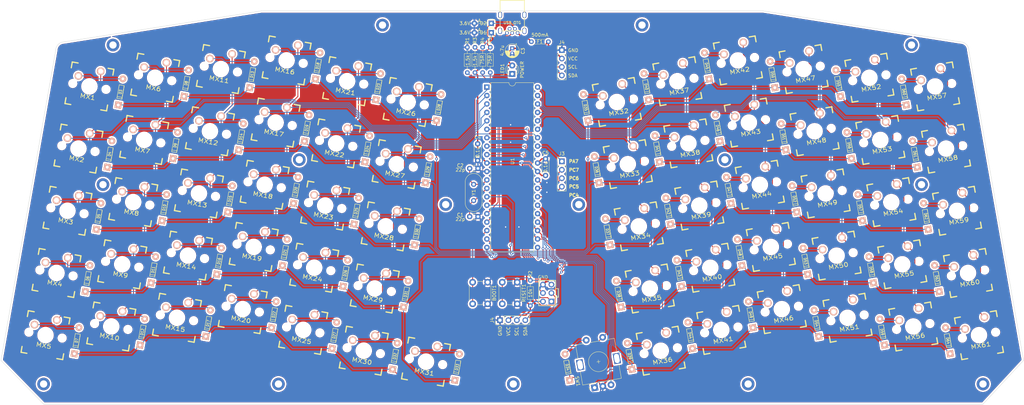
<source format=kicad_pcb>
(kicad_pcb (version 20171130) (host pcbnew 5.1.6-c6e7f7d~86~ubuntu18.04.1)
  (layers (0 F.Cu signal) (31 B.Cu signal) (34 B.Paste user) (35 F.Paste user) (36 B.SilkS user) (37 F.SilkS user) (38 B.Mask user) (39 F.Mask user) (44 Edge.Cuts user))
  (net 0 "")
  (net 1 D-)
  (net 2 GND)
  (net 3 boot)
  (net 4 "Net-(C1-Pad1)")
  (net 5 "Net-(C2-Pad1)")
  (net 6 +5V)
  (net 7 "Net-(D1-Pad1)")
  (net 8 "Net-(F1-Pad1)")
  (net 9 reset)
  (net 10 MOSI)
  (net 11 SCK)
  (net 12 MISO)
  (net 13 "Net-(J2-Pad6)")
  (net 14 "Net-(J2-Pad4)")
  (net 15 D+)
  (net 16 "Net-(U1-Pad32)")
  (net 17 "Net-(D2-Pad1)")
  (net 18 PC7)
  (net 19 PC6)
  (net 20 PC5)
  (net 21 PA7)
  (net 22 "Net-(D3-Pad2)")
  (net 23 "Net-(D4-Pad2)")
  (net 24 "Net-(D5-Pad2)")
  (net 25 "Net-(D6-Pad2)")
  (net 26 "Net-(D7-Pad2)")
  (net 27 "Net-(D8-Pad2)")
  (net 28 "Net-(D9-Pad2)")
  (net 29 "Net-(D10-Pad2)")
  (net 30 "Net-(D11-Pad2)")
  (net 31 "Net-(D12-Pad2)")
  (net 32 "Net-(D13-Pad2)")
  (net 33 "Net-(D14-Pad2)")
  (net 34 "Net-(D15-Pad2)")
  (net 35 "Net-(D16-Pad2)")
  (net 36 "Net-(D17-Pad2)")
  (net 37 "Net-(D18-Pad2)")
  (net 38 "Net-(D19-Pad2)")
  (net 39 "Net-(D20-Pad2)")
  (net 40 "Net-(D21-Pad2)")
  (net 41 "Net-(D22-Pad2)")
  (net 42 "Net-(D23-Pad2)")
  (net 43 "Net-(D24-Pad2)")
  (net 44 "Net-(D25-Pad2)")
  (net 45 "Net-(D26-Pad2)")
  (net 46 "Net-(D27-Pad2)")
  (net 47 "Net-(D28-Pad2)")
  (net 48 "Net-(D29-Pad2)")
  (net 49 "Net-(D30-Pad2)")
  (net 50 "Net-(D31-Pad2)")
  (net 51 "Net-(D32-Pad2)")
  (net 52 "Net-(D33-Pad2)")
  (net 53 "Net-(D34-Pad2)")
  (net 54 "Net-(D35-Pad2)")
  (net 55 "Net-(D36-Pad2)")
  (net 56 "Net-(D37-Pad2)")
  (net 57 "Net-(D38-Pad2)")
  (net 58 "Net-(D39-Pad2)")
  (net 59 "Net-(D40-Pad2)")
  (net 60 "Net-(D41-Pad2)")
  (net 61 "Net-(D42-Pad2)")
  (net 62 "Net-(D43-Pad2)")
  (net 63 "Net-(D44-Pad2)")
  (net 64 "Net-(D45-Pad2)")
  (net 65 "Net-(D46-Pad2)")
  (net 66 "Net-(D47-Pad2)")
  (net 67 "Net-(D48-Pad2)")
  (net 68 "Net-(D49-Pad2)")
  (net 69 "Net-(D50-Pad2)")
  (net 70 "Net-(D51-Pad2)")
  (net 71 "Net-(D52-Pad2)")
  (net 72 "Net-(D53-Pad2)")
  (net 73 "Net-(D54-Pad2)")
  (net 74 "Net-(D55-Pad2)")
  (net 75 "Net-(D56-Pad2)")
  (net 76 "Net-(D57-Pad2)")
  (net 77 "Net-(D58-Pad2)")
  (net 78 "Net-(D59-Pad2)")
  (net 79 "Net-(D60-Pad2)")
  (net 80 "Net-(D61-Pad2)")
  (net 81 "Net-(D62-Pad2)")
  (net 82 "Net-(D63-Pad2)")
  (net 83 "Net-(D64-Pad2)")
  (net 84 SDA)
  (net 85 SCL)
  (net 86 row0)
  (net 87 row1)
  (net 88 row2)
  (net 89 row3)
  (net 90 row4)
  (net 91 col0)
  (net 92 col1)
  (net 93 col2)
  (net 94 col4)
  (net 95 col5)
  (net 96 col6)
  (net 97 col7)
  (net 98 col8)
  (net 99 col9)
  (net 100 col10)
  (net 101 col11)
  (net 102 col12)
  (net 103 col3)
  (net 104 rotB)
  (net 105 rotA)
  (net 106 "Net-(LED1-Pad1)")
  (module Connector_PinHeader_2.54mm:PinHeader_1x04_P2.54mm_Vertical (layer F.Cu) (at 148.3 148.8 90)
    (fp_text reference J4 (at 0 -2.33 90) (layer F.SilkS))
    (fp_text value Conn_01x04)
    (pad 1 thru_hole rect (at 0 0 90) (size 1.7 1.7) (drill 1) (layers *.Cu *.Mask) (net 2 GND))
    (pad 2 thru_hole oval (at 0 2.54 90) (size 1.7 1.7) (drill 1) (layers *.Cu *.Mask) (net 6 +5V))
    (pad 3 thru_hole oval (at 0 5.08 90) (size 1.7 1.7) (drill 1) (layers *.Cu *.Mask) (net 85 SCL))
    (pad 4 thru_hole oval (at 0 7.62 90) (size 1.7 1.7) (drill 1) (layers *.Cu *.Mask) (net 84 SDA))
  )
  (module Connector_PinHeader_2.54mm:PinHeader_1x04_P2.54mm_Vertical (layer F.Cu) (at 166.9 101)
    (fp_text reference J3 (at 0 -2.33) (layer F.SilkS))
    (fp_text value Conn_01x04)
    (pad 4 thru_hole oval (at 0 7.62) (size 1.7 1.7) (drill 1) (layers *.Cu *.Mask) (net 20 PC5))
    (pad 3 thru_hole oval (at 0 5.08) (size 1.7 1.7) (drill 1) (layers *.Cu *.Mask) (net 19 PC6))
    (pad 2 thru_hole oval (at 0 2.54) (size 1.7 1.7) (drill 1) (layers *.Cu *.Mask) (net 18 PC7))
    (pad 1 thru_hole rect (at 0 0) (size 1.7 1.7) (drill 1) (layers *.Cu *.Mask) (net 21 PA7))
  )
  (module MountingHole:MountingHole_2.2mm_M2_DIN965_Pad (layer F.Cu) (at 215.9 100.5)
    (fp_text reference REF** hide)
    (fp_text value MountingHole_2.2mm_M2_DIN965_Pad hide)
    (pad 1 thru_hole circle (at 0 0) (size 3.8 3.8) (drill 2.2) (layers *.Cu *.Mask))
  )
  (module MountingHole:MountingHole_2.2mm_M2_DIN965_Pad (layer F.Cu) (at 88 100.5)
    (fp_text reference REF** hide)
    (fp_text value MountingHole_2.2mm_M2_DIN965_Pad hide)
    (pad 1 thru_hole circle (at 0 0) (size 3.8 3.8) (drill 2.2) (layers *.Cu *.Mask))
  )
  (module Connector_PinHeader_2.54mm:PinHeader_1x04_P2.54mm_Vertical (layer F.Cu) (at 166.9 67.525)
    (fp_text reference J4 (at 0 -2.33) (layer F.SilkS))
    (fp_text value Conn_01x04)
    (pad 4 thru_hole oval (at 0 7.62) (size 1.7 1.7) (drill 1) (layers *.Cu *.Mask) (net 84 SDA))
    (pad 3 thru_hole oval (at 0 5.08) (size 1.7 1.7) (drill 1) (layers *.Cu *.Mask) (net 85 SCL))
    (pad 2 thru_hole oval (at 0 2.54) (size 1.7 1.7) (drill 1) (layers *.Cu *.Mask) (net 6 +5V))
    (pad 1 thru_hole rect (at 0 0) (size 1.7 1.7) (drill 1) (layers *.Cu *.Mask) (net 2 GND))
  )
  (module MountingHole:MountingHole_2.2mm_M2_DIN965_Pad (layer F.Cu) (at 275 108)
    (fp_text reference REF** hide)
    (fp_text value MountingHole_2.2mm_M2_DIN965_Pad hide)
    (pad 1 thru_hole circle (at 0 0) (size 3.8 3.8) (drill 2.2) (layers *.Cu *.Mask))
  )
  (module MountingHole:MountingHole_2.2mm_M2_DIN965_Pad (layer F.Cu) (at 29 108)
    (fp_text reference REF** hide)
    (fp_text value MountingHole_2.2mm_M2_DIN965_Pad hide)
    (pad 1 thru_hole circle (at 0 0) (size 3.8 3.8) (drill 2.2) (layers *.Cu *.Mask))
  )
  (module Resistor_THT:R_Axial_DIN0204_L3.6mm_D1.6mm_P7.62mm_Horizontal (layer F.Cu) (at 138.5 74.3 90)
    (fp_text reference R1 (at 9.6 0 90) (layer F.SilkS))
    (fp_text value 1.5k (at 3.7 0.1 90) (layer F.SilkS))
    (pad 2 thru_hole oval (at 7.62 0 90) (size 1.4 1.4) (drill 0.7) (layers *.Cu *.Mask) (net 2 GND))
    (pad 1 thru_hole circle (at 0 0 90) (size 1.4 1.4) (drill 0.7) (layers *.Cu *.Mask) (net 106 "Net-(LED1-Pad1)"))
  )
  (module LED_THT:LED_D3.0mm (layer F.Cu) (at 152 74.7 90)
    (fp_text reference LED1 (at 1.27 -2.96 90) (layer F.SilkS))
    (fp_text value POWER (at 1.27 2.96 90) (layer F.SilkS))
    (pad 2 thru_hole circle (at 2.54 0 90) (size 1.8 1.8) (drill 0.9) (layers *.Cu *.Mask) (net 6 +5V))
    (pad 1 thru_hole rect (at 0 0 90) (size 1.8 1.8) (drill 0.9) (layers *.Cu *.Mask) (net 106 "Net-(LED1-Pad1)"))
  )
  (module MountingHole:MountingHole_2.2mm_M2_DIN965_Pad (layer F.Cu) (at 172 114)
    (fp_text reference REF** hide)
    (fp_text value MountingHole_2.2mm_M2_DIN965_Pad hide)
    (pad 1 thru_hole circle (at 0 0) (size 3.8 3.8) (drill 2.2) (layers *.Cu *.Mask))
  )
  (module MountingHole:MountingHole_2.2mm_M2_DIN965_Pad (layer F.Cu) (at 191 60)
    (fp_text reference REF** hide)
    (fp_text value MountingHole_2.2mm_M2_DIN965_Pad hide)
    (pad 1 thru_hole circle (at 0 0) (size 3.8 3.8) (drill 2.2) (layers *.Cu *.Mask))
  )
  (module MountingHole:MountingHole_2.2mm_M2_DIN965_Pad (layer F.Cu) (at 81.736523 168)
    (fp_text reference REF** hide)
    (fp_text value MountingHole_2.2mm_M2_DIN965_Pad hide)
    (pad 1 thru_hole circle (at 0 0) (size 3.8 3.8) (drill 2.2) (layers *.Cu *.Mask))
  )
  (module MountingHole:MountingHole_2.2mm_M2_DIN965_Pad (layer F.Cu) (at 132 114)
    (fp_text reference REF** hide)
    (fp_text value MountingHole_2.2mm_M2_DIN965_Pad hide)
    (pad 1 thru_hole circle (at 0 0) (size 3.8 3.8) (drill 2.2) (layers *.Cu *.Mask))
  )
  (module MountingHole:MountingHole_2.2mm_M2_DIN965_Pad (layer F.Cu) (at 11.157682 168)
    (fp_text reference REF** hide)
    (fp_text value MountingHole_2.2mm_M2_DIN965_Pad hide)
    (pad 1 thru_hole circle (at 0 0) (size 3.8 3.8) (drill 2.2) (layers *.Cu *.Mask))
  )
  (module MountingHole:MountingHole_2.2mm_M2_DIN965_Pad (layer F.Cu) (at 32 66)
    (fp_text reference REF** hide)
    (fp_text value MountingHole_2.2mm_M2_DIN965_Pad hide)
    (pad 1 thru_hole circle (at 0 0) (size 3.8 3.8) (drill 2.2) (layers *.Cu *.Mask))
  )
  (module MountingHole:MountingHole_2.2mm_M2_DIN965_Pad (layer F.Cu) (at 113 60)
    (fp_text reference REF** hide)
    (fp_text value MountingHole_2.2mm_M2_DIN965_Pad hide)
    (pad 1 thru_hole circle (at 0 0) (size 3.8 3.8) (drill 2.2) (layers *.Cu *.Mask))
  )
  (module MountingHole:MountingHole_2.2mm_M2_DIN965_Pad (layer F.Cu) (at 222.894205 168)
    (fp_text reference REF** hide)
    (fp_text value MountingHole_2.2mm_M2_DIN965_Pad hide)
    (pad 1 thru_hole circle (at 0 0) (size 3.8 3.8) (drill 2.2) (layers *.Cu *.Mask))
  )
  (module MountingHole:MountingHole_2.2mm_M2_DIN965_Pad (layer F.Cu) (at 152.315364 168)
    (fp_text reference REF** hide)
    (fp_text value MountingHole_2.2mm_M2_DIN965_Pad hide)
    (pad 1 thru_hole circle (at 0 0) (size 3.8 3.8) (drill 2.2) (layers *.Cu *.Mask))
  )
  (module MountingHole:MountingHole_2.2mm_M2_DIN965_Pad (layer F.Cu) (at 293.473046 168)
    (fp_text reference REF** hide)
    (fp_text value MountingHole_2.2mm_M2_DIN965_Pad hide)
    (pad 1 thru_hole circle (at 0 0) (size 3.8 3.8) (drill 2.2) (layers *.Cu *.Mask))
  )
  (module MountingHole:MountingHole_2.2mm_M2_DIN965_Pad (layer F.Cu) (at 272 66)
    (fp_text reference REF** hide)
    (fp_text value MountingHole_2.2mm_M2_DIN965_Pad hide)
    (pad 1 thru_hole circle (at 0 0) (size 3.8 3.8) (drill 2.2) (layers *.Cu *.Mask))
  )
  (module Keebio-Parts:Diode_Long (layer F.Cu) (at 282.914839 154.950117 280)
    (fp_text reference D64 (at 0 0 100) (layer F.SilkS) (effects (font (size 0.8 0.7))))
    (fp_text value D_Small hide)
    (pad 1 thru_hole rect (at 4 0 280) (size 2 2) (drill 0.9) (layers *.Cu *.SilkS *.Mask) (net 90 row4))
    (pad 2 thru_hole circle (at -4 0 280) (size 2 2) (drill 0.9) (layers *.Cu *.SilkS *.Mask) (net 83 "Net-(D64-Pad2)"))
  )
  (module Keebio-Parts:Diode_Long (layer F.Cu) (at 279.615524 136.238769 280)
    (fp_text reference D63 (at 0 0 100) (layer F.SilkS) (effects (font (size 0.8 0.7))))
    (fp_text value D_Small hide)
    (pad 1 thru_hole rect (at 4 0 280) (size 2 2) (drill 0.9) (layers *.Cu *.SilkS *.Mask) (net 89 row3))
    (pad 2 thru_hole circle (at -4 0 280) (size 2 2) (drill 0.9) (layers *.Cu *.SilkS *.Mask) (net 82 "Net-(D63-Pad2)"))
  )
  (module Keebio-Parts:Diode_Long (layer F.Cu) (at 276.316208 117.527422 280)
    (fp_text reference D62 (at 0 0 100) (layer F.SilkS) (effects (font (size 0.8 0.7))))
    (fp_text value D_Small hide)
    (pad 1 thru_hole rect (at 4 0 280) (size 2 2) (drill 0.9) (layers *.Cu *.SilkS *.Mask) (net 88 row2))
    (pad 2 thru_hole circle (at -4 0 280) (size 2 2) (drill 0.9) (layers *.Cu *.SilkS *.Mask) (net 81 "Net-(D62-Pad2)"))
  )
  (module Keebio-Parts:Diode_Long (layer F.Cu) (at 273.016893 98.816075 280)
    (fp_text reference D61 (at 0 0 100) (layer F.SilkS) (effects (font (size 0.8 0.7))))
    (fp_text value D_Small hide)
    (pad 1 thru_hole rect (at 4 0 280) (size 2 2) (drill 0.9) (layers *.Cu *.SilkS *.Mask) (net 87 row1))
    (pad 2 thru_hole circle (at -4 0 280) (size 2 2) (drill 0.9) (layers *.Cu *.SilkS *.Mask) (net 80 "Net-(D61-Pad2)"))
  )
  (module Keebio-Parts:Diode_Long (layer F.Cu) (at 269.717578 80.104728 280)
    (fp_text reference D60 (at 0 0 100) (layer F.SilkS) (effects (font (size 0.8 0.7))))
    (fp_text value D_Small hide)
    (pad 1 thru_hole rect (at 4 0 280) (size 2 2) (drill 0.9) (layers *.Cu *.SilkS *.Mask) (net 86 row0))
    (pad 2 thru_hole circle (at -4 0 280) (size 2 2) (drill 0.9) (layers *.Cu *.SilkS *.Mask) (net 79 "Net-(D60-Pad2)"))
  )
  (module Keebio-Parts:Diode_Long (layer F.Cu) (at 263.161603 152.340586 280)
    (fp_text reference D59 (at 0 0 100) (layer F.SilkS) (effects (font (size 0.8 0.7))))
    (fp_text value D_Small hide)
    (pad 1 thru_hole rect (at 4 0 280) (size 2 2) (drill 0.9) (layers *.Cu *.SilkS *.Mask) (net 90 row4))
    (pad 2 thru_hole circle (at -4 0 280) (size 2 2) (drill 0.9) (layers *.Cu *.SilkS *.Mask) (net 78 "Net-(D59-Pad2)"))
  )
  (module Keebio-Parts:Diode_Long (layer F.Cu) (at 259.862287 133.629238 280)
    (fp_text reference D58 (at 0 0 100) (layer F.SilkS) (effects (font (size 0.8 0.7))))
    (fp_text value D_Small hide)
    (pad 1 thru_hole rect (at 4 0 280) (size 2 2) (drill 0.9) (layers *.Cu *.SilkS *.Mask) (net 89 row3))
    (pad 2 thru_hole circle (at -4 0 280) (size 2 2) (drill 0.9) (layers *.Cu *.SilkS *.Mask) (net 77 "Net-(D58-Pad2)"))
  )
  (module Keebio-Parts:Diode_Long (layer F.Cu) (at 256.562972 114.917891 280)
    (fp_text reference D57 (at 0 0 100) (layer F.SilkS) (effects (font (size 0.8 0.7))))
    (fp_text value D_Small hide)
    (pad 1 thru_hole rect (at 4 0 280) (size 2 2) (drill 0.9) (layers *.Cu *.SilkS *.Mask) (net 88 row2))
    (pad 2 thru_hole circle (at -4 0 280) (size 2 2) (drill 0.9) (layers *.Cu *.SilkS *.Mask) (net 76 "Net-(D57-Pad2)"))
  )
  (module Keebio-Parts:Diode_Long (layer F.Cu) (at 253.263657 96.206544 280)
    (fp_text reference D56 (at 0 0 100) (layer F.SilkS) (effects (font (size 0.8 0.7))))
    (fp_text value D_Small hide)
    (pad 1 thru_hole rect (at 4 0 280) (size 2 2) (drill 0.9) (layers *.Cu *.SilkS *.Mask) (net 87 row1))
    (pad 2 thru_hole circle (at -4 0 280) (size 2 2) (drill 0.9) (layers *.Cu *.SilkS *.Mask) (net 75 "Net-(D56-Pad2)"))
  )
  (module Keebio-Parts:Diode_Long (layer F.Cu) (at 249.964341 77.495196 280)
    (fp_text reference D55 (at 0 0 100) (layer F.SilkS) (effects (font (size 0.8 0.7))))
    (fp_text value D_Small hide)
    (pad 1 thru_hole rect (at 4 0 280) (size 2 2) (drill 0.9) (layers *.Cu *.SilkS *.Mask) (net 86 row0))
    (pad 2 thru_hole circle (at -4 0 280) (size 2 2) (drill 0.9) (layers *.Cu *.SilkS *.Mask) (net 74 "Net-(D55-Pad2)"))
  )
  (module Keebio-Parts:Diode_Long (layer F.Cu) (at 243.408366 149.731054 280)
    (fp_text reference D54 (at 0 0 100) (layer F.SilkS) (effects (font (size 0.8 0.7))))
    (fp_text value D_Small hide)
    (pad 1 thru_hole rect (at 4 0 280) (size 2 2) (drill 0.9) (layers *.Cu *.SilkS *.Mask) (net 90 row4))
    (pad 2 thru_hole circle (at -4 0 280) (size 2 2) (drill 0.9) (layers *.Cu *.SilkS *.Mask) (net 73 "Net-(D54-Pad2)"))
  )
  (module Keebio-Parts:Diode_Long (layer F.Cu) (at 240.109051 131.019707 280)
    (fp_text reference D53 (at 0 0 100) (layer F.SilkS) (effects (font (size 0.8 0.7))))
    (fp_text value D_Small hide)
    (pad 1 thru_hole rect (at 4 0 280) (size 2 2) (drill 0.9) (layers *.Cu *.SilkS *.Mask) (net 89 row3))
    (pad 2 thru_hole circle (at -4 0 280) (size 2 2) (drill 0.9) (layers *.Cu *.SilkS *.Mask) (net 72 "Net-(D53-Pad2)"))
  )
  (module Keebio-Parts:Diode_Long (layer F.Cu) (at 236.809736 112.30836 280)
    (fp_text reference D52 (at 0 0 100) (layer F.SilkS) (effects (font (size 0.8 0.7))))
    (fp_text value D_Small hide)
    (pad 1 thru_hole rect (at 4 0 280) (size 2 2) (drill 0.9) (layers *.Cu *.SilkS *.Mask) (net 88 row2))
    (pad 2 thru_hole circle (at -4 0 280) (size 2 2) (drill 0.9) (layers *.Cu *.SilkS *.Mask) (net 71 "Net-(D52-Pad2)"))
  )
  (module Keebio-Parts:Diode_Long (layer F.Cu) (at 233.51042 93.597013 280)
    (fp_text reference D51 (at 0 0 100) (layer F.SilkS) (effects (font (size 0.8 0.7))))
    (fp_text value D_Small hide)
    (pad 1 thru_hole rect (at 4 0 280) (size 2 2) (drill 0.9) (layers *.Cu *.SilkS *.Mask) (net 87 row1))
    (pad 2 thru_hole circle (at -4 0 280) (size 2 2) (drill 0.9) (layers *.Cu *.SilkS *.Mask) (net 70 "Net-(D51-Pad2)"))
  )
  (module Keebio-Parts:Diode_Long (layer F.Cu) (at 230.211105 74.885665 280)
    (fp_text reference D50 (at 0 0 100) (layer F.SilkS) (effects (font (size 0.8 0.7))))
    (fp_text value D_Small hide)
    (pad 1 thru_hole rect (at 4 0 280) (size 2 2) (drill 0.9) (layers *.Cu *.SilkS *.Mask) (net 86 row0))
    (pad 2 thru_hole circle (at -4 0 280) (size 2 2) (drill 0.9) (layers *.Cu *.SilkS *.Mask) (net 69 "Net-(D50-Pad2)"))
  )
  (module Keebio-Parts:Diode_Long (layer F.Cu) (at 223.65513 147.121523 280)
    (fp_text reference D49 (at 0 0 100) (layer F.SilkS) (effects (font (size 0.8 0.7))))
    (fp_text value D_Small hide)
    (pad 1 thru_hole rect (at 4 0 280) (size 2 2) (drill 0.9) (layers *.Cu *.SilkS *.Mask) (net 90 row4))
    (pad 2 thru_hole circle (at -4 0 280) (size 2 2) (drill 0.9) (layers *.Cu *.SilkS *.Mask) (net 68 "Net-(D49-Pad2)"))
  )
  (module Keebio-Parts:Diode_Long (layer F.Cu) (at 220.355815 128.410176 280)
    (fp_text reference D48 (at 0 0 100) (layer F.SilkS) (effects (font (size 0.8 0.7))))
    (fp_text value D_Small hide)
    (pad 1 thru_hole rect (at 4 0 280) (size 2 2) (drill 0.9) (layers *.Cu *.SilkS *.Mask) (net 89 row3))
    (pad 2 thru_hole circle (at -4 0 280) (size 2 2) (drill 0.9) (layers *.Cu *.SilkS *.Mask) (net 67 "Net-(D48-Pad2)"))
  )
  (module Keebio-Parts:Diode_Long (layer F.Cu) (at 217.056499 109.698829 280)
    (fp_text reference D47 (at 0 0 100) (layer F.SilkS) (effects (font (size 0.8 0.7))))
    (fp_text value D_Small hide)
    (pad 1 thru_hole rect (at 4 0 280) (size 2 2) (drill 0.9) (layers *.Cu *.SilkS *.Mask) (net 88 row2))
    (pad 2 thru_hole circle (at -4 0 280) (size 2 2) (drill 0.9) (layers *.Cu *.SilkS *.Mask) (net 66 "Net-(D47-Pad2)"))
  )
  (module Keebio-Parts:Diode_Long (layer F.Cu) (at 213.757184 90.987481 280)
    (fp_text reference D46 (at 0 0 100) (layer F.SilkS) (effects (font (size 0.8 0.7))))
    (fp_text value D_Small hide)
    (pad 1 thru_hole rect (at 4 0 280) (size 2 2) (drill 0.9) (layers *.Cu *.SilkS *.Mask) (net 87 row1))
    (pad 2 thru_hole circle (at -4 0 280) (size 2 2) (drill 0.9) (layers *.Cu *.SilkS *.Mask) (net 65 "Net-(D46-Pad2)"))
  )
  (module Keebio-Parts:Diode_Long (layer F.Cu) (at 210.457868 72.276134 280)
    (fp_text reference D45 (at 0 0 100) (layer F.SilkS) (effects (font (size 0.8 0.7))))
    (fp_text value D_Small hide)
    (pad 1 thru_hole rect (at 4 0 280) (size 2 2) (drill 0.9) (layers *.Cu *.SilkS *.Mask) (net 86 row0))
    (pad 2 thru_hole circle (at -4 0 280) (size 2 2) (drill 0.9) (layers *.Cu *.SilkS *.Mask) (net 64 "Net-(D45-Pad2)"))
  )
  (module Keebio-Parts:Diode_Long (layer F.Cu) (at 205.464727 153.375262 280)
    (fp_text reference D44 (at 0 0 100) (layer F.SilkS) (effects (font (size 0.8 0.7))))
    (fp_text value D_Small hide)
    (pad 1 thru_hole rect (at 4 0 280) (size 2 2) (drill 0.9) (layers *.Cu *.SilkS *.Mask) (net 90 row4))
    (pad 2 thru_hole circle (at -4 0 280) (size 2 2) (drill 0.9) (layers *.Cu *.SilkS *.Mask) (net 63 "Net-(D44-Pad2)"))
  )
  (module Keebio-Parts:Diode_Long (layer F.Cu) (at 202.165412 134.663915 280)
    (fp_text reference D43 (at 0 0 100) (layer F.SilkS) (effects (font (size 0.8 0.7))))
    (fp_text value D_Small hide)
    (pad 1 thru_hole rect (at 4 0 280) (size 2 2) (drill 0.9) (layers *.Cu *.SilkS *.Mask) (net 89 row3))
    (pad 2 thru_hole circle (at -4 0 280) (size 2 2) (drill 0.9) (layers *.Cu *.SilkS *.Mask) (net 62 "Net-(D43-Pad2)"))
  )
  (module Keebio-Parts:Diode_Long (layer F.Cu) (at 198.866096 115.952567 280)
    (fp_text reference D42 (at 0 0 100) (layer F.SilkS) (effects (font (size 0.8 0.7))))
    (fp_text value D_Small hide)
    (pad 1 thru_hole rect (at 4 0 280) (size 2 2) (drill 0.9) (layers *.Cu *.SilkS *.Mask) (net 88 row2))
    (pad 2 thru_hole circle (at -4 0 280) (size 2 2) (drill 0.9) (layers *.Cu *.SilkS *.Mask) (net 61 "Net-(D42-Pad2)"))
  )
  (module Keebio-Parts:Diode_Long (layer F.Cu) (at 195.566781 97.24122 280)
    (fp_text reference D41 (at 0 0 100) (layer F.SilkS) (effects (font (size 0.8 0.7))))
    (fp_text value D_Small hide)
    (pad 1 thru_hole rect (at 4 0 280) (size 2 2) (drill 0.9) (layers *.Cu *.SilkS *.Mask) (net 87 row1))
    (pad 2 thru_hole circle (at -4 0 280) (size 2 2) (drill 0.9) (layers *.Cu *.SilkS *.Mask) (net 60 "Net-(D41-Pad2)"))
  )
  (module Keebio-Parts:Diode_Long (layer F.Cu) (at 192.267466 78.529873 280)
    (fp_text reference D40 (at 0 0 100) (layer F.SilkS) (effects (font (size 0.8 0.7))))
    (fp_text value D_Small hide)
    (pad 1 thru_hole rect (at 4 0 280) (size 2 2) (drill 0.9) (layers *.Cu *.SilkS *.Mask) (net 86 row0))
    (pad 2 thru_hole circle (at -4 0 280) (size 2 2) (drill 0.9) (layers *.Cu *.SilkS *.Mask) (net 59 "Net-(D40-Pad2)"))
  )
  (module Keebio-Parts:Diode_Long (layer F.Cu) (at 187.274324 159.629001 280)
    (fp_text reference D39 (at 0 0 100) (layer F.SilkS) (effects (font (size 0.8 0.7))))
    (fp_text value D_Small hide)
    (pad 1 thru_hole rect (at 4 0 280) (size 2 2) (drill 0.9) (layers *.Cu *.SilkS *.Mask) (net 90 row4))
    (pad 2 thru_hole circle (at -4 0 280) (size 2 2) (drill 0.9) (layers *.Cu *.SilkS *.Mask) (net 58 "Net-(D39-Pad2)"))
  )
  (module Keebio-Parts:Diode_Long (layer F.Cu) (at 183.975009 140.917653 280)
    (fp_text reference D38 (at 0 0 100) (layer F.SilkS) (effects (font (size 0.8 0.7))))
    (fp_text value D_Small hide)
    (pad 1 thru_hole rect (at 4 0 280) (size 2 2) (drill 0.9) (layers *.Cu *.SilkS *.Mask) (net 89 row3))
    (pad 2 thru_hole circle (at -4 0 280) (size 2 2) (drill 0.9) (layers *.Cu *.SilkS *.Mask) (net 57 "Net-(D38-Pad2)"))
  )
  (module Keebio-Parts:Diode_Long (layer F.Cu) (at 180.675694 122.206306 280)
    (fp_text reference D37 (at 0 0 100) (layer F.SilkS) (effects (font (size 0.8 0.7))))
    (fp_text value D_Small hide)
    (pad 1 thru_hole rect (at 4 0 280) (size 2 2) (drill 0.9) (layers *.Cu *.SilkS *.Mask) (net 88 row2))
    (pad 2 thru_hole circle (at -4 0 280) (size 2 2) (drill 0.9) (layers *.Cu *.SilkS *.Mask) (net 56 "Net-(D37-Pad2)"))
  )
  (module Keebio-Parts:Diode_Long (layer F.Cu) (at 177.376378 103.494959 280)
    (fp_text reference D36 (at 0 0 100) (layer F.SilkS) (effects (font (size 0.8 0.7))))
    (fp_text value D_Small hide)
    (pad 1 thru_hole rect (at 4 0 280) (size 2 2) (drill 0.9) (layers *.Cu *.SilkS *.Mask) (net 87 row1))
    (pad 2 thru_hole circle (at -4 0 280) (size 2 2) (drill 0.9) (layers *.Cu *.SilkS *.Mask) (net 55 "Net-(D36-Pad2)"))
  )
  (module Keebio-Parts:Diode_Long (layer F.Cu) (at 174.077063 84.783611 280)
    (fp_text reference D35 (at 0 0 100) (layer F.SilkS) (effects (font (size 0.8 0.7))))
    (fp_text value D_Small hide)
    (pad 1 thru_hole rect (at 4 0 280) (size 2 2) (drill 0.9) (layers *.Cu *.SilkS *.Mask) (net 86 row0))
    (pad 2 thru_hole circle (at -4 0 280) (size 2 2) (drill 0.9) (layers *.Cu *.SilkS *.Mask) (net 54 "Net-(D35-Pad2)"))
  )
  (module Keebio-Parts:Diode_Long (layer F.Cu) (at 168.562977 162.928316 280)
    (fp_text reference D34 (at 0 0 100) (layer F.SilkS) (effects (font (size 0.8 0.7))))
    (fp_text value D_Small hide)
    (pad 1 thru_hole rect (at 4 0 280) (size 2 2) (drill 0.9) (layers *.Cu *.SilkS *.Mask) (net 90 row4))
    (pad 2 thru_hole circle (at -4 0 280) (size 2 2) (drill 0.9) (layers *.Cu *.SilkS *.Mask) (net 53 "Net-(D34-Pad2)"))
  )
  (module Keebio-Parts:Diode_Long (layer F.Cu) (at 135.437023 162.928316 260)
    (fp_text reference D33 (at 0 0 80) (layer F.SilkS) (effects (font (size 0.8 0.7))))
    (fp_text value D_Small hide)
    (pad 1 thru_hole rect (at 4 0 260) (size 2 2) (drill 0.9) (layers *.Cu *.SilkS *.Mask) (net 89 row3))
    (pad 2 thru_hole circle (at -4 0 260) (size 2 2) (drill 0.9) (layers *.Cu *.SilkS *.Mask) (net 52 "Net-(D33-Pad2)"))
  )
  (module Keebio-Parts:Diode_Long (layer F.Cu) (at 116.725676 159.629001 260)
    (fp_text reference D32 (at 0 0 80) (layer F.SilkS) (effects (font (size 0.8 0.7))))
    (fp_text value D_Small hide)
    (pad 1 thru_hole rect (at 4 0 260) (size 2 2) (drill 0.9) (layers *.Cu *.SilkS *.Mask) (net 90 row4))
    (pad 2 thru_hole circle (at -4 0 260) (size 2 2) (drill 0.9) (layers *.Cu *.SilkS *.Mask) (net 51 "Net-(D32-Pad2)"))
  )
  (module Keebio-Parts:Diode_Long (layer F.Cu) (at 120.024991 140.917653 260)
    (fp_text reference D31 (at 0 0 80) (layer F.SilkS) (effects (font (size 0.8 0.7))))
    (fp_text value D_Small hide)
    (pad 1 thru_hole rect (at 4 0 260) (size 2 2) (drill 0.9) (layers *.Cu *.SilkS *.Mask) (net 89 row3))
    (pad 2 thru_hole circle (at -4 0 260) (size 2 2) (drill 0.9) (layers *.Cu *.SilkS *.Mask) (net 50 "Net-(D31-Pad2)"))
  )
  (module Keebio-Parts:Diode_Long (layer F.Cu) (at 123.324306 122.206306 260)
    (fp_text reference D30 (at 0 0 80) (layer F.SilkS) (effects (font (size 0.8 0.7))))
    (fp_text value D_Small hide)
    (pad 1 thru_hole rect (at 4 0 260) (size 2 2) (drill 0.9) (layers *.Cu *.SilkS *.Mask) (net 88 row2))
    (pad 2 thru_hole circle (at -4 0 260) (size 2 2) (drill 0.9) (layers *.Cu *.SilkS *.Mask) (net 49 "Net-(D30-Pad2)"))
  )
  (module Keebio-Parts:Diode_Long (layer F.Cu) (at 126.623622 103.494959 260)
    (fp_text reference D29 (at 0 0 80) (layer F.SilkS) (effects (font (size 0.8 0.7))))
    (fp_text value D_Small hide)
    (pad 1 thru_hole rect (at 4 0 260) (size 2 2) (drill 0.9) (layers *.Cu *.SilkS *.Mask) (net 87 row1))
    (pad 2 thru_hole circle (at -4 0 260) (size 2 2) (drill 0.9) (layers *.Cu *.SilkS *.Mask) (net 48 "Net-(D29-Pad2)"))
  )
  (module Keebio-Parts:Diode_Long (layer F.Cu) (at 129.922937 84.783612 260)
    (fp_text reference D28 (at 0 0 80) (layer F.SilkS) (effects (font (size 0.8 0.7))))
    (fp_text value D_Small hide)
    (pad 1 thru_hole rect (at 4 0 260) (size 2 2) (drill 0.9) (layers *.Cu *.SilkS *.Mask) (net 86 row0))
    (pad 2 thru_hole circle (at -4 0 260) (size 2 2) (drill 0.9) (layers *.Cu *.SilkS *.Mask) (net 47 "Net-(D28-Pad2)"))
  )
  (module Keebio-Parts:Diode_Long (layer F.Cu) (at 98.535273 153.375262 260)
    (fp_text reference D27 (at 0 0 80) (layer F.SilkS) (effects (font (size 0.8 0.7))))
    (fp_text value D_Small hide)
    (pad 1 thru_hole rect (at 4 0 260) (size 2 2) (drill 0.9) (layers *.Cu *.SilkS *.Mask) (net 90 row4))
    (pad 2 thru_hole circle (at -4 0 260) (size 2 2) (drill 0.9) (layers *.Cu *.SilkS *.Mask) (net 46 "Net-(D27-Pad2)"))
  )
  (module Keebio-Parts:Diode_Long (layer F.Cu) (at 101.834588 134.663915 260)
    (fp_text reference D26 (at 0 0 80) (layer F.SilkS) (effects (font (size 0.8 0.7))))
    (fp_text value D_Small hide)
    (pad 1 thru_hole rect (at 4 0 260) (size 2 2) (drill 0.9) (layers *.Cu *.SilkS *.Mask) (net 89 row3))
    (pad 2 thru_hole circle (at -4 0 260) (size 2 2) (drill 0.9) (layers *.Cu *.SilkS *.Mask) (net 45 "Net-(D26-Pad2)"))
  )
  (module Keebio-Parts:Diode_Long (layer F.Cu) (at 105.133904 115.952567 260)
    (fp_text reference D25 (at 0 0 80) (layer F.SilkS) (effects (font (size 0.8 0.7))))
    (fp_text value D_Small hide)
    (pad 1 thru_hole rect (at 4 0 260) (size 2 2) (drill 0.9) (layers *.Cu *.SilkS *.Mask) (net 88 row2))
    (pad 2 thru_hole circle (at -4 0 260) (size 2 2) (drill 0.9) (layers *.Cu *.SilkS *.Mask) (net 44 "Net-(D25-Pad2)"))
  )
  (module Keebio-Parts:Diode_Long (layer F.Cu) (at 108.433219 97.24122 260)
    (fp_text reference D24 (at 0 0 80) (layer F.SilkS) (effects (font (size 0.8 0.7))))
    (fp_text value D_Small hide)
    (pad 1 thru_hole rect (at 4 0 260) (size 2 2) (drill 0.9) (layers *.Cu *.SilkS *.Mask) (net 87 row1))
    (pad 2 thru_hole circle (at -4 0 260) (size 2 2) (drill 0.9) (layers *.Cu *.SilkS *.Mask) (net 43 "Net-(D24-Pad2)"))
  )
  (module Keebio-Parts:Diode_Long (layer F.Cu) (at 111.732534 78.529873 260)
    (fp_text reference D23 (at 0 0 80) (layer F.SilkS) (effects (font (size 0.8 0.7))))
    (fp_text value D_Small hide)
    (pad 1 thru_hole rect (at 4 0 260) (size 2 2) (drill 0.9) (layers *.Cu *.SilkS *.Mask) (net 86 row0))
    (pad 2 thru_hole circle (at -4 0 260) (size 2 2) (drill 0.9) (layers *.Cu *.SilkS *.Mask) (net 42 "Net-(D23-Pad2)"))
  )
  (module Keebio-Parts:Diode_Long (layer F.Cu) (at 80.34487 147.121523 260)
    (fp_text reference D22 (at 0 0 80) (layer F.SilkS) (effects (font (size 0.8 0.7))))
    (fp_text value D_Small hide)
    (pad 1 thru_hole rect (at 4 0 260) (size 2 2) (drill 0.9) (layers *.Cu *.SilkS *.Mask) (net 90 row4))
    (pad 2 thru_hole circle (at -4 0 260) (size 2 2) (drill 0.9) (layers *.Cu *.SilkS *.Mask) (net 41 "Net-(D22-Pad2)"))
  )
  (module Keebio-Parts:Diode_Long (layer F.Cu) (at 83.644185 128.410176 260)
    (fp_text reference D21 (at 0 0 80) (layer F.SilkS) (effects (font (size 0.8 0.7))))
    (fp_text value D_Small hide)
    (pad 1 thru_hole rect (at 4 0 260) (size 2 2) (drill 0.9) (layers *.Cu *.SilkS *.Mask) (net 89 row3))
    (pad 2 thru_hole circle (at -4 0 260) (size 2 2) (drill 0.9) (layers *.Cu *.SilkS *.Mask) (net 40 "Net-(D21-Pad2)"))
  )
  (module Keebio-Parts:Diode_Long (layer F.Cu) (at 86.943501 109.698829 260)
    (fp_text reference D20 (at 0 0 80) (layer F.SilkS) (effects (font (size 0.8 0.7))))
    (fp_text value D_Small hide)
    (pad 1 thru_hole rect (at 4 0 260) (size 2 2) (drill 0.9) (layers *.Cu *.SilkS *.Mask) (net 88 row2))
    (pad 2 thru_hole circle (at -4 0 260) (size 2 2) (drill 0.9) (layers *.Cu *.SilkS *.Mask) (net 39 "Net-(D20-Pad2)"))
  )
  (module Keebio-Parts:Diode_Long (layer F.Cu) (at 90.242816 90.987482 260)
    (fp_text reference D19 (at 0 0 80) (layer F.SilkS) (effects (font (size 0.8 0.7))))
    (fp_text value D_Small hide)
    (pad 1 thru_hole rect (at 4 0 260) (size 2 2) (drill 0.9) (layers *.Cu *.SilkS *.Mask) (net 87 row1))
    (pad 2 thru_hole circle (at -4 0 260) (size 2 2) (drill 0.9) (layers *.Cu *.SilkS *.Mask) (net 38 "Net-(D19-Pad2)"))
  )
  (module Keebio-Parts:Diode_Long (layer F.Cu) (at 93.542132 72.276134 260)
    (fp_text reference D18 (at 0 0 80) (layer F.SilkS) (effects (font (size 0.8 0.7))))
    (fp_text value D_Small hide)
    (pad 1 thru_hole rect (at 4 0 260) (size 2 2) (drill 0.9) (layers *.Cu *.SilkS *.Mask) (net 86 row0))
    (pad 2 thru_hole circle (at -4 0 260) (size 2 2) (drill 0.9) (layers *.Cu *.SilkS *.Mask) (net 37 "Net-(D18-Pad2)"))
  )
  (module Keebio-Parts:Diode_Long (layer F.Cu) (at 60.591634 149.731055 260)
    (fp_text reference D17 (at 0 0 80) (layer F.SilkS) (effects (font (size 0.8 0.7))))
    (fp_text value D_Small hide)
    (pad 1 thru_hole rect (at 4 0 260) (size 2 2) (drill 0.9) (layers *.Cu *.SilkS *.Mask) (net 90 row4))
    (pad 2 thru_hole circle (at -4 0 260) (size 2 2) (drill 0.9) (layers *.Cu *.SilkS *.Mask) (net 36 "Net-(D17-Pad2)"))
  )
  (module Keebio-Parts:Diode_Long (layer F.Cu) (at 63.890949 131.019707 260)
    (fp_text reference D16 (at 0 0 80) (layer F.SilkS) (effects (font (size 0.8 0.7))))
    (fp_text value D_Small hide)
    (pad 1 thru_hole rect (at 4 0 260) (size 2 2) (drill 0.9) (layers *.Cu *.SilkS *.Mask) (net 89 row3))
    (pad 2 thru_hole circle (at -4 0 260) (size 2 2) (drill 0.9) (layers *.Cu *.SilkS *.Mask) (net 35 "Net-(D16-Pad2)"))
  )
  (module Keebio-Parts:Diode_Long (layer F.Cu) (at 67.190264 112.30836 260)
    (fp_text reference D15 (at 0 0 80) (layer F.SilkS) (effects (font (size 0.8 0.7))))
    (fp_text value D_Small hide)
    (pad 1 thru_hole rect (at 4 0 260) (size 2 2) (drill 0.9) (layers *.Cu *.SilkS *.Mask) (net 88 row2))
    (pad 2 thru_hole circle (at -4 0 260) (size 2 2) (drill 0.9) (layers *.Cu *.SilkS *.Mask) (net 34 "Net-(D15-Pad2)"))
  )
  (module Keebio-Parts:Diode_Long (layer F.Cu) (at 70.48958 93.597013 260)
    (fp_text reference D14 (at 0 0 80) (layer F.SilkS) (effects (font (size 0.8 0.7))))
    (fp_text value D_Small hide)
    (pad 1 thru_hole rect (at 4 0 260) (size 2 2) (drill 0.9) (layers *.Cu *.SilkS *.Mask) (net 87 row1))
    (pad 2 thru_hole circle (at -4 0 260) (size 2 2) (drill 0.9) (layers *.Cu *.SilkS *.Mask) (net 33 "Net-(D14-Pad2)"))
  )
  (module Keebio-Parts:Diode_Long (layer F.Cu) (at 73.788895 74.885665 260)
    (fp_text reference D13 (at 0 0 80) (layer F.SilkS) (effects (font (size 0.8 0.7))))
    (fp_text value D_Small hide)
    (pad 1 thru_hole rect (at 4 0 260) (size 2 2) (drill 0.9) (layers *.Cu *.SilkS *.Mask) (net 86 row0))
    (pad 2 thru_hole circle (at -4 0 260) (size 2 2) (drill 0.9) (layers *.Cu *.SilkS *.Mask) (net 32 "Net-(D13-Pad2)"))
  )
  (module Keebio-Parts:Diode_Long (layer F.Cu) (at 40.838397 152.340586 260)
    (fp_text reference D12 (at 0 0 80) (layer F.SilkS) (effects (font (size 0.8 0.7))))
    (fp_text value D_Small hide)
    (pad 1 thru_hole rect (at 4 0 260) (size 2 2) (drill 0.9) (layers *.Cu *.SilkS *.Mask) (net 90 row4))
    (pad 2 thru_hole circle (at -4 0 260) (size 2 2) (drill 0.9) (layers *.Cu *.SilkS *.Mask) (net 31 "Net-(D12-Pad2)"))
  )
  (module Keebio-Parts:Diode_Long (layer F.Cu) (at 44.137713 133.629238 260)
    (fp_text reference D11 (at 0 0 80) (layer F.SilkS) (effects (font (size 0.8 0.7))))
    (fp_text value D_Small hide)
    (pad 1 thru_hole rect (at 4 0 260) (size 2 2) (drill 0.9) (layers *.Cu *.SilkS *.Mask) (net 89 row3))
    (pad 2 thru_hole circle (at -4 0 260) (size 2 2) (drill 0.9) (layers *.Cu *.SilkS *.Mask) (net 30 "Net-(D11-Pad2)"))
  )
  (module Keebio-Parts:Diode_Long (layer F.Cu) (at 47.437028 114.917891 260)
    (fp_text reference D10 (at 0 0 80) (layer F.SilkS) (effects (font (size 0.8 0.7))))
    (fp_text value D_Small hide)
    (pad 1 thru_hole rect (at 4 0 260) (size 2 2) (drill 0.9) (layers *.Cu *.SilkS *.Mask) (net 88 row2))
    (pad 2 thru_hole circle (at -4 0 260) (size 2 2) (drill 0.9) (layers *.Cu *.SilkS *.Mask) (net 29 "Net-(D10-Pad2)"))
  )
  (module Keebio-Parts:Diode_Long (layer F.Cu) (at 50.736343 96.206544 260)
    (fp_text reference D9 (at 0 0 80) (layer F.SilkS) (effects (font (size 0.8 0.7))))
    (fp_text value D_Small hide)
    (pad 1 thru_hole rect (at 4 0 260) (size 2 2) (drill 0.9) (layers *.Cu *.SilkS *.Mask) (net 87 row1))
    (pad 2 thru_hole circle (at -4 0 260) (size 2 2) (drill 0.9) (layers *.Cu *.SilkS *.Mask) (net 28 "Net-(D9-Pad2)"))
  )
  (module Keebio-Parts:Diode_Long (layer F.Cu) (at 54.035659 77.495197 260)
    (fp_text reference D8 (at 0 0 80) (layer F.SilkS) (effects (font (size 0.8 0.7))))
    (fp_text value D_Small hide)
    (pad 1 thru_hole rect (at 4 0 260) (size 2 2) (drill 0.9) (layers *.Cu *.SilkS *.Mask) (net 86 row0))
    (pad 2 thru_hole circle (at -4 0 260) (size 2 2) (drill 0.9) (layers *.Cu *.SilkS *.Mask) (net 27 "Net-(D8-Pad2)"))
  )
  (module Keebio-Parts:Diode_Long (layer F.Cu) (at 21.085161 154.950117 260)
    (fp_text reference D7 (at 0 0 80) (layer F.SilkS) (effects (font (size 0.8 0.7))))
    (fp_text value D_Small hide)
    (pad 1 thru_hole rect (at 4 0 260) (size 2 2) (drill 0.9) (layers *.Cu *.SilkS *.Mask) (net 90 row4))
    (pad 2 thru_hole circle (at -4 0 260) (size 2 2) (drill 0.9) (layers *.Cu *.SilkS *.Mask) (net 26 "Net-(D7-Pad2)"))
  )
  (module Keebio-Parts:Diode_Long (layer F.Cu) (at 24.384476 136.23877 260)
    (fp_text reference D6 (at 0 0 80) (layer F.SilkS) (effects (font (size 0.8 0.7))))
    (fp_text value D_Small hide)
    (pad 1 thru_hole rect (at 4 0 260) (size 2 2) (drill 0.9) (layers *.Cu *.SilkS *.Mask) (net 89 row3))
    (pad 2 thru_hole circle (at -4 0 260) (size 2 2) (drill 0.9) (layers *.Cu *.SilkS *.Mask) (net 25 "Net-(D6-Pad2)"))
  )
  (module Keebio-Parts:Diode_Long (layer F.Cu) (at 27.683792 117.527422 260)
    (fp_text reference D5 (at 0 0 80) (layer F.SilkS) (effects (font (size 0.8 0.7))))
    (fp_text value D_Small hide)
    (pad 1 thru_hole rect (at 4 0 260) (size 2 2) (drill 0.9) (layers *.Cu *.SilkS *.Mask) (net 88 row2))
    (pad 2 thru_hole circle (at -4 0 260) (size 2 2) (drill 0.9) (layers *.Cu *.SilkS *.Mask) (net 24 "Net-(D5-Pad2)"))
  )
  (module Keebio-Parts:Diode_Long (layer F.Cu) (at 30.983107 98.816075 260)
    (fp_text reference D4 (at 0 0 80) (layer F.SilkS) (effects (font (size 0.8 0.7))))
    (fp_text value D_Small hide)
    (pad 1 thru_hole rect (at 4 0 260) (size 2 2) (drill 0.9) (layers *.Cu *.SilkS *.Mask) (net 87 row1))
    (pad 2 thru_hole circle (at -4 0 260) (size 2 2) (drill 0.9) (layers *.Cu *.SilkS *.Mask) (net 23 "Net-(D4-Pad2)"))
  )
  (module Keebio-Parts:Diode_Long (layer F.Cu) (at 34.282422 80.104728 260)
    (fp_text reference D3 (at 0 0 80) (layer F.SilkS) (effects (font (size 0.8 0.7))))
    (fp_text value D_Small hide)
    (pad 1 thru_hole rect (at 4 0 260) (size 2 2) (drill 0.9) (layers *.Cu *.SilkS *.Mask) (net 86 row0))
    (pad 2 thru_hole circle (at -4 0 260) (size 2 2) (drill 0.9) (layers *.Cu *.SilkS *.Mask) (net 22 "Net-(D3-Pad2)"))
  )
  (module Keebio-Parts:MX_PCB_100H (layer F.Cu) (at 292.270513 153.300459 10)
    (fp_text reference MX61 (at 0 3.175 10) (layer F.SilkS) (effects (font (size 1.27 1.524) (thickness 0.2032))))
    (fp_text value MX-NoLED hide)
    (pad HOLE np_thru_hole circle (at 5.08 0 10) (size 1.8 1.8) (drill 1.8) (layers *.Cu))
    (pad HOLE np_thru_hole circle (at -5.08 0 10) (size 1.8 1.8) (drill 1.8) (layers *.Cu))
    (pad HOLE np_thru_hole circle (at 0 0 10) (size 3.9878 3.9878) (drill 3.9878) (layers *.Cu))
    (pad 2 thru_hole circle (at -3.81 -2.54 10) (size 2.286 2.286) (drill 1.4986) (layers *.Cu *.SilkS *.Mask) (net 83 "Net-(D64-Pad2)"))
    (pad 1 thru_hole circle (at 2.54 -5.08 10) (size 2.286 2.286) (drill 1.4986) (layers *.Cu *.SilkS *.Mask) (net 102 col12))
  )
  (module Keebio-Parts:MX_PCB_100H (layer F.Cu) (at 288.971197 134.589112 10)
    (fp_text reference MX60 (at 0 3.175 10) (layer F.SilkS) (effects (font (size 1.27 1.524) (thickness 0.2032))))
    (fp_text value MX-NoLED hide)
    (pad HOLE np_thru_hole circle (at 5.08 0 10) (size 1.8 1.8) (drill 1.8) (layers *.Cu))
    (pad HOLE np_thru_hole circle (at -5.08 0 10) (size 1.8 1.8) (drill 1.8) (layers *.Cu))
    (pad HOLE np_thru_hole circle (at 0 0 10) (size 3.9878 3.9878) (drill 3.9878) (layers *.Cu))
    (pad 2 thru_hole circle (at -3.81 -2.54 10) (size 2.286 2.286) (drill 1.4986) (layers *.Cu *.SilkS *.Mask) (net 82 "Net-(D63-Pad2)"))
    (pad 1 thru_hole circle (at 2.54 -5.08 10) (size 2.286 2.286) (drill 1.4986) (layers *.Cu *.SilkS *.Mask) (net 102 col12))
  )
  (module Keebio-Parts:MX_PCB_100H (layer F.Cu) (at 285.671882 115.877764 10)
    (fp_text reference MX59 (at 0 3.175 10) (layer F.SilkS) (effects (font (size 1.27 1.524) (thickness 0.2032))))
    (fp_text value MX-NoLED hide)
    (pad HOLE np_thru_hole circle (at 5.08 0 10) (size 1.8 1.8) (drill 1.8) (layers *.Cu))
    (pad HOLE np_thru_hole circle (at -5.08 0 10) (size 1.8 1.8) (drill 1.8) (layers *.Cu))
    (pad HOLE np_thru_hole circle (at 0 0 10) (size 3.9878 3.9878) (drill 3.9878) (layers *.Cu))
    (pad 2 thru_hole circle (at -3.81 -2.54 10) (size 2.286 2.286) (drill 1.4986) (layers *.Cu *.SilkS *.Mask) (net 81 "Net-(D62-Pad2)"))
    (pad 1 thru_hole circle (at 2.54 -5.08 10) (size 2.286 2.286) (drill 1.4986) (layers *.Cu *.SilkS *.Mask) (net 102 col12))
  )
  (module Keebio-Parts:MX_PCB_100H (layer F.Cu) (at 282.372567 97.166417 10)
    (fp_text reference MX58 (at 0 3.175 10) (layer F.SilkS) (effects (font (size 1.27 1.524) (thickness 0.2032))))
    (fp_text value MX-NoLED hide)
    (pad HOLE np_thru_hole circle (at 5.08 0 10) (size 1.8 1.8) (drill 1.8) (layers *.Cu))
    (pad HOLE np_thru_hole circle (at -5.08 0 10) (size 1.8 1.8) (drill 1.8) (layers *.Cu))
    (pad HOLE np_thru_hole circle (at 0 0 10) (size 3.9878 3.9878) (drill 3.9878) (layers *.Cu))
    (pad 2 thru_hole circle (at -3.81 -2.54 10) (size 2.286 2.286) (drill 1.4986) (layers *.Cu *.SilkS *.Mask) (net 80 "Net-(D61-Pad2)"))
    (pad 1 thru_hole circle (at 2.54 -5.08 10) (size 2.286 2.286) (drill 1.4986) (layers *.Cu *.SilkS *.Mask) (net 102 col12))
  )
  (module Keebio-Parts:MX_PCB_100H (layer F.Cu) (at 279.073251 78.45507 10)
    (fp_text reference MX57 (at 0 3.175 10) (layer F.SilkS) (effects (font (size 1.27 1.524) (thickness 0.2032))))
    (fp_text value MX-NoLED hide)
    (pad HOLE np_thru_hole circle (at 5.08 0 10) (size 1.8 1.8) (drill 1.8) (layers *.Cu))
    (pad HOLE np_thru_hole circle (at -5.08 0 10) (size 1.8 1.8) (drill 1.8) (layers *.Cu))
    (pad HOLE np_thru_hole circle (at 0 0 10) (size 3.9878 3.9878) (drill 3.9878) (layers *.Cu))
    (pad 2 thru_hole circle (at -3.81 -2.54 10) (size 2.286 2.286) (drill 1.4986) (layers *.Cu *.SilkS *.Mask) (net 79 "Net-(D60-Pad2)"))
    (pad 1 thru_hole circle (at 2.54 -5.08 10) (size 2.286 2.286) (drill 1.4986) (layers *.Cu *.SilkS *.Mask) (net 102 col12))
  )
  (module Keebio-Parts:MX_PCB_100H (layer F.Cu) (at 272.517276 150.690928 10)
    (fp_text reference MX56 (at 0 3.175 10) (layer F.SilkS) (effects (font (size 1.27 1.524) (thickness 0.2032))))
    (fp_text value MX-NoLED hide)
    (pad HOLE np_thru_hole circle (at 5.08 0 10) (size 1.8 1.8) (drill 1.8) (layers *.Cu))
    (pad HOLE np_thru_hole circle (at -5.08 0 10) (size 1.8 1.8) (drill 1.8) (layers *.Cu))
    (pad HOLE np_thru_hole circle (at 0 0 10) (size 3.9878 3.9878) (drill 3.9878) (layers *.Cu))
    (pad 2 thru_hole circle (at -3.81 -2.54 10) (size 2.286 2.286) (drill 1.4986) (layers *.Cu *.SilkS *.Mask) (net 78 "Net-(D59-Pad2)"))
    (pad 1 thru_hole circle (at 2.54 -5.08 10) (size 2.286 2.286) (drill 1.4986) (layers *.Cu *.SilkS *.Mask) (net 101 col11))
  )
  (module Keebio-Parts:MX_PCB_100H (layer F.Cu) (at 269.217961 131.979581 10)
    (fp_text reference MX55 (at 0 3.175 10) (layer F.SilkS) (effects (font (size 1.27 1.524) (thickness 0.2032))))
    (fp_text value MX-NoLED hide)
    (pad HOLE np_thru_hole circle (at 5.08 0 10) (size 1.8 1.8) (drill 1.8) (layers *.Cu))
    (pad HOLE np_thru_hole circle (at -5.08 0 10) (size 1.8 1.8) (drill 1.8) (layers *.Cu))
    (pad HOLE np_thru_hole circle (at 0 0 10) (size 3.9878 3.9878) (drill 3.9878) (layers *.Cu))
    (pad 2 thru_hole circle (at -3.81 -2.54 10) (size 2.286 2.286) (drill 1.4986) (layers *.Cu *.SilkS *.Mask) (net 77 "Net-(D58-Pad2)"))
    (pad 1 thru_hole circle (at 2.54 -5.08 10) (size 2.286 2.286) (drill 1.4986) (layers *.Cu *.SilkS *.Mask) (net 101 col11))
  )
  (module Keebio-Parts:MX_PCB_100H (layer F.Cu) (at 265.918646 113.268233 10)
    (fp_text reference MX54 (at 0 3.175 10) (layer F.SilkS) (effects (font (size 1.27 1.524) (thickness 0.2032))))
    (fp_text value MX-NoLED hide)
    (pad HOLE np_thru_hole circle (at 5.08 0 10) (size 1.8 1.8) (drill 1.8) (layers *.Cu))
    (pad HOLE np_thru_hole circle (at -5.08 0 10) (size 1.8 1.8) (drill 1.8) (layers *.Cu))
    (pad HOLE np_thru_hole circle (at 0 0 10) (size 3.9878 3.9878) (drill 3.9878) (layers *.Cu))
    (pad 2 thru_hole circle (at -3.81 -2.54 10) (size 2.286 2.286) (drill 1.4986) (layers *.Cu *.SilkS *.Mask) (net 76 "Net-(D57-Pad2)"))
    (pad 1 thru_hole circle (at 2.54 -5.08 10) (size 2.286 2.286) (drill 1.4986) (layers *.Cu *.SilkS *.Mask) (net 101 col11))
  )
  (module Keebio-Parts:MX_PCB_100H (layer F.Cu) (at 262.61933 94.556886 10)
    (fp_text reference MX53 (at 0 3.175 10) (layer F.SilkS) (effects (font (size 1.27 1.524) (thickness 0.2032))))
    (fp_text value MX-NoLED hide)
    (pad HOLE np_thru_hole circle (at 5.08 0 10) (size 1.8 1.8) (drill 1.8) (layers *.Cu))
    (pad HOLE np_thru_hole circle (at -5.08 0 10) (size 1.8 1.8) (drill 1.8) (layers *.Cu))
    (pad HOLE np_thru_hole circle (at 0 0 10) (size 3.9878 3.9878) (drill 3.9878) (layers *.Cu))
    (pad 2 thru_hole circle (at -3.81 -2.54 10) (size 2.286 2.286) (drill 1.4986) (layers *.Cu *.SilkS *.Mask) (net 75 "Net-(D56-Pad2)"))
    (pad 1 thru_hole circle (at 2.54 -5.08 10) (size 2.286 2.286) (drill 1.4986) (layers *.Cu *.SilkS *.Mask) (net 101 col11))
  )
  (module Keebio-Parts:MX_PCB_100H (layer F.Cu) (at 259.320015 75.845539 10)
    (fp_text reference MX52 (at 0 3.175 10) (layer F.SilkS) (effects (font (size 1.27 1.524) (thickness 0.2032))))
    (fp_text value MX-NoLED hide)
    (pad HOLE np_thru_hole circle (at 5.08 0 10) (size 1.8 1.8) (drill 1.8) (layers *.Cu))
    (pad HOLE np_thru_hole circle (at -5.08 0 10) (size 1.8 1.8) (drill 1.8) (layers *.Cu))
    (pad HOLE np_thru_hole circle (at 0 0 10) (size 3.9878 3.9878) (drill 3.9878) (layers *.Cu))
    (pad 2 thru_hole circle (at -3.81 -2.54 10) (size 2.286 2.286) (drill 1.4986) (layers *.Cu *.SilkS *.Mask) (net 74 "Net-(D55-Pad2)"))
    (pad 1 thru_hole circle (at 2.54 -5.08 10) (size 2.286 2.286) (drill 1.4986) (layers *.Cu *.SilkS *.Mask) (net 101 col11))
  )
  (module Keebio-Parts:MX_PCB_100H (layer F.Cu) (at 252.76404 148.081397 10)
    (fp_text reference MX51 (at 0 3.175 10) (layer F.SilkS) (effects (font (size 1.27 1.524) (thickness 0.2032))))
    (fp_text value MX-NoLED hide)
    (pad HOLE np_thru_hole circle (at 5.08 0 10) (size 1.8 1.8) (drill 1.8) (layers *.Cu))
    (pad HOLE np_thru_hole circle (at -5.08 0 10) (size 1.8 1.8) (drill 1.8) (layers *.Cu))
    (pad HOLE np_thru_hole circle (at 0 0 10) (size 3.9878 3.9878) (drill 3.9878) (layers *.Cu))
    (pad 2 thru_hole circle (at -3.81 -2.54 10) (size 2.286 2.286) (drill 1.4986) (layers *.Cu *.SilkS *.Mask) (net 73 "Net-(D54-Pad2)"))
    (pad 1 thru_hole circle (at 2.54 -5.08 10) (size 2.286 2.286) (drill 1.4986) (layers *.Cu *.SilkS *.Mask) (net 100 col10))
  )
  (module Keebio-Parts:MX_PCB_100H (layer F.Cu) (at 249.464725 129.370049 10)
    (fp_text reference MX50 (at 0 3.175 10) (layer F.SilkS) (effects (font (size 1.27 1.524) (thickness 0.2032))))
    (fp_text value MX-NoLED hide)
    (pad HOLE np_thru_hole circle (at 5.08 0 10) (size 1.8 1.8) (drill 1.8) (layers *.Cu))
    (pad HOLE np_thru_hole circle (at -5.08 0 10) (size 1.8 1.8) (drill 1.8) (layers *.Cu))
    (pad HOLE np_thru_hole circle (at 0 0 10) (size 3.9878 3.9878) (drill 3.9878) (layers *.Cu))
    (pad 2 thru_hole circle (at -3.81 -2.54 10) (size 2.286 2.286) (drill 1.4986) (layers *.Cu *.SilkS *.Mask) (net 72 "Net-(D53-Pad2)"))
    (pad 1 thru_hole circle (at 2.54 -5.08 10) (size 2.286 2.286) (drill 1.4986) (layers *.Cu *.SilkS *.Mask) (net 100 col10))
  )
  (module Keebio-Parts:MX_PCB_100H (layer F.Cu) (at 246.165409 110.658702 10)
    (fp_text reference MX49 (at 0 3.175 10) (layer F.SilkS) (effects (font (size 1.27 1.524) (thickness 0.2032))))
    (fp_text value MX-NoLED hide)
    (pad HOLE np_thru_hole circle (at 5.08 0 10) (size 1.8 1.8) (drill 1.8) (layers *.Cu))
    (pad HOLE np_thru_hole circle (at -5.08 0 10) (size 1.8 1.8) (drill 1.8) (layers *.Cu))
    (pad HOLE np_thru_hole circle (at 0 0 10) (size 3.9878 3.9878) (drill 3.9878) (layers *.Cu))
    (pad 2 thru_hole circle (at -3.81 -2.54 10) (size 2.286 2.286) (drill 1.4986) (layers *.Cu *.SilkS *.Mask) (net 71 "Net-(D52-Pad2)"))
    (pad 1 thru_hole circle (at 2.54 -5.08 10) (size 2.286 2.286) (drill 1.4986) (layers *.Cu *.SilkS *.Mask) (net 100 col10))
  )
  (module Keebio-Parts:MX_PCB_100H (layer F.Cu) (at 242.866094 91.947355 10)
    (fp_text reference MX48 (at 0 3.175 10) (layer F.SilkS) (effects (font (size 1.27 1.524) (thickness 0.2032))))
    (fp_text value MX-NoLED hide)
    (pad HOLE np_thru_hole circle (at 5.08 0 10) (size 1.8 1.8) (drill 1.8) (layers *.Cu))
    (pad HOLE np_thru_hole circle (at -5.08 0 10) (size 1.8 1.8) (drill 1.8) (layers *.Cu))
    (pad HOLE np_thru_hole circle (at 0 0 10) (size 3.9878 3.9878) (drill 3.9878) (layers *.Cu))
    (pad 2 thru_hole circle (at -3.81 -2.54 10) (size 2.286 2.286) (drill 1.4986) (layers *.Cu *.SilkS *.Mask) (net 70 "Net-(D51-Pad2)"))
    (pad 1 thru_hole circle (at 2.54 -5.08 10) (size 2.286 2.286) (drill 1.4986) (layers *.Cu *.SilkS *.Mask) (net 100 col10))
  )
  (module Keebio-Parts:MX_PCB_100H (layer F.Cu) (at 239.566779 73.236008 10)
    (fp_text reference MX47 (at 0 3.175 10) (layer F.SilkS) (effects (font (size 1.27 1.524) (thickness 0.2032))))
    (fp_text value MX-NoLED hide)
    (pad HOLE np_thru_hole circle (at 5.08 0 10) (size 1.8 1.8) (drill 1.8) (layers *.Cu))
    (pad HOLE np_thru_hole circle (at -5.08 0 10) (size 1.8 1.8) (drill 1.8) (layers *.Cu))
    (pad HOLE np_thru_hole circle (at 0 0 10) (size 3.9878 3.9878) (drill 3.9878) (layers *.Cu))
    (pad 2 thru_hole circle (at -3.81 -2.54 10) (size 2.286 2.286) (drill 1.4986) (layers *.Cu *.SilkS *.Mask) (net 69 "Net-(D50-Pad2)"))
    (pad 1 thru_hole circle (at 2.54 -5.08 10) (size 2.286 2.286) (drill 1.4986) (layers *.Cu *.SilkS *.Mask) (net 100 col10))
  )
  (module Keebio-Parts:MX_PCB_100H (layer F.Cu) (at 233.010804 145.471866 10)
    (fp_text reference MX46 (at 0 3.175 10) (layer F.SilkS) (effects (font (size 1.27 1.524) (thickness 0.2032))))
    (fp_text value MX-NoLED hide)
    (pad HOLE np_thru_hole circle (at 5.08 0 10) (size 1.8 1.8) (drill 1.8) (layers *.Cu))
    (pad HOLE np_thru_hole circle (at -5.08 0 10) (size 1.8 1.8) (drill 1.8) (layers *.Cu))
    (pad HOLE np_thru_hole circle (at 0 0 10) (size 3.9878 3.9878) (drill 3.9878) (layers *.Cu))
    (pad 2 thru_hole circle (at -3.81 -2.54 10) (size 2.286 2.286) (drill 1.4986) (layers *.Cu *.SilkS *.Mask) (net 68 "Net-(D49-Pad2)"))
    (pad 1 thru_hole circle (at 2.54 -5.08 10) (size 2.286 2.286) (drill 1.4986) (layers *.Cu *.SilkS *.Mask) (net 99 col9))
  )
  (module Keebio-Parts:MX_PCB_100H (layer F.Cu) (at 229.711488 126.760518 10)
    (fp_text reference MX45 (at 0 3.175 10) (layer F.SilkS) (effects (font (size 1.27 1.524) (thickness 0.2032))))
    (fp_text value MX-NoLED hide)
    (pad HOLE np_thru_hole circle (at 5.08 0 10) (size 1.8 1.8) (drill 1.8) (layers *.Cu))
    (pad HOLE np_thru_hole circle (at -5.08 0 10) (size 1.8 1.8) (drill 1.8) (layers *.Cu))
    (pad HOLE np_thru_hole circle (at 0 0 10) (size 3.9878 3.9878) (drill 3.9878) (layers *.Cu))
    (pad 2 thru_hole circle (at -3.81 -2.54 10) (size 2.286 2.286) (drill 1.4986) (layers *.Cu *.SilkS *.Mask) (net 67 "Net-(D48-Pad2)"))
    (pad 1 thru_hole circle (at 2.54 -5.08 10) (size 2.286 2.286) (drill 1.4986) (layers *.Cu *.SilkS *.Mask) (net 99 col9))
  )
  (module Keebio-Parts:MX_PCB_100H (layer F.Cu) (at 226.412173 108.049171 10)
    (fp_text reference MX44 (at 0 3.175 10) (layer F.SilkS) (effects (font (size 1.27 1.524) (thickness 0.2032))))
    (fp_text value MX-NoLED hide)
    (pad HOLE np_thru_hole circle (at 5.08 0 10) (size 1.8 1.8) (drill 1.8) (layers *.Cu))
    (pad HOLE np_thru_hole circle (at -5.08 0 10) (size 1.8 1.8) (drill 1.8) (layers *.Cu))
    (pad HOLE np_thru_hole circle (at 0 0 10) (size 3.9878 3.9878) (drill 3.9878) (layers *.Cu))
    (pad 2 thru_hole circle (at -3.81 -2.54 10) (size 2.286 2.286) (drill 1.4986) (layers *.Cu *.SilkS *.Mask) (net 66 "Net-(D47-Pad2)"))
    (pad 1 thru_hole circle (at 2.54 -5.08 10) (size 2.286 2.286) (drill 1.4986) (layers *.Cu *.SilkS *.Mask) (net 99 col9))
  )
  (module Keebio-Parts:MX_PCB_100H (layer F.Cu) (at 223.112858 89.337824 10)
    (fp_text reference MX43 (at 0 3.175 10) (layer F.SilkS) (effects (font (size 1.27 1.524) (thickness 0.2032))))
    (fp_text value MX-NoLED hide)
    (pad HOLE np_thru_hole circle (at 5.08 0 10) (size 1.8 1.8) (drill 1.8) (layers *.Cu))
    (pad HOLE np_thru_hole circle (at -5.08 0 10) (size 1.8 1.8) (drill 1.8) (layers *.Cu))
    (pad HOLE np_thru_hole circle (at 0 0 10) (size 3.9878 3.9878) (drill 3.9878) (layers *.Cu))
    (pad 2 thru_hole circle (at -3.81 -2.54 10) (size 2.286 2.286) (drill 1.4986) (layers *.Cu *.SilkS *.Mask) (net 65 "Net-(D46-Pad2)"))
    (pad 1 thru_hole circle (at 2.54 -5.08 10) (size 2.286 2.286) (drill 1.4986) (layers *.Cu *.SilkS *.Mask) (net 99 col9))
  )
  (module Keebio-Parts:MX_PCB_100H (layer F.Cu) (at 219.813542 70.626476 10)
    (fp_text reference MX42 (at 0 3.175 10) (layer F.SilkS) (effects (font (size 1.27 1.524) (thickness 0.2032))))
    (fp_text value MX-NoLED hide)
    (pad HOLE np_thru_hole circle (at 5.08 0 10) (size 1.8 1.8) (drill 1.8) (layers *.Cu))
    (pad HOLE np_thru_hole circle (at -5.08 0 10) (size 1.8 1.8) (drill 1.8) (layers *.Cu))
    (pad HOLE np_thru_hole circle (at 0 0 10) (size 3.9878 3.9878) (drill 3.9878) (layers *.Cu))
    (pad 2 thru_hole circle (at -3.81 -2.54 10) (size 2.286 2.286) (drill 1.4986) (layers *.Cu *.SilkS *.Mask) (net 64 "Net-(D45-Pad2)"))
    (pad 1 thru_hole circle (at 2.54 -5.08 10) (size 2.286 2.286) (drill 1.4986) (layers *.Cu *.SilkS *.Mask) (net 99 col9))
  )
  (module Keebio-Parts:MX_PCB_100H (layer F.Cu) (at 214.820401 151.725604 10)
    (fp_text reference MX41 (at 0 3.175 10) (layer F.SilkS) (effects (font (size 1.27 1.524) (thickness 0.2032))))
    (fp_text value MX-NoLED hide)
    (pad HOLE np_thru_hole circle (at 5.08 0 10) (size 1.8 1.8) (drill 1.8) (layers *.Cu))
    (pad HOLE np_thru_hole circle (at -5.08 0 10) (size 1.8 1.8) (drill 1.8) (layers *.Cu))
    (pad HOLE np_thru_hole circle (at 0 0 10) (size 3.9878 3.9878) (drill 3.9878) (layers *.Cu))
    (pad 2 thru_hole circle (at -3.81 -2.54 10) (size 2.286 2.286) (drill 1.4986) (layers *.Cu *.SilkS *.Mask) (net 63 "Net-(D44-Pad2)"))
    (pad 1 thru_hole circle (at 2.54 -5.08 10) (size 2.286 2.286) (drill 1.4986) (layers *.Cu *.SilkS *.Mask) (net 98 col8))
  )
  (module Keebio-Parts:MX_PCB_100H (layer F.Cu) (at 211.521085 133.014257 10)
    (fp_text reference MX40 (at 0 3.175 10) (layer F.SilkS) (effects (font (size 1.27 1.524) (thickness 0.2032))))
    (fp_text value MX-NoLED hide)
    (pad HOLE np_thru_hole circle (at 5.08 0 10) (size 1.8 1.8) (drill 1.8) (layers *.Cu))
    (pad HOLE np_thru_hole circle (at -5.08 0 10) (size 1.8 1.8) (drill 1.8) (layers *.Cu))
    (pad HOLE np_thru_hole circle (at 0 0 10) (size 3.9878 3.9878) (drill 3.9878) (layers *.Cu))
    (pad 2 thru_hole circle (at -3.81 -2.54 10) (size 2.286 2.286) (drill 1.4986) (layers *.Cu *.SilkS *.Mask) (net 62 "Net-(D43-Pad2)"))
    (pad 1 thru_hole circle (at 2.54 -5.08 10) (size 2.286 2.286) (drill 1.4986) (layers *.Cu *.SilkS *.Mask) (net 98 col8))
  )
  (module Keebio-Parts:MX_PCB_100H (layer F.Cu) (at 208.22177 114.30291 10)
    (fp_text reference MX39 (at 0 3.175 10) (layer F.SilkS) (effects (font (size 1.27 1.524) (thickness 0.2032))))
    (fp_text value MX-NoLED hide)
    (pad HOLE np_thru_hole circle (at 5.08 0 10) (size 1.8 1.8) (drill 1.8) (layers *.Cu))
    (pad HOLE np_thru_hole circle (at -5.08 0 10) (size 1.8 1.8) (drill 1.8) (layers *.Cu))
    (pad HOLE np_thru_hole circle (at 0 0 10) (size 3.9878 3.9878) (drill 3.9878) (layers *.Cu))
    (pad 2 thru_hole circle (at -3.81 -2.54 10) (size 2.286 2.286) (drill 1.4986) (layers *.Cu *.SilkS *.Mask) (net 61 "Net-(D42-Pad2)"))
    (pad 1 thru_hole circle (at 2.54 -5.08 10) (size 2.286 2.286) (drill 1.4986) (layers *.Cu *.SilkS *.Mask) (net 98 col8))
  )
  (module Keebio-Parts:MX_PCB_100H (layer F.Cu) (at 204.922455 95.591562 10)
    (fp_text reference MX38 (at 0 3.175 10) (layer F.SilkS) (effects (font (size 1.27 1.524) (thickness 0.2032))))
    (fp_text value MX-NoLED hide)
    (pad HOLE np_thru_hole circle (at 5.08 0 10) (size 1.8 1.8) (drill 1.8) (layers *.Cu))
    (pad HOLE np_thru_hole circle (at -5.08 0 10) (size 1.8 1.8) (drill 1.8) (layers *.Cu))
    (pad HOLE np_thru_hole circle (at 0 0 10) (size 3.9878 3.9878) (drill 3.9878) (layers *.Cu))
    (pad 2 thru_hole circle (at -3.81 -2.54 10) (size 2.286 2.286) (drill 1.4986) (layers *.Cu *.SilkS *.Mask) (net 60 "Net-(D41-Pad2)"))
    (pad 1 thru_hole circle (at 2.54 -5.08 10) (size 2.286 2.286) (drill 1.4986) (layers *.Cu *.SilkS *.Mask) (net 98 col8))
  )
  (module Keebio-Parts:MX_PCB_100H (layer F.Cu) (at 201.623139 76.880215 10)
    (fp_text reference MX37 (at 0 3.175 10) (layer F.SilkS) (effects (font (size 1.27 1.524) (thickness 0.2032))))
    (fp_text value MX-NoLED hide)
    (pad HOLE np_thru_hole circle (at 5.08 0 10) (size 1.8 1.8) (drill 1.8) (layers *.Cu))
    (pad HOLE np_thru_hole circle (at -5.08 0 10) (size 1.8 1.8) (drill 1.8) (layers *.Cu))
    (pad HOLE np_thru_hole circle (at 0 0 10) (size 3.9878 3.9878) (drill 3.9878) (layers *.Cu))
    (pad 2 thru_hole circle (at -3.81 -2.54 10) (size 2.286 2.286) (drill 1.4986) (layers *.Cu *.SilkS *.Mask) (net 59 "Net-(D40-Pad2)"))
    (pad 1 thru_hole circle (at 2.54 -5.08 10) (size 2.286 2.286) (drill 1.4986) (layers *.Cu *.SilkS *.Mask) (net 98 col8))
  )
  (module Keebio-Parts:MX_PCB_100H (layer F.Cu) (at 196.629998 157.979343 10)
    (fp_text reference MX36 (at 0 3.175 10) (layer F.SilkS) (effects (font (size 1.27 1.524) (thickness 0.2032))))
    (fp_text value MX-NoLED hide)
    (pad HOLE np_thru_hole circle (at 5.08 0 10) (size 1.8 1.8) (drill 1.8) (layers *.Cu))
    (pad HOLE np_thru_hole circle (at -5.08 0 10) (size 1.8 1.8) (drill 1.8) (layers *.Cu))
    (pad HOLE np_thru_hole circle (at 0 0 10) (size 3.9878 3.9878) (drill 3.9878) (layers *.Cu))
    (pad 2 thru_hole circle (at -3.81 -2.54 10) (size 2.286 2.286) (drill 1.4986) (layers *.Cu *.SilkS *.Mask) (net 58 "Net-(D39-Pad2)"))
    (pad 1 thru_hole circle (at 2.54 -5.08 10) (size 2.286 2.286) (drill 1.4986) (layers *.Cu *.SilkS *.Mask) (net 97 col7))
  )
  (module Keebio-Parts:MX_PCB_100H (layer F.Cu) (at 193.330683 139.267996 10)
    (fp_text reference MX35 (at 0 3.175 10) (layer F.SilkS) (effects (font (size 1.27 1.524) (thickness 0.2032))))
    (fp_text value MX-NoLED hide)
    (pad HOLE np_thru_hole circle (at 5.08 0 10) (size 1.8 1.8) (drill 1.8) (layers *.Cu))
    (pad HOLE np_thru_hole circle (at -5.08 0 10) (size 1.8 1.8) (drill 1.8) (layers *.Cu))
    (pad HOLE np_thru_hole circle (at 0 0 10) (size 3.9878 3.9878) (drill 3.9878) (layers *.Cu))
    (pad 2 thru_hole circle (at -3.81 -2.54 10) (size 2.286 2.286) (drill 1.4986) (layers *.Cu *.SilkS *.Mask) (net 57 "Net-(D38-Pad2)"))
    (pad 1 thru_hole circle (at 2.54 -5.08 10) (size 2.286 2.286) (drill 1.4986) (layers *.Cu *.SilkS *.Mask) (net 97 col7))
  )
  (module Keebio-Parts:MX_PCB_100H (layer F.Cu) (at 190.031367 120.556648 10)
    (fp_text reference MX34 (at 0 3.175 10) (layer F.SilkS) (effects (font (size 1.27 1.524) (thickness 0.2032))))
    (fp_text value MX-NoLED hide)
    (pad HOLE np_thru_hole circle (at 5.08 0 10) (size 1.8 1.8) (drill 1.8) (layers *.Cu))
    (pad HOLE np_thru_hole circle (at -5.08 0 10) (size 1.8 1.8) (drill 1.8) (layers *.Cu))
    (pad HOLE np_thru_hole circle (at 0 0 10) (size 3.9878 3.9878) (drill 3.9878) (layers *.Cu))
    (pad 2 thru_hole circle (at -3.81 -2.54 10) (size 2.286 2.286) (drill 1.4986) (layers *.Cu *.SilkS *.Mask) (net 56 "Net-(D37-Pad2)"))
    (pad 1 thru_hole circle (at 2.54 -5.08 10) (size 2.286 2.286) (drill 1.4986) (layers *.Cu *.SilkS *.Mask) (net 97 col7))
  )
  (module Keebio-Parts:MX_PCB_100H (layer F.Cu) (at 186.732052 101.845301 10)
    (fp_text reference MX33 (at 0 3.175 10) (layer F.SilkS) (effects (font (size 1.27 1.524) (thickness 0.2032))))
    (fp_text value MX-NoLED hide)
    (pad HOLE np_thru_hole circle (at 5.08 0 10) (size 1.8 1.8) (drill 1.8) (layers *.Cu))
    (pad HOLE np_thru_hole circle (at -5.08 0 10) (size 1.8 1.8) (drill 1.8) (layers *.Cu))
    (pad HOLE np_thru_hole circle (at 0 0 10) (size 3.9878 3.9878) (drill 3.9878) (layers *.Cu))
    (pad 2 thru_hole circle (at -3.81 -2.54 10) (size 2.286 2.286) (drill 1.4986) (layers *.Cu *.SilkS *.Mask) (net 55 "Net-(D36-Pad2)"))
    (pad 1 thru_hole circle (at 2.54 -5.08 10) (size 2.286 2.286) (drill 1.4986) (layers *.Cu *.SilkS *.Mask) (net 97 col7))
  )
  (module Keebio-Parts:MX_PCB_100H (layer F.Cu) (at 183.432737 83.133954 10)
    (fp_text reference MX32 (at 0 3.175 10) (layer F.SilkS) (effects (font (size 1.27 1.524) (thickness 0.2032))))
    (fp_text value MX-NoLED hide)
    (pad HOLE np_thru_hole circle (at 5.08 0 10) (size 1.8 1.8) (drill 1.8) (layers *.Cu))
    (pad HOLE np_thru_hole circle (at -5.08 0 10) (size 1.8 1.8) (drill 1.8) (layers *.Cu))
    (pad HOLE np_thru_hole circle (at 0 0 10) (size 3.9878 3.9878) (drill 3.9878) (layers *.Cu))
    (pad 2 thru_hole circle (at -3.81 -2.54 10) (size 2.286 2.286) (drill 1.4986) (layers *.Cu *.SilkS *.Mask) (net 54 "Net-(D35-Pad2)"))
    (pad 1 thru_hole circle (at 2.54 -5.08 10) (size 2.286 2.286) (drill 1.4986) (layers *.Cu *.SilkS *.Mask) (net 97 col7))
  )
  (module Keebio-Parts:MX_PCB_100H (layer F.Cu) (at 126.081349 161.278658 350)
    (fp_text reference MX31 (at 0 3.175 170) (layer F.SilkS) (effects (font (size 1.27 1.524) (thickness 0.2032))))
    (fp_text value MX-NoLED hide)
    (pad HOLE np_thru_hole circle (at 5.08 0 350) (size 1.8 1.8) (drill 1.8) (layers *.Cu))
    (pad HOLE np_thru_hole circle (at -5.08 0 350) (size 1.8 1.8) (drill 1.8) (layers *.Cu))
    (pad HOLE np_thru_hole circle (at 0 0 350) (size 3.9878 3.9878) (drill 3.9878) (layers *.Cu))
    (pad 2 thru_hole circle (at -3.81 -2.54 350) (size 2.286 2.286) (drill 1.4986) (layers *.Cu *.SilkS *.Mask) (net 52 "Net-(D33-Pad2)"))
    (pad 1 thru_hole circle (at 2.54 -5.08 350) (size 2.286 2.286) (drill 1.4986) (layers *.Cu *.SilkS *.Mask) (net 96 col6))
  )
  (module Keebio-Parts:MX_PCB_100H (layer F.Cu) (at 107.370002 157.979343 350)
    (fp_text reference MX30 (at 0 3.175 170) (layer F.SilkS) (effects (font (size 1.27 1.524) (thickness 0.2032))))
    (fp_text value MX-NoLED hide)
    (pad HOLE np_thru_hole circle (at 5.08 0 350) (size 1.8 1.8) (drill 1.8) (layers *.Cu))
    (pad HOLE np_thru_hole circle (at -5.08 0 350) (size 1.8 1.8) (drill 1.8) (layers *.Cu))
    (pad HOLE np_thru_hole circle (at 0 0 350) (size 3.9878 3.9878) (drill 3.9878) (layers *.Cu))
    (pad 2 thru_hole circle (at -3.81 -2.54 350) (size 2.286 2.286) (drill 1.4986) (layers *.Cu *.SilkS *.Mask) (net 51 "Net-(D32-Pad2)"))
    (pad 1 thru_hole circle (at 2.54 -5.08 350) (size 2.286 2.286) (drill 1.4986) (layers *.Cu *.SilkS *.Mask) (net 95 col5))
  )
  (module Keebio-Parts:MX_PCB_100H (layer F.Cu) (at 110.669317 139.267996 350)
    (fp_text reference MX29 (at 0 3.175 170) (layer F.SilkS) (effects (font (size 1.27 1.524) (thickness 0.2032))))
    (fp_text value MX-NoLED hide)
    (pad HOLE np_thru_hole circle (at 5.08 0 350) (size 1.8 1.8) (drill 1.8) (layers *.Cu))
    (pad HOLE np_thru_hole circle (at -5.08 0 350) (size 1.8 1.8) (drill 1.8) (layers *.Cu))
    (pad HOLE np_thru_hole circle (at 0 0 350) (size 3.9878 3.9878) (drill 3.9878) (layers *.Cu))
    (pad 2 thru_hole circle (at -3.81 -2.54 350) (size 2.286 2.286) (drill 1.4986) (layers *.Cu *.SilkS *.Mask) (net 50 "Net-(D31-Pad2)"))
    (pad 1 thru_hole circle (at 2.54 -5.08 350) (size 2.286 2.286) (drill 1.4986) (layers *.Cu *.SilkS *.Mask) (net 95 col5))
  )
  (module Keebio-Parts:MX_PCB_100H (layer F.Cu) (at 113.968633 120.556648 350)
    (fp_text reference MX28 (at 0 3.175 170) (layer F.SilkS) (effects (font (size 1.27 1.524) (thickness 0.2032))))
    (fp_text value MX-NoLED hide)
    (pad HOLE np_thru_hole circle (at 5.08 0 350) (size 1.8 1.8) (drill 1.8) (layers *.Cu))
    (pad HOLE np_thru_hole circle (at -5.08 0 350) (size 1.8 1.8) (drill 1.8) (layers *.Cu))
    (pad HOLE np_thru_hole circle (at 0 0 350) (size 3.9878 3.9878) (drill 3.9878) (layers *.Cu))
    (pad 2 thru_hole circle (at -3.81 -2.54 350) (size 2.286 2.286) (drill 1.4986) (layers *.Cu *.SilkS *.Mask) (net 49 "Net-(D30-Pad2)"))
    (pad 1 thru_hole circle (at 2.54 -5.08 350) (size 2.286 2.286) (drill 1.4986) (layers *.Cu *.SilkS *.Mask) (net 95 col5))
  )
  (module Keebio-Parts:MX_PCB_100H (layer F.Cu) (at 117.267948 101.845301 350)
    (fp_text reference MX27 (at 0 3.175 170) (layer F.SilkS) (effects (font (size 1.27 1.524) (thickness 0.2032))))
    (fp_text value MX-NoLED hide)
    (pad HOLE np_thru_hole circle (at 5.08 0 350) (size 1.8 1.8) (drill 1.8) (layers *.Cu))
    (pad HOLE np_thru_hole circle (at -5.08 0 350) (size 1.8 1.8) (drill 1.8) (layers *.Cu))
    (pad HOLE np_thru_hole circle (at 0 0 350) (size 3.9878 3.9878) (drill 3.9878) (layers *.Cu))
    (pad 2 thru_hole circle (at -3.81 -2.54 350) (size 2.286 2.286) (drill 1.4986) (layers *.Cu *.SilkS *.Mask) (net 48 "Net-(D29-Pad2)"))
    (pad 1 thru_hole circle (at 2.54 -5.08 350) (size 2.286 2.286) (drill 1.4986) (layers *.Cu *.SilkS *.Mask) (net 95 col5))
  )
  (module Keebio-Parts:MX_PCB_100H (layer F.Cu) (at 120.567263 83.133954 350)
    (fp_text reference MX26 (at 0 3.175 170) (layer F.SilkS) (effects (font (size 1.27 1.524) (thickness 0.2032))))
    (fp_text value MX-NoLED hide)
    (pad HOLE np_thru_hole circle (at 5.08 0 350) (size 1.8 1.8) (drill 1.8) (layers *.Cu))
    (pad HOLE np_thru_hole circle (at -5.08 0 350) (size 1.8 1.8) (drill 1.8) (layers *.Cu))
    (pad HOLE np_thru_hole circle (at 0 0 350) (size 3.9878 3.9878) (drill 3.9878) (layers *.Cu))
    (pad 2 thru_hole circle (at -3.81 -2.54 350) (size 2.286 2.286) (drill 1.4986) (layers *.Cu *.SilkS *.Mask) (net 47 "Net-(D28-Pad2)"))
    (pad 1 thru_hole circle (at 2.54 -5.08 350) (size 2.286 2.286) (drill 1.4986) (layers *.Cu *.SilkS *.Mask) (net 95 col5))
  )
  (module Keebio-Parts:MX_PCB_100H (layer F.Cu) (at 89.179599 151.725604 350)
    (fp_text reference MX25 (at 0 3.175 170) (layer F.SilkS) (effects (font (size 1.27 1.524) (thickness 0.2032))))
    (fp_text value MX-NoLED hide)
    (pad HOLE np_thru_hole circle (at 5.08 0 350) (size 1.8 1.8) (drill 1.8) (layers *.Cu))
    (pad HOLE np_thru_hole circle (at -5.08 0 350) (size 1.8 1.8) (drill 1.8) (layers *.Cu))
    (pad HOLE np_thru_hole circle (at 0 0 350) (size 3.9878 3.9878) (drill 3.9878) (layers *.Cu))
    (pad 2 thru_hole circle (at -3.81 -2.54 350) (size 2.286 2.286) (drill 1.4986) (layers *.Cu *.SilkS *.Mask) (net 46 "Net-(D27-Pad2)"))
    (pad 1 thru_hole circle (at 2.54 -5.08 350) (size 2.286 2.286) (drill 1.4986) (layers *.Cu *.SilkS *.Mask) (net 94 col4))
  )
  (module Keebio-Parts:MX_PCB_100H (layer F.Cu) (at 92.478915 133.014257 350)
    (fp_text reference MX24 (at 0 3.175 170) (layer F.SilkS) (effects (font (size 1.27 1.524) (thickness 0.2032))))
    (fp_text value MX-NoLED hide)
    (pad HOLE np_thru_hole circle (at 5.08 0 350) (size 1.8 1.8) (drill 1.8) (layers *.Cu))
    (pad HOLE np_thru_hole circle (at -5.08 0 350) (size 1.8 1.8) (drill 1.8) (layers *.Cu))
    (pad HOLE np_thru_hole circle (at 0 0 350) (size 3.9878 3.9878) (drill 3.9878) (layers *.Cu))
    (pad 2 thru_hole circle (at -3.81 -2.54 350) (size 2.286 2.286) (drill 1.4986) (layers *.Cu *.SilkS *.Mask) (net 45 "Net-(D26-Pad2)"))
    (pad 1 thru_hole circle (at 2.54 -5.08 350) (size 2.286 2.286) (drill 1.4986) (layers *.Cu *.SilkS *.Mask) (net 94 col4))
  )
  (module Keebio-Parts:MX_PCB_100H (layer F.Cu) (at 95.77823 114.30291 350)
    (fp_text reference MX23 (at 0 3.175 170) (layer F.SilkS) (effects (font (size 1.27 1.524) (thickness 0.2032))))
    (fp_text value MX-NoLED hide)
    (pad HOLE np_thru_hole circle (at 5.08 0 350) (size 1.8 1.8) (drill 1.8) (layers *.Cu))
    (pad HOLE np_thru_hole circle (at -5.08 0 350) (size 1.8 1.8) (drill 1.8) (layers *.Cu))
    (pad HOLE np_thru_hole circle (at 0 0 350) (size 3.9878 3.9878) (drill 3.9878) (layers *.Cu))
    (pad 2 thru_hole circle (at -3.81 -2.54 350) (size 2.286 2.286) (drill 1.4986) (layers *.Cu *.SilkS *.Mask) (net 44 "Net-(D25-Pad2)"))
    (pad 1 thru_hole circle (at 2.54 -5.08 350) (size 2.286 2.286) (drill 1.4986) (layers *.Cu *.SilkS *.Mask) (net 94 col4))
  )
  (module Keebio-Parts:MX_PCB_100H (layer F.Cu) (at 99.077545 95.591563 350)
    (fp_text reference MX22 (at 0 3.175 170) (layer F.SilkS) (effects (font (size 1.27 1.524) (thickness 0.2032))))
    (fp_text value MX-NoLED hide)
    (pad HOLE np_thru_hole circle (at 5.08 0 350) (size 1.8 1.8) (drill 1.8) (layers *.Cu))
    (pad HOLE np_thru_hole circle (at -5.08 0 350) (size 1.8 1.8) (drill 1.8) (layers *.Cu))
    (pad HOLE np_thru_hole circle (at 0 0 350) (size 3.9878 3.9878) (drill 3.9878) (layers *.Cu))
    (pad 2 thru_hole circle (at -3.81 -2.54 350) (size 2.286 2.286) (drill 1.4986) (layers *.Cu *.SilkS *.Mask) (net 43 "Net-(D24-Pad2)"))
    (pad 1 thru_hole circle (at 2.54 -5.08 350) (size 2.286 2.286) (drill 1.4986) (layers *.Cu *.SilkS *.Mask) (net 94 col4))
  )
  (module Keebio-Parts:MX_PCB_100H (layer F.Cu) (at 102.376861 76.880215 350)
    (fp_text reference MX21 (at 0 3.175 170) (layer F.SilkS) (effects (font (size 1.27 1.524) (thickness 0.2032))))
    (fp_text value MX-NoLED hide)
    (pad HOLE np_thru_hole circle (at 5.08 0 350) (size 1.8 1.8) (drill 1.8) (layers *.Cu))
    (pad HOLE np_thru_hole circle (at -5.08 0 350) (size 1.8 1.8) (drill 1.8) (layers *.Cu))
    (pad HOLE np_thru_hole circle (at 0 0 350) (size 3.9878 3.9878) (drill 3.9878) (layers *.Cu))
    (pad 2 thru_hole circle (at -3.81 -2.54 350) (size 2.286 2.286) (drill 1.4986) (layers *.Cu *.SilkS *.Mask) (net 42 "Net-(D23-Pad2)"))
    (pad 1 thru_hole circle (at 2.54 -5.08 350) (size 2.286 2.286) (drill 1.4986) (layers *.Cu *.SilkS *.Mask) (net 94 col4))
  )
  (module Keebio-Parts:MX_PCB_100H (layer F.Cu) (at 70.989196 145.471866 350)
    (fp_text reference MX20 (at 0 3.175 170) (layer F.SilkS) (effects (font (size 1.27 1.524) (thickness 0.2032))))
    (fp_text value MX-NoLED hide)
    (pad HOLE np_thru_hole circle (at 5.08 0 350) (size 1.8 1.8) (drill 1.8) (layers *.Cu))
    (pad HOLE np_thru_hole circle (at -5.08 0 350) (size 1.8 1.8) (drill 1.8) (layers *.Cu))
    (pad HOLE np_thru_hole circle (at 0 0 350) (size 3.9878 3.9878) (drill 3.9878) (layers *.Cu))
    (pad 2 thru_hole circle (at -3.81 -2.54 350) (size 2.286 2.286) (drill 1.4986) (layers *.Cu *.SilkS *.Mask) (net 41 "Net-(D22-Pad2)"))
    (pad 1 thru_hole circle (at 2.54 -5.08 350) (size 2.286 2.286) (drill 1.4986) (layers *.Cu *.SilkS *.Mask) (net 103 col3))
  )
  (module Keebio-Parts:MX_PCB_100H (layer F.Cu) (at 74.288512 126.760518 350)
    (fp_text reference MX19 (at 0 3.175 170) (layer F.SilkS) (effects (font (size 1.27 1.524) (thickness 0.2032))))
    (fp_text value MX-NoLED hide)
    (pad HOLE np_thru_hole circle (at 5.08 0 350) (size 1.8 1.8) (drill 1.8) (layers *.Cu))
    (pad HOLE np_thru_hole circle (at -5.08 0 350) (size 1.8 1.8) (drill 1.8) (layers *.Cu))
    (pad HOLE np_thru_hole circle (at 0 0 350) (size 3.9878 3.9878) (drill 3.9878) (layers *.Cu))
    (pad 2 thru_hole circle (at -3.81 -2.54 350) (size 2.286 2.286) (drill 1.4986) (layers *.Cu *.SilkS *.Mask) (net 40 "Net-(D21-Pad2)"))
    (pad 1 thru_hole circle (at 2.54 -5.08 350) (size 2.286 2.286) (drill 1.4986) (layers *.Cu *.SilkS *.Mask) (net 103 col3))
  )
  (module Keebio-Parts:MX_PCB_100H (layer F.Cu) (at 77.587827 108.049171 350)
    (fp_text reference MX18 (at 0 3.175 170) (layer F.SilkS) (effects (font (size 1.27 1.524) (thickness 0.2032))))
    (fp_text value MX-NoLED hide)
    (pad HOLE np_thru_hole circle (at 5.08 0 350) (size 1.8 1.8) (drill 1.8) (layers *.Cu))
    (pad HOLE np_thru_hole circle (at -5.08 0 350) (size 1.8 1.8) (drill 1.8) (layers *.Cu))
    (pad HOLE np_thru_hole circle (at 0 0 350) (size 3.9878 3.9878) (drill 3.9878) (layers *.Cu))
    (pad 2 thru_hole circle (at -3.81 -2.54 350) (size 2.286 2.286) (drill 1.4986) (layers *.Cu *.SilkS *.Mask) (net 39 "Net-(D20-Pad2)"))
    (pad 1 thru_hole circle (at 2.54 -5.08 350) (size 2.286 2.286) (drill 1.4986) (layers *.Cu *.SilkS *.Mask) (net 103 col3))
  )
  (module Keebio-Parts:MX_PCB_100H (layer F.Cu) (at 80.887142 89.337824 350)
    (fp_text reference MX17 (at 0 3.175 170) (layer F.SilkS) (effects (font (size 1.27 1.524) (thickness 0.2032))))
    (fp_text value MX-NoLED hide)
    (pad HOLE np_thru_hole circle (at 5.08 0 350) (size 1.8 1.8) (drill 1.8) (layers *.Cu))
    (pad HOLE np_thru_hole circle (at -5.08 0 350) (size 1.8 1.8) (drill 1.8) (layers *.Cu))
    (pad HOLE np_thru_hole circle (at 0 0 350) (size 3.9878 3.9878) (drill 3.9878) (layers *.Cu))
    (pad 2 thru_hole circle (at -3.81 -2.54 350) (size 2.286 2.286) (drill 1.4986) (layers *.Cu *.SilkS *.Mask) (net 38 "Net-(D19-Pad2)"))
    (pad 1 thru_hole circle (at 2.54 -5.08 350) (size 2.286 2.286) (drill 1.4986) (layers *.Cu *.SilkS *.Mask) (net 103 col3))
  )
  (module Keebio-Parts:MX_PCB_100H (layer F.Cu) (at 84.186458 70.626477 350)
    (fp_text reference MX16 (at 0 3.175 170) (layer F.SilkS) (effects (font (size 1.27 1.524) (thickness 0.2032))))
    (fp_text value MX-NoLED hide)
    (pad HOLE np_thru_hole circle (at 5.08 0 350) (size 1.8 1.8) (drill 1.8) (layers *.Cu))
    (pad HOLE np_thru_hole circle (at -5.08 0 350) (size 1.8 1.8) (drill 1.8) (layers *.Cu))
    (pad HOLE np_thru_hole circle (at 0 0 350) (size 3.9878 3.9878) (drill 3.9878) (layers *.Cu))
    (pad 2 thru_hole circle (at -3.81 -2.54 350) (size 2.286 2.286) (drill 1.4986) (layers *.Cu *.SilkS *.Mask) (net 37 "Net-(D18-Pad2)"))
    (pad 1 thru_hole circle (at 2.54 -5.08 350) (size 2.286 2.286) (drill 1.4986) (layers *.Cu *.SilkS *.Mask) (net 103 col3))
  )
  (module Keebio-Parts:MX_PCB_100H (layer F.Cu) (at 51.23596 148.081397 350)
    (fp_text reference MX15 (at 0 3.175 170) (layer F.SilkS) (effects (font (size 1.27 1.524) (thickness 0.2032))))
    (fp_text value MX-NoLED hide)
    (pad HOLE np_thru_hole circle (at 5.08 0 350) (size 1.8 1.8) (drill 1.8) (layers *.Cu))
    (pad HOLE np_thru_hole circle (at -5.08 0 350) (size 1.8 1.8) (drill 1.8) (layers *.Cu))
    (pad HOLE np_thru_hole circle (at 0 0 350) (size 3.9878 3.9878) (drill 3.9878) (layers *.Cu))
    (pad 2 thru_hole circle (at -3.81 -2.54 350) (size 2.286 2.286) (drill 1.4986) (layers *.Cu *.SilkS *.Mask) (net 36 "Net-(D17-Pad2)"))
    (pad 1 thru_hole circle (at 2.54 -5.08 350) (size 2.286 2.286) (drill 1.4986) (layers *.Cu *.SilkS *.Mask) (net 93 col2))
  )
  (module Keebio-Parts:MX_PCB_100H (layer F.Cu) (at 54.535275 129.37005 350)
    (fp_text reference MX14 (at 0 3.175 170) (layer F.SilkS) (effects (font (size 1.27 1.524) (thickness 0.2032))))
    (fp_text value MX-NoLED hide)
    (pad HOLE np_thru_hole circle (at 5.08 0 350) (size 1.8 1.8) (drill 1.8) (layers *.Cu))
    (pad HOLE np_thru_hole circle (at -5.08 0 350) (size 1.8 1.8) (drill 1.8) (layers *.Cu))
    (pad HOLE np_thru_hole circle (at 0 0 350) (size 3.9878 3.9878) (drill 3.9878) (layers *.Cu))
    (pad 2 thru_hole circle (at -3.81 -2.54 350) (size 2.286 2.286) (drill 1.4986) (layers *.Cu *.SilkS *.Mask) (net 35 "Net-(D16-Pad2)"))
    (pad 1 thru_hole circle (at 2.54 -5.08 350) (size 2.286 2.286) (drill 1.4986) (layers *.Cu *.SilkS *.Mask) (net 93 col2))
  )
  (module Keebio-Parts:MX_PCB_100H (layer F.Cu) (at 57.834591 110.658702 350)
    (fp_text reference MX13 (at 0 3.175 170) (layer F.SilkS) (effects (font (size 1.27 1.524) (thickness 0.2032))))
    (fp_text value MX-NoLED hide)
    (pad HOLE np_thru_hole circle (at 5.08 0 350) (size 1.8 1.8) (drill 1.8) (layers *.Cu))
    (pad HOLE np_thru_hole circle (at -5.08 0 350) (size 1.8 1.8) (drill 1.8) (layers *.Cu))
    (pad HOLE np_thru_hole circle (at 0 0 350) (size 3.9878 3.9878) (drill 3.9878) (layers *.Cu))
    (pad 2 thru_hole circle (at -3.81 -2.54 350) (size 2.286 2.286) (drill 1.4986) (layers *.Cu *.SilkS *.Mask) (net 34 "Net-(D15-Pad2)"))
    (pad 1 thru_hole circle (at 2.54 -5.08 350) (size 2.286 2.286) (drill 1.4986) (layers *.Cu *.SilkS *.Mask) (net 93 col2))
  )
  (module Keebio-Parts:MX_PCB_100H (layer F.Cu) (at 61.133906 91.947355 350)
    (fp_text reference MX12 (at 0 3.175 170) (layer F.SilkS) (effects (font (size 1.27 1.524) (thickness 0.2032))))
    (fp_text value MX-NoLED hide)
    (pad HOLE np_thru_hole circle (at 5.08 0 350) (size 1.8 1.8) (drill 1.8) (layers *.Cu))
    (pad HOLE np_thru_hole circle (at -5.08 0 350) (size 1.8 1.8) (drill 1.8) (layers *.Cu))
    (pad HOLE np_thru_hole circle (at 0 0 350) (size 3.9878 3.9878) (drill 3.9878) (layers *.Cu))
    (pad 2 thru_hole circle (at -3.81 -2.54 350) (size 2.286 2.286) (drill 1.4986) (layers *.Cu *.SilkS *.Mask) (net 33 "Net-(D14-Pad2)"))
    (pad 1 thru_hole circle (at 2.54 -5.08 350) (size 2.286 2.286) (drill 1.4986) (layers *.Cu *.SilkS *.Mask) (net 93 col2))
  )
  (module Keebio-Parts:MX_PCB_100H (layer F.Cu) (at 64.433221 73.236008 350)
    (fp_text reference MX11 (at 0 3.175 170) (layer F.SilkS) (effects (font (size 1.27 1.524) (thickness 0.2032))))
    (fp_text value MX-NoLED hide)
    (pad HOLE np_thru_hole circle (at 5.08 0 350) (size 1.8 1.8) (drill 1.8) (layers *.Cu))
    (pad HOLE np_thru_hole circle (at -5.08 0 350) (size 1.8 1.8) (drill 1.8) (layers *.Cu))
    (pad HOLE np_thru_hole circle (at 0 0 350) (size 3.9878 3.9878) (drill 3.9878) (layers *.Cu))
    (pad 2 thru_hole circle (at -3.81 -2.54 350) (size 2.286 2.286) (drill 1.4986) (layers *.Cu *.SilkS *.Mask) (net 32 "Net-(D13-Pad2)"))
    (pad 1 thru_hole circle (at 2.54 -5.08 350) (size 2.286 2.286) (drill 1.4986) (layers *.Cu *.SilkS *.Mask) (net 93 col2))
  )
  (module Keebio-Parts:MX_PCB_100H (layer F.Cu) (at 31.482724 150.690928 350)
    (fp_text reference MX10 (at 0 3.175 170) (layer F.SilkS) (effects (font (size 1.27 1.524) (thickness 0.2032))))
    (fp_text value MX-NoLED hide)
    (pad HOLE np_thru_hole circle (at 5.08 0 350) (size 1.8 1.8) (drill 1.8) (layers *.Cu))
    (pad HOLE np_thru_hole circle (at -5.08 0 350) (size 1.8 1.8) (drill 1.8) (layers *.Cu))
    (pad HOLE np_thru_hole circle (at 0 0 350) (size 3.9878 3.9878) (drill 3.9878) (layers *.Cu))
    (pad 2 thru_hole circle (at -3.81 -2.54 350) (size 2.286 2.286) (drill 1.4986) (layers *.Cu *.SilkS *.Mask) (net 31 "Net-(D12-Pad2)"))
    (pad 1 thru_hole circle (at 2.54 -5.08 350) (size 2.286 2.286) (drill 1.4986) (layers *.Cu *.SilkS *.Mask) (net 92 col1))
  )
  (module Keebio-Parts:MX_PCB_100H (layer F.Cu) (at 34.782039 131.979581 350)
    (fp_text reference MX9 (at 0 3.175 170) (layer F.SilkS) (effects (font (size 1.27 1.524) (thickness 0.2032))))
    (fp_text value MX-NoLED hide)
    (pad HOLE np_thru_hole circle (at 5.08 0 350) (size 1.8 1.8) (drill 1.8) (layers *.Cu))
    (pad HOLE np_thru_hole circle (at -5.08 0 350) (size 1.8 1.8) (drill 1.8) (layers *.Cu))
    (pad HOLE np_thru_hole circle (at 0 0 350) (size 3.9878 3.9878) (drill 3.9878) (layers *.Cu))
    (pad 2 thru_hole circle (at -3.81 -2.54 350) (size 2.286 2.286) (drill 1.4986) (layers *.Cu *.SilkS *.Mask) (net 30 "Net-(D11-Pad2)"))
    (pad 1 thru_hole circle (at 2.54 -5.08 350) (size 2.286 2.286) (drill 1.4986) (layers *.Cu *.SilkS *.Mask) (net 92 col1))
  )
  (module Keebio-Parts:MX_PCB_100H (layer F.Cu) (at 38.081354 113.268233 350)
    (fp_text reference MX8 (at 0 3.175 170) (layer F.SilkS) (effects (font (size 1.27 1.524) (thickness 0.2032))))
    (fp_text value MX-NoLED hide)
    (pad HOLE np_thru_hole circle (at 5.08 0 350) (size 1.8 1.8) (drill 1.8) (layers *.Cu))
    (pad HOLE np_thru_hole circle (at -5.08 0 350) (size 1.8 1.8) (drill 1.8) (layers *.Cu))
    (pad HOLE np_thru_hole circle (at 0 0 350) (size 3.9878 3.9878) (drill 3.9878) (layers *.Cu))
    (pad 2 thru_hole circle (at -3.81 -2.54 350) (size 2.286 2.286) (drill 1.4986) (layers *.Cu *.SilkS *.Mask) (net 29 "Net-(D10-Pad2)"))
    (pad 1 thru_hole circle (at 2.54 -5.08 350) (size 2.286 2.286) (drill 1.4986) (layers *.Cu *.SilkS *.Mask) (net 92 col1))
  )
  (module Keebio-Parts:MX_PCB_100H (layer F.Cu) (at 41.38067 94.556886 350)
    (fp_text reference MX7 (at 0 3.175 170) (layer F.SilkS) (effects (font (size 1.27 1.524) (thickness 0.2032))))
    (fp_text value MX-NoLED hide)
    (pad HOLE np_thru_hole circle (at 5.08 0 350) (size 1.8 1.8) (drill 1.8) (layers *.Cu))
    (pad HOLE np_thru_hole circle (at -5.08 0 350) (size 1.8 1.8) (drill 1.8) (layers *.Cu))
    (pad HOLE np_thru_hole circle (at 0 0 350) (size 3.9878 3.9878) (drill 3.9878) (layers *.Cu))
    (pad 2 thru_hole circle (at -3.81 -2.54 350) (size 2.286 2.286) (drill 1.4986) (layers *.Cu *.SilkS *.Mask) (net 28 "Net-(D9-Pad2)"))
    (pad 1 thru_hole circle (at 2.54 -5.08 350) (size 2.286 2.286) (drill 1.4986) (layers *.Cu *.SilkS *.Mask) (net 92 col1))
  )
  (module Keebio-Parts:MX_PCB_100H (layer F.Cu) (at 44.679985 75.845539 350)
    (fp_text reference MX6 (at 0 3.175 170) (layer F.SilkS) (effects (font (size 1.27 1.524) (thickness 0.2032))))
    (fp_text value MX-NoLED hide)
    (pad HOLE np_thru_hole circle (at 5.08 0 350) (size 1.8 1.8) (drill 1.8) (layers *.Cu))
    (pad HOLE np_thru_hole circle (at -5.08 0 350) (size 1.8 1.8) (drill 1.8) (layers *.Cu))
    (pad HOLE np_thru_hole circle (at 0 0 350) (size 3.9878 3.9878) (drill 3.9878) (layers *.Cu))
    (pad 2 thru_hole circle (at -3.81 -2.54 350) (size 2.286 2.286) (drill 1.4986) (layers *.Cu *.SilkS *.Mask) (net 27 "Net-(D8-Pad2)"))
    (pad 1 thru_hole circle (at 2.54 -5.08 350) (size 2.286 2.286) (drill 1.4986) (layers *.Cu *.SilkS *.Mask) (net 92 col1))
  )
  (module Keebio-Parts:MX_PCB_100H (layer F.Cu) (at 11.729487 153.300459 350)
    (fp_text reference MX5 (at 0 3.175 170) (layer F.SilkS) (effects (font (size 1.27 1.524) (thickness 0.2032))))
    (fp_text value MX-NoLED hide)
    (pad HOLE np_thru_hole circle (at 5.08 0 350) (size 1.8 1.8) (drill 1.8) (layers *.Cu))
    (pad HOLE np_thru_hole circle (at -5.08 0 350) (size 1.8 1.8) (drill 1.8) (layers *.Cu))
    (pad HOLE np_thru_hole circle (at 0 0 350) (size 3.9878 3.9878) (drill 3.9878) (layers *.Cu))
    (pad 2 thru_hole circle (at -3.81 -2.54 350) (size 2.286 2.286) (drill 1.4986) (layers *.Cu *.SilkS *.Mask) (net 26 "Net-(D7-Pad2)"))
    (pad 1 thru_hole circle (at 2.54 -5.08 350) (size 2.286 2.286) (drill 1.4986) (layers *.Cu *.SilkS *.Mask) (net 91 col0))
  )
  (module Keebio-Parts:MX_PCB_100H (layer F.Cu) (at 15.028803 134.589112 350)
    (fp_text reference MX4 (at 0 3.175 170) (layer F.SilkS) (effects (font (size 1.27 1.524) (thickness 0.2032))))
    (fp_text value MX-NoLED hide)
    (pad HOLE np_thru_hole circle (at 5.08 0 350) (size 1.8 1.8) (drill 1.8) (layers *.Cu))
    (pad HOLE np_thru_hole circle (at -5.08 0 350) (size 1.8 1.8) (drill 1.8) (layers *.Cu))
    (pad HOLE np_thru_hole circle (at 0 0 350) (size 3.9878 3.9878) (drill 3.9878) (layers *.Cu))
    (pad 2 thru_hole circle (at -3.81 -2.54 350) (size 2.286 2.286) (drill 1.4986) (layers *.Cu *.SilkS *.Mask) (net 25 "Net-(D6-Pad2)"))
    (pad 1 thru_hole circle (at 2.54 -5.08 350) (size 2.286 2.286) (drill 1.4986) (layers *.Cu *.SilkS *.Mask) (net 91 col0))
  )
  (module Keebio-Parts:MX_PCB_100H (layer F.Cu) (at 18.328118 115.877765 350)
    (fp_text reference MX3 (at 0 3.175 170) (layer F.SilkS) (effects (font (size 1.27 1.524) (thickness 0.2032))))
    (fp_text value MX-NoLED hide)
    (pad HOLE np_thru_hole circle (at 5.08 0 350) (size 1.8 1.8) (drill 1.8) (layers *.Cu))
    (pad HOLE np_thru_hole circle (at -5.08 0 350) (size 1.8 1.8) (drill 1.8) (layers *.Cu))
    (pad HOLE np_thru_hole circle (at 0 0 350) (size 3.9878 3.9878) (drill 3.9878) (layers *.Cu))
    (pad 2 thru_hole circle (at -3.81 -2.54 350) (size 2.286 2.286) (drill 1.4986) (layers *.Cu *.SilkS *.Mask) (net 24 "Net-(D5-Pad2)"))
    (pad 1 thru_hole circle (at 2.54 -5.08 350) (size 2.286 2.286) (drill 1.4986) (layers *.Cu *.SilkS *.Mask) (net 91 col0))
  )
  (module Keebio-Parts:MX_PCB_100H (layer F.Cu) (at 21.627433 97.166417 350)
    (fp_text reference MX2 (at 0 3.175 170) (layer F.SilkS) (effects (font (size 1.27 1.524) (thickness 0.2032))))
    (fp_text value MX-NoLED hide)
    (pad HOLE np_thru_hole circle (at 5.08 0 350) (size 1.8 1.8) (drill 1.8) (layers *.Cu))
    (pad HOLE np_thru_hole circle (at -5.08 0 350) (size 1.8 1.8) (drill 1.8) (layers *.Cu))
    (pad HOLE np_thru_hole circle (at 0 0 350) (size 3.9878 3.9878) (drill 3.9878) (layers *.Cu))
    (pad 2 thru_hole circle (at -3.81 -2.54 350) (size 2.286 2.286) (drill 1.4986) (layers *.Cu *.SilkS *.Mask) (net 23 "Net-(D4-Pad2)"))
    (pad 1 thru_hole circle (at 2.54 -5.08 350) (size 2.286 2.286) (drill 1.4986) (layers *.Cu *.SilkS *.Mask) (net 91 col0))
  )
  (module Keebio-Parts:MX_PCB_100H (layer F.Cu) (at 24.926749 78.45507 350)
    (fp_text reference MX1 (at 0 3.175 170) (layer F.SilkS) (effects (font (size 1.27 1.524) (thickness 0.2032))))
    (fp_text value MX-NoLED hide)
    (pad HOLE np_thru_hole circle (at 5.08 0 350) (size 1.8 1.8) (drill 1.8) (layers *.Cu))
    (pad HOLE np_thru_hole circle (at -5.08 0 350) (size 1.8 1.8) (drill 1.8) (layers *.Cu))
    (pad HOLE np_thru_hole circle (at 0 0 350) (size 3.9878 3.9878) (drill 3.9878) (layers *.Cu))
    (pad 2 thru_hole circle (at -3.81 -2.54 350) (size 2.286 2.286) (drill 1.4986) (layers *.Cu *.SilkS *.Mask) (net 22 "Net-(D3-Pad2)"))
    (pad 1 thru_hole circle (at 2.54 -5.08 350) (size 2.286 2.286) (drill 1.4986) (layers *.Cu *.SilkS *.Mask) (net 91 col0))
  )
  (module Keebio-Parts:RotaryEncoder_Alps_EC11E-Switch_Vertical_H20mm (layer F.Cu) (at 177.918651 161.278658 100)
    (fp_text reference SW1 (at -4.7 -7.2 100) (layer F.SilkS))
    (fp_text value Rotary_Encoder_Switch)
    (pad S1 thru_hole circle (at 7 2.5 100) (size 2 2) (drill 1) (layers *.Cu *.Mask) (net 96 col6))
    (pad S2 thru_hole circle (at 7 -2.5 100) (size 2 2) (drill 1) (layers *.Cu *.Mask) (net 53 "Net-(D34-Pad2)"))
    (pad MP thru_hole rect (at 0 5.6 100) (size 3.2 2) (drill oval 2.8 1.5) (layers *.Cu *.Mask))
    (pad MP thru_hole rect (at 0 -5.6 100) (size 3.2 2) (drill oval 2.8 1.5) (layers *.Cu *.Mask))
    (pad B thru_hole circle (at -7.5 2.5 100) (size 2 2) (drill 1) (layers *.Cu *.Mask) (net 104 rotB))
    (pad C thru_hole circle (at -7.5 0 100) (size 2 2) (drill 1) (layers *.Cu *.Mask) (net 2 GND))
    (pad A thru_hole rect (at -7.5 -2.5 100) (size 2 2) (drill 1) (layers *.Cu *.Mask) (net 105 rotA))
  )
  (module Package_DIP:DIP-40_W15.24mm (layer F.Cu) (at 152 102.75)
    (fp_text reference U1 (at 0.075 -1.775 -270) (layer F.SilkS))
    (fp_text value ATmega32A-PU)
    (pad 40 thru_hole oval (at 7.615 -24.1) (size 1.6 1.6) (drill 0.8) (layers *.Cu *.Mask) (net 102 col12))
    (pad 20 thru_hole oval (at -7.625 24.16) (size 1.6 1.6) (drill 0.8) (layers *.Cu *.Mask) (net 89 row3))
    (pad 39 thru_hole oval (at 7.615 -21.56) (size 1.6 1.6) (drill 0.8) (layers *.Cu *.Mask) (net 101 col11))
    (pad 19 thru_hole oval (at -7.625 21.62) (size 1.6 1.6) (drill 0.8) (layers *.Cu *.Mask) (net 88 row2))
    (pad 38 thru_hole oval (at 7.615 -19.02) (size 1.6 1.6) (drill 0.8) (layers *.Cu *.Mask) (net 100 col10))
    (pad 18 thru_hole oval (at -7.625 19.08) (size 1.6 1.6) (drill 0.8) (layers *.Cu *.Mask) (net 3 boot))
    (pad 37 thru_hole oval (at 7.615 -16.48) (size 1.6 1.6) (drill 0.8) (layers *.Cu *.Mask) (net 99 col9))
    (pad 17 thru_hole oval (at -7.625 16.54) (size 1.6 1.6) (drill 0.8) (layers *.Cu *.Mask) (net 1 D-))
    (pad 36 thru_hole oval (at 7.615 -13.94) (size 1.6 1.6) (drill 0.8) (layers *.Cu *.Mask) (net 98 col8))
    (pad 16 thru_hole oval (at -7.625 14) (size 1.6 1.6) (drill 0.8) (layers *.Cu *.Mask) (net 15 D+))
    (pad 35 thru_hole oval (at 7.615 -11.4) (size 1.6 1.6) (drill 0.8) (layers *.Cu *.Mask) (net 97 col7))
    (pad 15 thru_hole oval (at -7.625 11.46) (size 1.6 1.6) (drill 0.8) (layers *.Cu *.Mask) (net 87 row1))
    (pad 34 thru_hole oval (at 7.615 -8.86) (size 1.6 1.6) (drill 0.8) (layers *.Cu *.Mask) (net 95 col5))
    (pad 14 thru_hole oval (at -7.625 8.92) (size 1.6 1.6) (drill 0.8) (layers *.Cu *.Mask) (net 86 row0))
    (pad 33 thru_hole oval (at 7.615 -6.32) (size 1.6 1.6) (drill 0.8) (layers *.Cu *.Mask) (net 21 PA7))
    (pad 13 thru_hole oval (at -7.625 6.38) (size 1.6 1.6) (drill 0.8) (layers *.Cu *.Mask) (net 4 "Net-(C1-Pad1)"))
    (pad 32 thru_hole oval (at 7.615 -3.78) (size 1.6 1.6) (drill 0.8) (layers *.Cu *.Mask) (net 16 "Net-(U1-Pad32)"))
    (pad 12 thru_hole oval (at -7.625 3.84) (size 1.6 1.6) (drill 0.8) (layers *.Cu *.Mask) (net 5 "Net-(C2-Pad1)"))
    (pad 31 thru_hole oval (at 7.615 -1.24) (size 1.6 1.6) (drill 0.8) (layers *.Cu *.Mask) (net 2 GND))
    (pad 11 thru_hole oval (at -7.625 1.3) (size 1.6 1.6) (drill 0.8) (layers *.Cu *.Mask) (net 2 GND))
    (pad 30 thru_hole oval (at 7.615 1.3) (size 1.6 1.6) (drill 0.8) (layers *.Cu *.Mask) (net 6 +5V))
    (pad 10 thru_hole oval (at -7.625 -1.24) (size 1.6 1.6) (drill 0.8) (layers *.Cu *.Mask) (net 6 +5V))
    (pad 29 thru_hole oval (at 7.615 3.84) (size 1.6 1.6) (drill 0.8) (layers *.Cu *.Mask) (net 18 PC7))
    (pad 9 thru_hole oval (at -7.625 -3.78) (size 1.6 1.6) (drill 0.8) (layers *.Cu *.Mask) (net 9 reset))
    (pad 28 thru_hole oval (at 7.615 6.38) (size 1.6 1.6) (drill 0.8) (layers *.Cu *.Mask) (net 19 PC6))
    (pad 8 thru_hole oval (at -7.625 -6.32) (size 1.6 1.6) (drill 0.8) (layers *.Cu *.Mask) (net 11 SCK))
    (pad 27 thru_hole oval (at 7.615 8.92) (size 1.6 1.6) (drill 0.8) (layers *.Cu *.Mask) (net 20 PC5))
    (pad 7 thru_hole oval (at -7.625 -8.86) (size 1.6 1.6) (drill 0.8) (layers *.Cu *.Mask) (net 12 MISO))
    (pad 26 thru_hole oval (at 7.615 11.46) (size 1.6 1.6) (drill 0.8) (layers *.Cu *.Mask) (net 96 col6))
    (pad 6 thru_hole oval (at -7.625 -11.4) (size 1.6 1.6) (drill 0.8) (layers *.Cu *.Mask) (net 10 MOSI))
    (pad 25 thru_hole oval (at 7.615 14) (size 1.6 1.6) (drill 0.8) (layers *.Cu *.Mask) (net 105 rotA))
    (pad 5 thru_hole oval (at -7.625 -13.94) (size 1.6 1.6) (drill 0.8) (layers *.Cu *.Mask) (net 94 col4))
    (pad 24 thru_hole oval (at 7.615 16.54) (size 1.6 1.6) (drill 0.8) (layers *.Cu *.Mask) (net 104 rotB))
    (pad 4 thru_hole oval (at -7.625 -16.48) (size 1.6 1.6) (drill 0.8) (layers *.Cu *.Mask) (net 103 col3))
    (pad 23 thru_hole oval (at 7.615 19.08) (size 1.6 1.6) (drill 0.8) (layers *.Cu *.Mask) (net 84 SDA))
    (pad 3 thru_hole oval (at -7.625 -19.02) (size 1.6 1.6) (drill 0.8) (layers *.Cu *.Mask) (net 93 col2))
    (pad 22 thru_hole oval (at 7.615 21.62) (size 1.6 1.6) (drill 0.8) (layers *.Cu *.Mask) (net 85 SCL))
    (pad 2 thru_hole oval (at -7.625 -21.56) (size 1.6 1.6) (drill 0.8) (layers *.Cu *.Mask) (net 92 col1))
    (pad 21 thru_hole oval (at 7.615 24.16) (size 1.6 1.6) (drill 0.8) (layers *.Cu *.Mask) (net 90 row4))
    (pad 1 thru_hole rect (at -7.625 -24.1) (size 1.6 1.6) (drill 0.8) (layers *.Cu *.Mask) (net 91 col0))
  )
  (module Resistor_THT:R_Axial_DIN0204_L3.6mm_D1.6mm_P7.62mm_Horizontal (layer F.Cu) (at 145.4 74.295 90)
    (fp_text reference R5 (at 9.6 -0.1 90) (layer F.SilkS))
    (fp_text value 75R (at 3.8 -0.1 90) (layer F.SilkS))
    (pad 2 thru_hole oval (at 7.62 0 90) (size 1.4 1.4) (drill 0.7) (layers *.Cu *.Mask) (net 17 "Net-(D2-Pad1)"))
    (pad 1 thru_hole circle (at 0 0 90) (size 1.4 1.4) (drill 0.7) (layers *.Cu *.Mask) (net 1 D-))
  )
  (module Crystal:Crystal_HC49-4H_Vertical (layer F.Cu) (at 140.4 107.925 270)
    (fp_text reference Y1 (at 2.44 0 90) (layer F.SilkS))
    (fp_text value Crystal)
    (pad 2 thru_hole circle (at 4.88 0 270) (size 1.5 1.5) (drill 0.8) (layers *.Cu *.Mask) (net 4 "Net-(C1-Pad1)"))
    (pad 1 thru_hole circle (at 0 0 270) (size 1.5 1.5) (drill 0.8) (layers *.Cu *.Mask) (net 5 "Net-(C2-Pad1)"))
  )
  (module Button_Switch_THT:SW_PUSH_6mm (layer F.Cu) (at 153.494466 137.375 270)
    (fp_text reference RESET1 (at 3.25 -2 90) (layer F.SilkS))
    (fp_text value RESET)
    (pad 1 thru_hole circle (at 6.5 0) (size 2 2) (drill 1.1) (layers *.Cu *.Mask) (net 2 GND))
    (pad 2 thru_hole circle (at 6.5 4.5) (size 2 2) (drill 1.1) (layers *.Cu *.Mask) (net 9 reset))
    (pad 1 thru_hole circle (at 0 0) (size 2 2) (drill 1.1) (layers *.Cu *.Mask) (net 2 GND))
    (pad 2 thru_hole circle (at 0 4.5) (size 2 2) (drill 1.1) (layers *.Cu *.Mask) (net 9 reset))
  )
  (module Resistor_THT:R_Axial_DIN0204_L3.6mm_D1.6mm_P7.62mm_Horizontal (layer F.Cu) (at 143.1 74.295 90)
    (fp_text reference R4 (at 9.6 0 90) (layer F.SilkS))
    (fp_text value 75R (at 3.81 -0.1 90) (layer F.SilkS))
    (pad 2 thru_hole oval (at 7.62 0 90) (size 1.4 1.4) (drill 0.7) (layers *.Cu *.Mask) (net 7 "Net-(D1-Pad1)"))
    (pad 1 thru_hole circle (at 0 0 90) (size 1.4 1.4) (drill 0.7) (layers *.Cu *.Mask) (net 15 D+))
  )
  (module Resistor_THT:R_Axial_DIN0204_L3.6mm_D1.6mm_P7.62mm_Horizontal (layer F.Cu) (at 140.8 66.675 270)
    (fp_text reference R3 (at -2 0 90) (layer F.SilkS))
    (fp_text value 1.5k (at 4 0 90) (layer F.SilkS))
    (pad 2 thru_hole oval (at 7.62 0 270) (size 1.4 1.4) (drill 0.7) (layers *.Cu *.Mask) (net 6 +5V))
    (pad 1 thru_hole circle (at 0 0 270) (size 1.4 1.4) (drill 0.7) (layers *.Cu *.Mask) (net 17 "Net-(D2-Pad1)"))
  )
  (module Resistor_THT:R_Axial_DIN0204_L3.6mm_D1.6mm_P7.62mm_Horizontal (layer F.Cu) (at 157.438932 144.435 90)
    (fp_text reference R2 (at 9.56 0 90) (layer F.SilkS))
    (fp_text value 10k (at 3.81 0 90) (layer F.SilkS))
    (pad 2 thru_hole oval (at 7.62 0 90) (size 1.4 1.4) (drill 0.7) (layers *.Cu *.Mask) (net 9 reset))
    (pad 1 thru_hole circle (at 0 0 90) (size 1.4 1.4) (drill 0.7) (layers *.Cu *.Mask) (net 6 +5V))
  )
  (module "Keebio-Parts:USB-Mini-B_ LCSC-C46398" (layer F.Cu) (at 152 61.75 180)
    (fp_text reference J2 hide)
    (fp_text value USB_OTG (at 0.02 2.46) (layer F.SilkS) (effects (font (size 0.8 0.8))))
    (pad 6 thru_hole oval (at 3.65 0 180) (size 1.2 1.9) (drill oval 0.8 1.5) (layers *.Cu *.Mask) (net 13 "Net-(J2-Pad6)"))
    (pad 6 thru_hole oval (at -3.65 0 180) (size 1.2 1.9) (drill oval 0.8 1.5) (layers *.Cu *.Mask) (net 13 "Net-(J2-Pad6)"))
    (pad 1 thru_hole circle (at -1.6 -0.6 180) (size 1.1 1.1) (drill 0.7) (layers *.Cu *.Mask) (net 8 "Net-(F1-Pad1)"))
    (pad 2 thru_hole circle (at -0.8 0.6 180) (size 1.1 1.1) (drill 0.7) (layers *.Cu *.Mask) (net 17 "Net-(D2-Pad1)"))
    (pad 3 thru_hole circle (at 0 -0.6 180) (size 1.1 1.1) (drill 0.7) (layers *.Cu *.Mask) (net 7 "Net-(D1-Pad1)"))
    (pad 4 thru_hole circle (at 0.8 0.6 180) (size 1.1 1.1) (drill 0.7) (layers *.Cu *.Mask) (net 14 "Net-(J2-Pad4)"))
    (pad 5 thru_hole circle (at 1.6 -0.6 180) (size 1.1 1.1) (drill 0.7) (layers *.Cu *.Mask) (net 2 GND))
    (pad 6 thru_hole oval (at -3.65 4.82 180) (size 1.2 1.9) (drill oval 0.8 1.5) (layers *.Cu *.Mask) (net 13 "Net-(J2-Pad6)"))
    (pad 6 thru_hole oval (at 3.65 4.82 180) (size 1.2 1.9) (drill oval 0.8 1.5) (layers *.Cu *.Mask) (net 13 "Net-(J2-Pad6)"))
  )
  (module Keebio-Parts:AVR_ICSP_3x2 (layer F.Cu) (at 162.5 140.625 90)
    (fp_text reference J1 hide)
    (fp_text value AVR-ISP-6 hide)
    (pad 6 thru_hole circle (at 2.54 -1.27 90) (size 1.7 1.7) (drill 1.016) (layers *.Cu *.Mask) (net 2 GND))
    (pad 5 thru_hole circle (at 2.54 1.27 90) (size 1.7 1.7) (drill 1.016) (layers *.Cu *.Mask) (net 9 reset))
    (pad 4 thru_hole circle (at 0 -1.27 90) (size 1.7 1.7) (drill 1.016) (layers *.Cu *.Mask) (net 10 MOSI))
    (pad 3 thru_hole circle (at 0 1.27 90) (size 1.7 1.7) (drill 1.016) (layers *.Cu *.Mask) (net 11 SCK))
    (pad 2 thru_hole circle (at -2.54 -1.27 90) (size 1.7 1.7) (drill 1.016) (layers *.Cu *.Mask) (net 6 +5V))
    (pad 1 thru_hole rect (at -2.54 1.27 90) (size 1.7 1.7) (drill 1.016) (layers *.Cu *.Mask) (net 12 MISO))
  )
  (module Keebio-Parts:polyfuse_5.1mm (layer F.Cu) (at 160.3 65)
    (fp_text reference F1 (at 0 -0.025) (layer F.SilkS))
    (fp_text value 500mA (at 0 -2.05) (layer F.SilkS))
    (pad 1 thru_hole circle (at -2.55 0) (size 1.4 1.4) (drill 0.7) (layers *.Cu *.Mask) (net 8 "Net-(F1-Pad1)"))
    (pad 2 thru_hole circle (at 2.55 0) (size 1.4 1.4) (drill 0.7) (layers *.Cu *.Mask) (net 6 +5V))
  )
  (module Diode_THT:D_DO-35_SOD27_P5.08mm_Vertical_AnodeUp (layer F.Cu) (at 145.7 59.475 180)
    (fp_text reference D2 (at 2.4 0) (layer F.SilkS))
    (fp_text value 3.6V (at 7.95 0) (layer F.SilkS))
    (fp_text user A (at 3.58 0.8) (layer F.SilkS))
    (pad 2 thru_hole oval (at 5.08 0 180) (size 1.6 1.6) (drill 0.8) (layers *.Cu *.Mask) (net 2 GND))
    (pad 1 thru_hole rect (at 0 0 180) (size 1.6 1.6) (drill 0.8) (layers *.Cu *.Mask) (net 17 "Net-(D2-Pad1)"))
  )
  (module Diode_THT:D_DO-35_SOD27_P5.08mm_Vertical_AnodeUp (layer F.Cu) (at 145.7 62.275 180)
    (fp_text reference D1 (at 2.4 0) (layer F.SilkS))
    (fp_text value 3.6V (at 7.95 0) (layer F.SilkS))
    (fp_text user A (at 3.58 0.8) (layer F.SilkS))
    (pad 2 thru_hole oval (at 5.08 0 180) (size 1.6 1.6) (drill 0.8) (layers *.Cu *.Mask) (net 2 GND))
    (pad 1 thru_hole rect (at 0 0 180) (size 1.6 1.6) (drill 0.8) (layers *.Cu *.Mask) (net 7 "Net-(D1-Pad1)"))
  )
  (module Capacitor_THT:C_Disc_D4.3mm_W1.9mm_P5.00mm (layer F.Cu) (at 162 105.25 90)
    (fp_text reference C5 (at 6.8 0 180) (layer F.SilkS))
    (fp_text value 0.1u (at 2.5 0 90) (layer F.SilkS))
    (pad 2 thru_hole circle (at 5 0 90) (size 1.6 1.6) (drill 0.8) (layers *.Cu *.Mask) (net 2 GND))
    (pad 1 thru_hole circle (at 0 0 90) (size 1.6 1.6) (drill 0.8) (layers *.Cu *.Mask) (net 6 +5V))
  )
  (module Capacitor_THT:C_Disc_D4.3mm_W1.9mm_P5.00mm (layer F.Cu) (at 141.6 95.725 270)
    (fp_text reference C4 (at -1.9 0 180) (layer F.SilkS))
    (fp_text value 0.1u (at 2.5 0 90) (layer F.SilkS))
    (pad 2 thru_hole circle (at 5 0 270) (size 1.6 1.6) (drill 0.8) (layers *.Cu *.Mask) (net 2 GND))
    (pad 1 thru_hole circle (at 0 0 270) (size 1.6 1.6) (drill 0.8) (layers *.Cu *.Mask) (net 6 +5V))
  )
  (module Capacitor_THT:CP_Radial_D4.0mm_P1.50mm (layer F.Cu) (at 152 67 270)
    (fp_text reference C3 (at 0.8 -3.2 270) (layer F.SilkS))
    (fp_text value 4.7u (at 0.7 3 270) (layer F.SilkS))
    (pad 2 thru_hole circle (at 1.5 0 270) (size 1.2 1.2) (drill 0.6) (layers *.Cu *.Mask) (net 2 GND))
    (pad 1 thru_hole rect (at 0 0 270) (size 1.2 1.2) (drill 0.6) (layers *.Cu *.Mask) (net 6 +5V))
  )
  (module Capacitor_THT:C_Disc_D3.0mm_W1.6mm_P2.50mm (layer F.Cu) (at 139.2 103.125)
    (fp_text reference C2 (at -2.825 -0.875) (layer F.SilkS))
    (fp_text value 22p (at -2.825 0.425) (layer F.SilkS))
    (pad 2 thru_hole circle (at 2.5 0) (size 1.6 1.6) (drill 0.8) (layers *.Cu *.Mask) (net 2 GND))
    (pad 1 thru_hole circle (at 0 0) (size 1.6 1.6) (drill 0.8) (layers *.Cu *.Mask) (net 5 "Net-(C2-Pad1)"))
  )
  (module Capacitor_THT:C_Disc_D3.0mm_W1.6mm_P2.50mm (layer F.Cu) (at 139.2 117.625)
    (fp_text reference C1 (at -2.825 -0.525) (layer F.SilkS))
    (fp_text value 22p (at -2.825 0.775) (layer F.SilkS))
    (pad 2 thru_hole circle (at 2.5 0) (size 1.6 1.6) (drill 0.8) (layers *.Cu *.Mask) (net 2 GND))
    (pad 1 thru_hole circle (at 0 0) (size 1.6 1.6) (drill 0.8) (layers *.Cu *.Mask) (net 4 "Net-(C1-Pad1)"))
  )
  (module Button_Switch_THT:SW_PUSH_6mm (layer F.Cu) (at 144.6 137.375 270)
    (fp_text reference BOOT1 (at 3.25 -2 90) (layer F.SilkS))
    (fp_text value BOOT)
    (pad 1 thru_hole circle (at 6.5 0) (size 2 2) (drill 1.1) (layers *.Cu *.Mask) (net 2 GND))
    (pad 2 thru_hole circle (at 6.5 4.5) (size 2 2) (drill 1.1) (layers *.Cu *.Mask) (net 3 boot))
    (pad 1 thru_hole circle (at 0 0) (size 2 2) (drill 1.1) (layers *.Cu *.Mask) (net 2 GND))
    (pad 2 thru_hole circle (at 0 4.5) (size 2 2) (drill 1.1) (layers *.Cu *.Mask) (net 3 boot))
  )
  (gr_text GND (at 148.35 153.65 90) (layer F.SilkS) (effects (font (size 1 1)) (justify left)))
  (gr_text SDA (at 155.95 153.65 90) (layer F.SilkS) (effects (font (size 1 1)) (justify left)))
  (gr_text SCL (at 153.35 153.65 90) (layer F.SilkS) (effects (font (size 1 1)) (justify left)))
  (gr_text VCC (at 150.85 153.65 90) (layer F.SilkS) (effects (font (size 1 1)) (justify left)))
  (gr_text "designed by u/covah901\nconcedo nulli" (at 152.05 163.05) (layer F.Cu) (effects (font (size 1.5 1.5) (thickness 0.3))))
  (gr_text SDA (at 168.7 75.2) (layer F.SilkS) (effects (font (size 1 1)) (justify left)))
  (gr_text SCL (at 168.7 72.6) (layer F.SilkS) (effects (font (size 1 1)) (justify left)))
  (gr_text VCC (at 168.7 70.1) (layer F.SilkS) (effects (font (size 1 1)) (justify left)))
  (gr_text GND (at 168.7 67.6) (layer F.SilkS) (effects (font (size 1 1)) (justify left)))
  (gr_text PC4 (at 168.9 111.2) (layer F.SilkS) (effects (font (size 1 1) (thickness 0.25)) (justify left)))
  (gr_text PC5 (at 168.9 108.6) (layer F.SilkS) (effects (font (size 1 1) (thickness 0.25)) (justify left)))
  (gr_text PC6 (at 168.9 106.1) (layer F.SilkS) (effects (font (size 1 1) (thickness 0.25)) (justify left)))
  (gr_text PC7 (at 168.9 103.6) (layer F.SilkS) (effects (font (size 1 1) (thickness 0.25)) (justify left)))
  (gr_text PA7 (at 168.9 101) (layer F.SilkS) (effects (font (size 1 1) (thickness 0.25)) (justify left)))
  (gr_arc (start 17.303471 67.567901) (end 17.303471 65.067901) (angle -90) (layer Edge.Cuts) (width 0.1))
  (gr_line (start -1.657682 160.923737) (end 11.157682 174.065827) (layer Edge.Cuts) (width 0.1))
  (gr_line (start 293.473046 174.065827) (end 305.657682 160.923737) (layer Edge.Cuts) (width 0.1))
  (gr_line (start 11.157682 174.065827) (end 293.473046 174.065827) (layer Edge.Cuts) (width 0.1))
  (gr_line (start 14.803471 67.567901) (end -1.657682 160.923737) (layer Edge.Cuts) (width 0.1))
  (gr_line (start 289.196529 67.567901) (end 305.657682 160.923737) (layer Edge.Cuts) (width 0.1))
  (gr_line (start 286.696529 65.067901) (end 227.43682 55.739307) (layer Edge.Cuts) (width 0.1))
  (gr_line (start 76.56318 55.739308) (end 227.43682 55.739307) (layer Edge.Cuts) (width 0.1))
  (gr_line (start 17.303471 65.067901) (end 76.56318 55.739308) (layer Edge.Cuts) (width 0.1))
  (gr_arc (start 286.696529 67.567901) (end 289.196529 67.567901) (angle -90) (layer Edge.Cuts) (width 0.1))
  (gr_text GND (at 161.25 135.875) (layer F.SilkS) (effects (font (size 1 1) (thickness 0.125))))
  (segment (start 148.200009 79.653597) (end 145.4 76.853588) (width 0.25) (layer F.Cu) (net 1))
  (segment (start 144.375 119.29) (end 148.200009 115.464991) (width 0.25) (layer F.Cu) (net 1))
  (segment (start 148.200009 115.464991) (end 148.200009 79.653597) (width 0.25) (layer F.Cu) (net 1))
  (segment (start 145.4 76.853588) (end 145.4 74.295) (width 0.25) (layer F.Cu) (net 1))
  (segment (start 142.625 104.05) (end 141.7 103.125) (width 0.4) (layer B.Cu) (net 2))
  (segment (start 144.375 104.05) (end 142.625 104.05) (width 0.4) (layer B.Cu) (net 2))
  (segment (start 141.7 100.825) (end 141.6 100.725) (width 0.4) (layer B.Cu) (net 2))
  (segment (start 141.7 103.125) (end 141.7 100.825) (width 0.4) (layer B.Cu) (net 2))
  (segment (start 175.782141 170.657303) (end 174.204627 169.079789) (width 0.4) (layer B.Cu) (net 2))
  (segment (start 174.204627 158.665827) (end 176.704627 156.165827) (width 0.4) (layer B.Cu) (net 2))
  (segment (start 179.704627 156.165827) (end 181.07497 154.795484) (width 0.4) (layer B.Cu) (net 2))
  (segment (start 178.642638 170.657303) (end 175.782141 170.657303) (width 0.4) (layer B.Cu) (net 2))
  (segment (start 174.204627 169.079789) (end 174.204627 158.665827) (width 0.4) (layer B.Cu) (net 2))
  (segment (start 179.221012 170.078929) (end 178.642638 170.657303) (width 0.4) (layer B.Cu) (net 2))
  (segment (start 179.221012 168.664716) (end 179.221012 170.078929) (width 0.4) (layer B.Cu) (net 2))
  (segment (start 181.07497 154.795484) (end 181.07497 143.913958) (width 0.4) (layer B.Cu) (net 2))
  (segment (start 177.37496 140.213948) (end 177.37496 132.026666) (width 0.4) (layer B.Cu) (net 2))
  (segment (start 162.519999 139.374999) (end 161.23 138.085) (width 0.4) (layer B.Cu) (net 2))
  (segment (start 181.07497 143.913958) (end 177.37496 140.213948) (width 0.4) (layer B.Cu) (net 2))
  (segment (start 177.37496 132.026666) (end 176.608362 131.260068) (width 0.4) (layer B.Cu) (net 2))
  (segment (start 176.608362 131.260068) (end 165.110386 131.260068) (width 0.4) (layer B.Cu) (net 2))
  (segment (start 165.110386 131.260068) (end 165.110386 138.594616) (width 0.4) (layer B.Cu) (net 2))
  (segment (start 165.110386 138.594616) (end 164.330003 139.374999) (width 0.4) (layer B.Cu) (net 2))
  (segment (start 176.704627 156.165827) (end 179.704627 156.165827) (width 0.4) (layer B.Cu) (net 2))
  (segment (start 164.330003 139.374999) (end 162.519999 139.374999) (width 0.4) (layer B.Cu) (net 2))
  (via (at 151.5 90) (size 0.8) (drill 0.4) (layers F.Cu B.Cu) (net 2))
  (via (at 151.5 95.25) (size 0.8) (drill 0.4) (layers F.Cu B.Cu) (net 2))
  (segment (start 151.5 90) (end 151.5 95.25) (width 0.4) (layer F.Cu) (net 2))
  (via (at 154 120.75) (size 0.8) (drill 0.4) (layers F.Cu B.Cu) (net 2))
  (via (at 150 120.75) (size 0.8) (drill 0.4) (layers F.Cu B.Cu) (net 2))
  (segment (start 150 120.75) (end 154 120.75) (width 0.4) (layer F.Cu) (net 2))
  (segment (start 160.875 100.25) (end 159.615 101.51) (width 0.4) (layer F.Cu) (net 2))
  (segment (start 162 100.25) (end 160.875 100.25) (width 0.4) (layer F.Cu) (net 2))
  (via (at 162.4 107.4) (size 0.8) (drill 0.4) (layers F.Cu B.Cu) (net 2))
  (via (at 162.4 110.3) (size 0.8) (drill 0.4) (layers F.Cu B.Cu) (net 2))
  (segment (start 162.4 110.3) (end 162.4 107.4) (width 0.4) (layer B.Cu) (net 2))
  (segment (start 140.1 143.875) (end 140.1 137.375) (width 0.25) (layer F.Cu) (net 3))
  (segment (start 140.1 126.105) (end 144.375 121.83) (width 0.25) (layer F.Cu) (net 3))
  (segment (start 140.1 137.375) (end 140.1 126.105) (width 0.25) (layer F.Cu) (net 3))
  (segment (start 139.2 114.005) (end 140.4 112.805) (width 0.25) (layer F.Cu) (net 4))
  (segment (start 139.2 117.625) (end 139.2 114.005) (width 0.25) (layer F.Cu) (net 4))
  (segment (start 140.7 112.805) (end 140.4 112.805) (width 0.25) (layer F.Cu) (net 4))
  (segment (start 144.375 109.13) (end 140.7 112.805) (width 0.25) (layer F.Cu) (net 4))
  (segment (start 140.485 107.84) (end 140.4 107.925) (width 0.25) (layer F.Cu) (net 5))
  (segment (start 139.2 106.725) (end 140.4 107.925) (width 0.25) (layer F.Cu) (net 5))
  (segment (start 139.2 103.125) (end 139.2 106.725) (width 0.25) (layer F.Cu) (net 5))
  (segment (start 143.04 107.925) (end 144.375 106.59) (width 0.25) (layer F.Cu) (net 5))
  (segment (start 140.4 107.925) (end 143.04 107.925) (width 0.25) (layer F.Cu) (net 5))
  (segment (start 160.815 105.25) (end 159.615 104.05) (width 0.4) (layer F.Cu) (net 6))
  (segment (start 162 105.25) (end 160.815 105.25) (width 0.4) (layer F.Cu) (net 6))
  (segment (start 141.6 98.735) (end 144.375 101.51) (width 0.4) (layer F.Cu) (net 6))
  (segment (start 141.6 95.725) (end 141.6 98.735) (width 0.4) (layer F.Cu) (net 6))
  (segment (start 158.708932 143.165) (end 157.438932 144.435) (width 0.4) (layer B.Cu) (net 6))
  (segment (start 161.23 143.165) (end 158.708932 143.165) (width 0.4) (layer B.Cu) (net 6))
  (segment (start 157.075 101.51) (end 159.615 104.05) (width 0.4) (layer B.Cu) (net 6))
  (segment (start 144.375 101.51) (end 157.075 101.51) (width 0.4) (layer B.Cu) (net 6))
  (via (at 154.87498 101.51) (size 0.8) (drill 0.4) (layers F.Cu B.Cu) (net 6))
  (segment (start 155.074972 129.340266) (end 156.338931 130.604227) (width 0.4) (layer F.Cu) (net 6))
  (segment (start 154.87498 101.51) (end 155.074972 101.709992) (width 0.4) (layer F.Cu) (net 6))
  (segment (start 156.338931 143.334999) (end 157.438932 144.435) (width 0.4) (layer F.Cu) (net 6))
  (segment (start 156.338931 130.604227) (end 156.338931 143.334999) (width 0.4) (layer F.Cu) (net 6))
  (segment (start 155.074972 101.709992) (end 155.074972 129.340266) (width 0.4) (layer F.Cu) (net 6))
  (segment (start 160.85 67) (end 152 67) (width 0.4) (layer F.Cu) (net 6))
  (segment (start 150.999999 71.159999) (end 152 72.16) (width 0.4) (layer F.Cu) (net 6))
  (segment (start 150.999999 68.000001) (end 150.999999 71.159999) (width 0.4) (layer F.Cu) (net 6))
  (segment (start 152 67) (end 150.999999 68.000001) (width 0.4) (layer F.Cu) (net 6))
  (segment (start 142.935 72.16) (end 140.8 74.295) (width 0.4) (layer F.Cu) (net 6))
  (segment (start 152 72.16) (end 142.935 72.16) (width 0.4) (layer F.Cu) (net 6))
  (segment (start 141.6 75.095) (end 140.8 74.295) (width 0.4) (layer F.Cu) (net 6))
  (segment (start 141.6 95.725) (end 141.6 75.095) (width 0.4) (layer F.Cu) (net 6))
  (segment (start 162.85 65) (end 160.85 67) (width 0.4) (layer F.Cu) (net 6))
  (segment (start 166.9 70.039949) (end 166.9 70.065) (width 0.4) (layer F.Cu) (net 6))
  (segment (start 162.85 65.989949) (end 166.9 70.039949) (width 0.4) (layer F.Cu) (net 6))
  (segment (start 162.85 65) (end 162.85 65.989949) (width 0.4) (layer F.Cu) (net 6))
  (segment (start 157.438932 144.435) (end 157.438932 145.911068) (width 0.4) (layer F.Cu) (net 6))
  (segment (start 157.438932 145.911068) (end 156.05 147.3) (width 0.4) (layer F.Cu) (net 6))
  (segment (start 152.34 147.3) (end 150.84 148.8) (width 0.4) (layer F.Cu) (net 6))
  (segment (start 156.05 147.3) (end 152.34 147.3) (width 0.4) (layer F.Cu) (net 6))
  (segment (start 151.124999 63.225001) (end 146.650001 63.225001) (width 0.25) (layer F.Cu) (net 7))
  (segment (start 146.650001 63.225001) (end 145.7 62.275) (width 0.25) (layer F.Cu) (net 7))
  (segment (start 152 62.35) (end 151.124999 63.225001) (width 0.25) (layer F.Cu) (net 7))
  (segment (start 145.7 62.275) (end 145.7 64.075) (width 0.25) (layer B.Cu) (net 7))
  (segment (start 145.7 64.075) (end 143.1 66.675) (width 0.25) (layer B.Cu) (net 7))
  (segment (start 153.6 62.35) (end 155 63.75) (width 0.4) (layer F.Cu) (net 8))
  (segment (start 156.5 63.75) (end 157.75 65) (width 0.4) (layer F.Cu) (net 8))
  (segment (start 155 63.75) (end 156.5 63.75) (width 0.4) (layer F.Cu) (net 8))
  (via (at 155.32499 99) (size 0.8) (drill 0.4) (layers F.Cu B.Cu) (net 9))
  (segment (start 144.375 98.97) (end 155.29499 98.97) (width 0.25) (layer B.Cu) (net 9))
  (segment (start 155.29499 98.97) (end 155.32499 99) (width 0.25) (layer B.Cu) (net 9))
  (segment (start 157.438932 130.961752) (end 157.438932 136.815) (width 0.25) (layer F.Cu) (net 9))
  (segment (start 155.599981 129.122801) (end 157.438932 130.961752) (width 0.25) (layer F.Cu) (net 9))
  (segment (start 155.32499 99) (end 155.59998 99.27499) (width 0.25) (layer F.Cu) (net 9))
  (segment (start 155.59998 99.27499) (end 155.599981 129.122801) (width 0.25) (layer F.Cu) (net 9))
  (segment (start 162.5 136.815) (end 163.77 138.085) (width 0.25) (layer B.Cu) (net 9))
  (segment (start 157.438932 136.815) (end 162.5 136.815) (width 0.25) (layer B.Cu) (net 9))
  (segment (start 148.994466 143.875) (end 148.994466 137.375) (width 0.25) (layer F.Cu) (net 9))
  (segment (start 156.673931 136.049999) (end 150.319467 136.049999) (width 0.25) (layer B.Cu) (net 9))
  (segment (start 150.319467 136.049999) (end 148.994466 137.375) (width 0.25) (layer B.Cu) (net 9))
  (segment (start 157.438932 136.815) (end 156.673931 136.049999) (width 0.25) (layer B.Cu) (net 9))
  (via (at 156.5 91.25) (size 0.8) (drill 0.4) (layers F.Cu B.Cu) (net 10))
  (segment (start 144.375 91.35) (end 156.4 91.35) (width 0.25) (layer B.Cu) (net 10))
  (segment (start 156.4 91.35) (end 156.5 91.25) (width 0.25) (layer B.Cu) (net 10))
  (segment (start 156.95001 128.5636) (end 156.95001 91.70001) (width 0.25) (layer F.Cu) (net 10))
  (segment (start 159.950009 131.563599) (end 156.95001 128.5636) (width 0.25) (layer F.Cu) (net 10))
  (segment (start 156.95001 91.70001) (end 156.5 91.25) (width 0.25) (layer F.Cu) (net 10))
  (segment (start 161.23 140.625) (end 159.950009 139.345009) (width 0.25) (layer F.Cu) (net 10))
  (segment (start 159.950009 139.345009) (end 159.950009 131.563599) (width 0.25) (layer F.Cu) (net 10))
  (via (at 155.775 96.5) (size 0.8) (drill 0.4) (layers F.Cu B.Cu) (net 11))
  (segment (start 144.375 96.43) (end 155.705 96.43) (width 0.25) (layer B.Cu) (net 11))
  (segment (start 155.705 96.43) (end 155.775 96.5) (width 0.25) (layer B.Cu) (net 11))
  (segment (start 156.04999 96.77499) (end 156.04999 128.9364) (width 0.25) (layer F.Cu) (net 11))
  (segment (start 155.775 96.5) (end 156.04999 96.77499) (width 0.25) (layer F.Cu) (net 11))
  (segment (start 156.04999 128.9364) (end 159.04999 131.9364) (width 0.25) (layer F.Cu) (net 11))
  (segment (start 164.945001 144.275001) (end 164.945001 141.800001) (width 0.25) (layer F.Cu) (net 11))
  (segment (start 159.04999 131.9364) (end 159.04999 142.723992) (width 0.25) (layer F.Cu) (net 11))
  (segment (start 159.04999 142.723992) (end 160.665999 144.340001) (width 0.25) (layer F.Cu) (net 11))
  (segment (start 164.945001 141.800001) (end 163.77 140.625) (width 0.25) (layer F.Cu) (net 11))
  (segment (start 164.880001 144.340001) (end 164.945001 144.275001) (width 0.25) (layer F.Cu) (net 11))
  (segment (start 160.665999 144.340001) (end 164.880001 144.340001) (width 0.25) (layer F.Cu) (net 11))
  (segment (start 156.5 128.75) (end 156.499999 94.299999) (width 0.25) (layer F.Cu) (net 12))
  (segment (start 156.499999 94.299999) (end 156.1 93.9) (width 0.25) (layer F.Cu) (net 12))
  (segment (start 156.09 93.89) (end 156.1 93.9) (width 0.25) (layer B.Cu) (net 12))
  (segment (start 159.5 141.75) (end 159.5 131.75) (width 0.25) (layer F.Cu) (net 12))
  (segment (start 159.739999 141.989999) (end 159.5 141.75) (width 0.25) (layer F.Cu) (net 12))
  (segment (start 159.5 131.75) (end 156.5 128.75) (width 0.25) (layer F.Cu) (net 12))
  (segment (start 144.375 93.89) (end 156.09 93.89) (width 0.25) (layer B.Cu) (net 12))
  (segment (start 162.594999 141.989999) (end 159.739999 141.989999) (width 0.25) (layer F.Cu) (net 12))
  (segment (start 163.77 143.165) (end 162.594999 141.989999) (width 0.25) (layer F.Cu) (net 12))
  (via (at 156.1 93.9) (size 0.8) (drill 0.4) (layers F.Cu B.Cu) (net 12))
  (segment (start 147.75 113.375) (end 147.75 79.839998) (width 0.25) (layer F.Cu) (net 15))
  (segment (start 144.375 116.75) (end 147.75 113.375) (width 0.25) (layer F.Cu) (net 15))
  (segment (start 143.1 75.189998) (end 147.75 79.839998) (width 0.25) (layer F.Cu) (net 15))
  (segment (start 143.1 74.295) (end 143.1 75.189998) (width 0.25) (layer F.Cu) (net 15))
  (segment (start 144.574999 60.600001) (end 144.574999 65.849999) (width 0.25) (layer F.Cu) (net 17))
  (segment (start 145.7 59.475) (end 144.574999 60.600001) (width 0.25) (layer F.Cu) (net 17))
  (segment (start 141.825001 67.700001) (end 144.374999 67.700001) (width 0.25) (layer F.Cu) (net 17))
  (segment (start 144.374999 67.700001) (end 145.4 66.675) (width 0.25) (layer F.Cu) (net 17))
  (segment (start 140.8 66.675) (end 141.825001 67.700001) (width 0.25) (layer F.Cu) (net 17))
  (segment (start 144.574999 65.849999) (end 145.4 66.675) (width 0.25) (layer F.Cu) (net 17))
  (segment (start 151.125 59.475) (end 145.7 59.475) (width 0.25) (layer B.Cu) (net 17))
  (segment (start 152.8 61.15) (end 151.125 59.475) (width 0.25) (layer B.Cu) (net 17))
  (segment (start 160.740001 107.715001) (end 160.740001 108.640001) (width 0.25) (layer F.Cu) (net 18))
  (segment (start 165.724999 104.715001) (end 166.9 103.54) (width 0.25) (layer F.Cu) (net 18))
  (segment (start 159.615 106.59) (end 160.740001 107.715001) (width 0.25) (layer F.Cu) (net 18))
  (segment (start 160.740001 108.640001) (end 160.77999 108.67999) (width 0.25) (layer F.Cu) (net 18))
  (segment (start 160.77999 108.67999) (end 163.6636 108.67999) (width 0.25) (layer F.Cu) (net 18))
  (segment (start 163.6636 108.67999) (end 165.724999 106.618591) (width 0.25) (layer F.Cu) (net 18))
  (segment (start 165.724999 106.618591) (end 165.724999 104.715001) (width 0.25) (layer F.Cu) (net 18))
  (segment (start 163.85 109.13) (end 166.9 106.08) (width 0.25) (layer F.Cu) (net 19))
  (segment (start 159.615 109.13) (end 163.85 109.13) (width 0.25) (layer F.Cu) (net 19))
  (segment (start 163.85 111.67) (end 166.9 108.62) (width 0.25) (layer F.Cu) (net 20))
  (segment (start 159.615 111.67) (end 163.85 111.67) (width 0.25) (layer F.Cu) (net 20))
  (segment (start 162.33 96.43) (end 166.9 101) (width 0.25) (layer B.Cu) (net 21))
  (segment (start 159.615 96.43) (end 162.33 96.43) (width 0.25) (layer B.Cu) (net 21))
  (segment (start 25.195712 75.292059) (end 21.615698 75.292059) (width 0.25) (layer B.Cu) (net 22))
  (segment (start 26.06915 76.165497) (end 25.195712 75.292059) (width 0.25) (layer B.Cu) (net 22))
  (segment (start 34.977015 76.165497) (end 26.06915 76.165497) (width 0.25) (layer B.Cu) (net 22))
  (segment (start 30.873517 94.072661) (end 31.6777 94.876844) (width 0.25) (layer B.Cu) (net 23))
  (segment (start 18.385637 94.072661) (end 30.873517 94.072661) (width 0.25) (layer B.Cu) (net 23))
  (segment (start 18.316382 94.003406) (end 18.385637 94.072661) (width 0.25) (layer B.Cu) (net 23))
  (segment (start 27.574203 112.784009) (end 28.378385 113.588191) (width 0.25) (layer B.Cu) (net 24))
  (segment (start 15.086322 112.784009) (end 27.574203 112.784009) (width 0.25) (layer B.Cu) (net 24))
  (segment (start 15.017067 112.714754) (end 15.086322 112.784009) (width 0.25) (layer B.Cu) (net 24))
  (segment (start 18.511889 132.299539) (end 25.079069 132.299539) (width 0.25) (layer B.Cu) (net 25))
  (segment (start 17.638451 131.426101) (end 18.511889 132.299539) (width 0.25) (layer B.Cu) (net 25))
  (segment (start 11.717752 131.426101) (end 17.638451 131.426101) (width 0.25) (layer B.Cu) (net 25))
  (segment (start 15.212573 151.010886) (end 21.779754 151.010886) (width 0.25) (layer B.Cu) (net 26))
  (segment (start 14.339135 150.137448) (end 15.212573 151.010886) (width 0.25) (layer B.Cu) (net 26))
  (segment (start 8.418436 150.137448) (end 14.339135 150.137448) (width 0.25) (layer B.Cu) (net 26))
  (segment (start 44.948948 72.682528) (end 41.368934 72.682528) (width 0.25) (layer B.Cu) (net 27))
  (segment (start 45.822386 73.555966) (end 44.948948 72.682528) (width 0.25) (layer B.Cu) (net 27))
  (segment (start 54.730252 73.555966) (end 45.822386 73.555966) (width 0.25) (layer B.Cu) (net 27))
  (segment (start 50.626753 91.46313) (end 51.430936 92.267313) (width 0.25) (layer B.Cu) (net 28))
  (segment (start 38.138874 91.46313) (end 50.626753 91.46313) (width 0.25) (layer B.Cu) (net 28))
  (segment (start 38.069619 91.393875) (end 38.138874 91.46313) (width 0.25) (layer B.Cu) (net 28))
  (segment (start 40.691002 110.105222) (end 41.56444 110.97866) (width 0.25) (layer B.Cu) (net 29))
  (segment (start 41.56444 110.97866) (end 48.131621 110.97866) (width 0.25) (layer B.Cu) (net 29))
  (segment (start 34.770303 110.105222) (end 40.691002 110.105222) (width 0.25) (layer B.Cu) (net 29))
  (segment (start 44.028124 128.885825) (end 44.832306 129.690007) (width 0.25) (layer B.Cu) (net 30))
  (segment (start 31.540243 128.885825) (end 44.028124 128.885825) (width 0.25) (layer B.Cu) (net 30))
  (segment (start 31.470988 128.81657) (end 31.540243 128.885825) (width 0.25) (layer B.Cu) (net 30))
  (segment (start 40.728807 147.597172) (end 41.53299 148.401355) (width 0.25) (layer B.Cu) (net 31))
  (segment (start 28.240928 147.597172) (end 40.728807 147.597172) (width 0.25) (layer B.Cu) (net 31))
  (segment (start 28.171673 147.527917) (end 28.240928 147.597172) (width 0.25) (layer B.Cu) (net 31))
  (segment (start 64.702184 70.072997) (end 61.12217 70.072997) (width 0.25) (layer B.Cu) (net 32))
  (segment (start 65.575621 70.946434) (end 64.702184 70.072997) (width 0.25) (layer B.Cu) (net 32))
  (segment (start 74.483488 70.946434) (end 65.575621 70.946434) (width 0.25) (layer B.Cu) (net 32))
  (segment (start 70.37999 88.853599) (end 71.184173 89.657782) (width 0.25) (layer B.Cu) (net 33))
  (segment (start 57.89211 88.853599) (end 70.37999 88.853599) (width 0.25) (layer B.Cu) (net 33))
  (segment (start 57.822855 88.784344) (end 57.89211 88.853599) (width 0.25) (layer B.Cu) (net 33))
  (segment (start 61.317677 108.369129) (end 67.884857 108.369129) (width 0.25) (layer B.Cu) (net 34))
  (segment (start 60.444239 107.495691) (end 61.317677 108.369129) (width 0.25) (layer B.Cu) (net 34))
  (segment (start 54.52354 107.495691) (end 60.444239 107.495691) (width 0.25) (layer B.Cu) (net 34))
  (segment (start 63.78136 126.276294) (end 64.585542 127.080476) (width 0.25) (layer B.Cu) (net 35))
  (segment (start 51.293479 126.276294) (end 63.78136 126.276294) (width 0.25) (layer B.Cu) (net 35))
  (segment (start 51.224224 126.207039) (end 51.293479 126.276294) (width 0.25) (layer B.Cu) (net 35))
  (segment (start 60.482044 144.987641) (end 61.286227 145.791824) (width 0.25) (layer B.Cu) (net 36))
  (segment (start 47.994164 144.987641) (end 60.482044 144.987641) (width 0.25) (layer B.Cu) (net 36))
  (segment (start 47.924909 144.918386) (end 47.994164 144.987641) (width 0.25) (layer B.Cu) (net 36))
  (segment (start 84.455421 67.463466) (end 80.875407 67.463466) (width 0.25) (layer B.Cu) (net 37))
  (segment (start 85.328858 68.336903) (end 84.455421 67.463466) (width 0.25) (layer B.Cu) (net 37))
  (segment (start 94.236725 68.336903) (end 85.328858 68.336903) (width 0.25) (layer B.Cu) (net 37))
  (segment (start 90.133226 86.244068) (end 90.937409 87.048251) (width 0.25) (layer B.Cu) (net 38))
  (segment (start 77.645346 86.244068) (end 90.133226 86.244068) (width 0.25) (layer B.Cu) (net 38))
  (segment (start 77.576091 86.174813) (end 77.645346 86.244068) (width 0.25) (layer B.Cu) (net 38))
  (segment (start 86.833911 104.955415) (end 87.638094 105.759598) (width 0.25) (layer B.Cu) (net 39))
  (segment (start 74.346031 104.955415) (end 86.833911 104.955415) (width 0.25) (layer B.Cu) (net 39))
  (segment (start 74.276776 104.88616) (end 74.346031 104.955415) (width 0.25) (layer B.Cu) (net 39))
  (segment (start 83.534595 123.666762) (end 84.338778 124.470945) (width 0.25) (layer B.Cu) (net 40))
  (segment (start 71.046716 123.666762) (end 83.534595 123.666762) (width 0.25) (layer B.Cu) (net 40))
  (segment (start 70.977461 123.597507) (end 71.046716 123.666762) (width 0.25) (layer B.Cu) (net 40))
  (segment (start 74.472281 143.182292) (end 81.039463 143.182292) (width 0.25) (layer B.Cu) (net 41))
  (segment (start 73.598844 142.308855) (end 74.472281 143.182292) (width 0.25) (layer B.Cu) (net 41))
  (segment (start 67.678145 142.308855) (end 73.598844 142.308855) (width 0.25) (layer B.Cu) (net 41))
  (segment (start 102.645824 73.717204) (end 99.06581 73.717204) (width 0.25) (layer B.Cu) (net 42))
  (segment (start 103.519262 74.590642) (end 102.645824 73.717204) (width 0.25) (layer B.Cu) (net 42))
  (segment (start 112.427127 74.590642) (end 103.519262 74.590642) (width 0.25) (layer B.Cu) (net 42))
  (segment (start 108.32363 92.497807) (end 109.127812 93.301989) (width 0.25) (layer B.Cu) (net 43))
  (segment (start 95.835749 92.497807) (end 108.32363 92.497807) (width 0.25) (layer B.Cu) (net 43))
  (segment (start 95.766494 92.428552) (end 95.835749 92.497807) (width 0.25) (layer B.Cu) (net 43))
  (segment (start 105.024315 111.209154) (end 105.828497 112.013336) (width 0.25) (layer B.Cu) (net 44))
  (segment (start 92.536434 111.209154) (end 105.024315 111.209154) (width 0.25) (layer B.Cu) (net 44))
  (segment (start 92.467179 111.139899) (end 92.536434 111.209154) (width 0.25) (layer B.Cu) (net 44))
  (segment (start 89.237119 129.920501) (end 101.724998 129.920501) (width 0.25) (layer B.Cu) (net 45))
  (segment (start 101.724998 129.920501) (end 102.529181 130.724684) (width 0.25) (layer B.Cu) (net 45))
  (segment (start 89.167864 129.851246) (end 89.237119 129.920501) (width 0.25) (layer B.Cu) (net 45))
  (segment (start 98.425683 148.631848) (end 99.229866 149.436031) (width 0.25) (layer B.Cu) (net 46))
  (segment (start 85.937803 148.631848) (end 98.425683 148.631848) (width 0.25) (layer B.Cu) (net 46))
  (segment (start 85.868548 148.562593) (end 85.937803 148.631848) (width 0.25) (layer B.Cu) (net 46))
  (segment (start 118.100322 80.815053) (end 117.256212 79.970943) (width 0.25) (layer B.Cu) (net 47))
  (segment (start 130.588202 80.815053) (end 118.100322 80.815053) (width 0.25) (layer B.Cu) (net 47))
  (segment (start 130.61753 80.844381) (end 130.588202 80.815053) (width 0.25) (layer B.Cu) (net 47))
  (segment (start 120.751034 99.555728) (end 127.318215 99.555728) (width 0.25) (layer B.Cu) (net 48))
  (segment (start 119.877596 98.68229) (end 120.751034 99.555728) (width 0.25) (layer B.Cu) (net 48))
  (segment (start 113.956897 98.68229) (end 119.877596 98.68229) (width 0.25) (layer B.Cu) (net 48))
  (segment (start 123.214716 117.462892) (end 124.018899 118.267075) (width 0.25) (layer B.Cu) (net 49))
  (segment (start 110.726837 117.462892) (end 123.214716 117.462892) (width 0.25) (layer B.Cu) (net 49))
  (segment (start 110.657582 117.393637) (end 110.726837 117.462892) (width 0.25) (layer B.Cu) (net 49))
  (segment (start 119.915402 136.17424) (end 120.719584 136.978422) (width 0.25) (layer B.Cu) (net 50))
  (segment (start 107.427521 136.17424) (end 119.915402 136.17424) (width 0.25) (layer B.Cu) (net 50))
  (segment (start 107.358266 136.104985) (end 107.427521 136.17424) (width 0.25) (layer B.Cu) (net 50))
  (segment (start 116.616086 154.885587) (end 117.420269 155.68977) (width 0.25) (layer B.Cu) (net 51))
  (segment (start 104.128206 154.885587) (end 116.616086 154.885587) (width 0.25) (layer B.Cu) (net 51))
  (segment (start 104.058951 154.816332) (end 104.128206 154.885587) (width 0.25) (layer B.Cu) (net 51))
  (segment (start 135.327433 158.184902) (end 136.131616 158.989085) (width 0.25) (layer B.Cu) (net 52))
  (segment (start 122.839553 158.184902) (end 135.327433 158.184902) (width 0.25) (layer B.Cu) (net 52))
  (segment (start 122.770298 158.115647) (end 122.839553 158.184902) (width 0.25) (layer B.Cu) (net 52))
  (segment (start 172.038345 154.819124) (end 167.868384 158.989085) (width 0.25) (layer B.Cu) (net 53))
  (segment (start 174.241094 154.819124) (end 172.038345 154.819124) (width 0.25) (layer B.Cu) (net 53))
  (segment (start 173.832232 81.294142) (end 173.38247 80.84438) (width 0.25) (layer B.Cu) (net 54))
  (segment (start 179.239553 81.294142) (end 173.832232 81.294142) (width 0.25) (layer B.Cu) (net 54))
  (segment (start 177.131546 100.005489) (end 176.681785 99.555728) (width 0.25) (layer B.Cu) (net 55))
  (segment (start 182.538868 100.005489) (end 177.131546 100.005489) (width 0.25) (layer B.Cu) (net 55))
  (segment (start 180.430862 118.716836) (end 179.981101 118.267075) (width 0.25) (layer B.Cu) (net 56))
  (segment (start 185.838183 118.716836) (end 180.430862 118.716836) (width 0.25) (layer B.Cu) (net 56))
  (segment (start 183.730178 137.428184) (end 183.280416 136.978422) (width 0.25) (layer B.Cu) (net 57))
  (segment (start 189.137499 137.428184) (end 183.730178 137.428184) (width 0.25) (layer B.Cu) (net 57))
  (segment (start 187.029492 156.139531) (end 186.579731 155.68977) (width 0.25) (layer B.Cu) (net 58))
  (segment (start 192.436814 156.139531) (end 187.029492 156.139531) (width 0.25) (layer B.Cu) (net 58))
  (segment (start 192.022634 75.040403) (end 191.572873 74.590642) (width 0.25) (layer B.Cu) (net 59))
  (segment (start 197.429955 75.040403) (end 192.022634 75.040403) (width 0.25) (layer B.Cu) (net 59))
  (segment (start 195.321949 93.75175) (end 194.872188 93.301989) (width 0.25) (layer B.Cu) (net 60))
  (segment (start 200.729271 93.75175) (end 195.321949 93.75175) (width 0.25) (layer B.Cu) (net 60))
  (segment (start 198.621265 112.463098) (end 198.171503 112.013336) (width 0.25) (layer B.Cu) (net 61))
  (segment (start 204.028586 112.463098) (end 198.621265 112.463098) (width 0.25) (layer B.Cu) (net 61))
  (segment (start 201.92058 131.174445) (end 201.470819 130.724684) (width 0.25) (layer B.Cu) (net 62))
  (segment (start 207.327901 131.174445) (end 201.92058 131.174445) (width 0.25) (layer B.Cu) (net 62))
  (segment (start 205.219895 149.885792) (end 204.770134 149.436031) (width 0.25) (layer B.Cu) (net 63))
  (segment (start 210.627217 149.885792) (end 205.219895 149.885792) (width 0.25) (layer B.Cu) (net 63))
  (segment (start 210.213036 68.786664) (end 209.763275 68.336903) (width 0.25) (layer B.Cu) (net 64))
  (segment (start 215.620358 68.786664) (end 210.213036 68.786664) (width 0.25) (layer B.Cu) (net 64))
  (segment (start 213.512353 87.498012) (end 213.062591 87.04825) (width 0.25) (layer B.Cu) (net 65))
  (segment (start 218.919674 87.498012) (end 217.594921 86.173259) (width 0.25) (layer B.Cu) (net 65))
  (segment (start 213.937582 86.173259) (end 213.062591 87.04825) (width 0.25) (layer B.Cu) (net 65))
  (segment (start 217.594921 86.173259) (end 213.937582 86.173259) (width 0.25) (layer B.Cu) (net 65))
  (segment (start 216.811667 106.209359) (end 216.361906 105.759598) (width 0.25) (layer B.Cu) (net 66))
  (segment (start 222.218989 106.209359) (end 216.811667 106.209359) (width 0.25) (layer B.Cu) (net 66))
  (segment (start 220.110983 124.920706) (end 219.661222 124.470945) (width 0.25) (layer B.Cu) (net 67))
  (segment (start 225.518304 124.920706) (end 220.110983 124.920706) (width 0.25) (layer B.Cu) (net 67))
  (segment (start 223.410299 143.632054) (end 222.960537 143.182292) (width 0.25) (layer B.Cu) (net 68))
  (segment (start 228.81762 143.632054) (end 223.410299 143.632054) (width 0.25) (layer B.Cu) (net 68))
  (segment (start 229.966274 71.396196) (end 229.516512 70.946434) (width 0.25) (layer B.Cu) (net 69))
  (segment (start 235.373595 71.396196) (end 229.966274 71.396196) (width 0.25) (layer B.Cu) (net 69))
  (segment (start 233.265588 90.107543) (end 232.815827 89.657782) (width 0.25) (layer B.Cu) (net 70))
  (segment (start 238.67291 90.107543) (end 233.265588 90.107543) (width 0.25) (layer B.Cu) (net 70))
  (segment (start 236.564904 108.81889) (end 236.115143 108.369129) (width 0.25) (layer B.Cu) (net 71))
  (segment (start 241.972225 108.81889) (end 236.564904 108.81889) (width 0.25) (layer B.Cu) (net 71))
  (segment (start 239.864219 127.530237) (end 239.414458 127.080476) (width 0.25) (layer B.Cu) (net 72))
  (segment (start 245.271541 127.530237) (end 239.864219 127.530237) (width 0.25) (layer B.Cu) (net 72))
  (segment (start 243.163535 146.241585) (end 242.713773 145.791823) (width 0.25) (layer B.Cu) (net 73))
  (segment (start 248.570856 146.241585) (end 243.163535 146.241585) (width 0.25) (layer B.Cu) (net 73))
  (segment (start 249.71951 74.005727) (end 249.269748 73.555965) (width 0.25) (layer B.Cu) (net 74))
  (segment (start 255.126831 74.005727) (end 249.71951 74.005727) (width 0.25) (layer B.Cu) (net 74))
  (segment (start 253.018825 92.717074) (end 252.569064 92.267313) (width 0.25) (layer B.Cu) (net 75))
  (segment (start 258.426146 92.717074) (end 253.018825 92.717074) (width 0.25) (layer B.Cu) (net 75))
  (segment (start 256.31814 111.428421) (end 255.868379 110.97866) (width 0.25) (layer B.Cu) (net 76))
  (segment (start 261.725462 111.428421) (end 256.31814 111.428421) (width 0.25) (layer B.Cu) (net 76))
  (segment (start 259.617456 130.139769) (end 259.167694 129.690007) (width 0.25) (layer B.Cu) (net 77))
  (segment (start 265.024777 130.139769) (end 259.617456 130.139769) (width 0.25) (layer B.Cu) (net 77))
  (segment (start 262.916771 148.851116) (end 262.46701 148.401355) (width 0.25) (layer B.Cu) (net 78))
  (segment (start 268.324092 148.851116) (end 262.916771 148.851116) (width 0.25) (layer B.Cu) (net 78))
  (segment (start 269.472746 76.615258) (end 269.022985 76.165497) (width 0.25) (layer F.Cu) (net 79))
  (segment (start 269.472746 76.615258) (end 269.022985 76.165497) (width 0.25) (layer B.Cu) (net 79))
  (segment (start 274.880067 76.615258) (end 269.472746 76.615258) (width 0.25) (layer B.Cu) (net 79))
  (segment (start 272.772061 95.326605) (end 272.3223 94.876844) (width 0.25) (layer B.Cu) (net 80))
  (segment (start 278.179383 95.326605) (end 272.772061 95.326605) (width 0.25) (layer B.Cu) (net 80))
  (segment (start 276.071376 114.037952) (end 275.621615 113.588191) (width 0.25) (layer B.Cu) (net 81))
  (segment (start 281.478698 114.037952) (end 276.071376 114.037952) (width 0.25) (layer B.Cu) (net 81))
  (segment (start 279.370693 132.7493) (end 278.920931 132.299538) (width 0.25) (layer B.Cu) (net 82))
  (segment (start 284.778013 132.7493) (end 279.370693 132.7493) (width 0.25) (layer B.Cu) (net 82))
  (segment (start 282.670007 151.460647) (end 282.220246 151.010886) (width 0.25) (layer B.Cu) (net 83))
  (segment (start 288.077329 151.460647) (end 282.670007 151.460647) (width 0.25) (layer B.Cu) (net 83))
  (segment (start 158.815001 121.030001) (end 157.869999 121.030001) (width 0.25) (layer F.Cu) (net 84))
  (segment (start 159.615 121.83) (end 158.815001 121.030001) (width 0.25) (layer F.Cu) (net 84))
  (segment (start 164.81001 73.05501) (end 166.9 75.145) (width 0.25) (layer F.Cu) (net 84))
  (segment (start 157.869999 121.030001) (end 157.85003 121.010032) (width 0.25) (layer F.Cu) (net 84))
  (segment (start 157.85003 121.010032) (end 157.85003 73.68638) (width 0.25) (layer F.Cu) (net 84))
  (segment (start 157.85003 73.68638) (end 158.4814 73.05501) (width 0.25) (layer F.Cu) (net 84))
  (segment (start 158.4814 73.05501) (end 164.81001 73.05501) (width 0.25) (layer F.Cu) (net 84))
  (segment (start 159.615 121.83) (end 160.8 123.015) (width 0.25) (layer F.Cu) (net 84))
  (segment (start 160.91999 123.91999) (end 161.567604 123.919991) (width 0.25) (layer F.Cu) (net 84))
  (segment (start 160.8 123.015) (end 160.8 123.8) (width 0.25) (layer F.Cu) (net 84))
  (segment (start 160.8 123.8) (end 160.91999 123.91999) (width 0.25) (layer F.Cu) (net 84))
  (segment (start 161.567604 123.919991) (end 162.498806 124.851193) (width 0.25) (layer F.Cu) (net 84))
  (segment (start 162.498806 124.851193) (end 164.423213 126.7756) (width 0.25) (layer F.Cu) (net 84))
  (segment (start 164.423213 126.7756) (end 164.423213 128.05) (width 0.25) (layer F.Cu) (net 84))
  (segment (start 164.423213 128.05) (end 164.423213 128.473869) (width 0.25) (layer F.Cu) (net 84))
  (segment (start 164.423213 128.473869) (end 164.423213 129.216078) (width 0.25) (layer F.Cu) (net 84))
  (segment (start 164.423213 129.216078) (end 166.307125 131.09999) (width 0.25) (layer F.Cu) (net 84))
  (segment (start 166.872999 134.300006) (end 166.8 134.300006) (width 0.25) (layer F.Cu) (net 84))
  (segment (start 167.975011 133.197994) (end 166.872999 134.300006) (width 0.25) (layer F.Cu) (net 84))
  (segment (start 167.975011 131.765599) (end 167.975011 133.197994) (width 0.25) (layer F.Cu) (net 84))
  (via (at 166.8 134.300006) (size 0.8) (drill 0.4) (layers F.Cu B.Cu) (net 84))
  (segment (start 166.307125 131.09999) (end 167.309403 131.099991) (width 0.25) (layer F.Cu) (net 84))
  (segment (start 167.309403 131.099991) (end 167.975011 131.765599) (width 0.25) (layer F.Cu) (net 84))
  (segment (start 157.46999 147.25001) (end 155.92 148.8) (width 0.25) (layer B.Cu) (net 84))
  (segment (start 166.085405 143.771007) (end 162.606402 147.25001) (width 0.25) (layer B.Cu) (net 84))
  (segment (start 162.606402 147.25001) (end 157.46999 147.25001) (width 0.25) (layer B.Cu) (net 84))
  (segment (start 166.8 134.300006) (end 166.085406 135.0146) (width 0.25) (layer B.Cu) (net 84))
  (segment (start 166.085406 135.0146) (end 166.085405 143.771007) (width 0.25) (layer B.Cu) (net 84))
  (segment (start 158.3 72.6) (end 158.305 72.605) (width 0.25) (layer F.Cu) (net 85))
  (segment (start 158.305 72.605) (end 166.9 72.605) (width 0.25) (layer F.Cu) (net 85))
  (segment (start 157.40002 73.49998) (end 158.3 72.6) (width 0.25) (layer F.Cu) (net 85))
  (segment (start 159.615 124.37) (end 157.40002 122.15502) (width 0.25) (layer F.Cu) (net 85))
  (segment (start 157.40002 122.15502) (end 157.40002 73.49998) (width 0.25) (layer F.Cu) (net 85))
  (segment (start 163.973203 126.962) (end 163.973203 129.096861) (width 0.25) (layer F.Cu) (net 85))
  (segment (start 159.615 124.37) (end 161.381203 124.37) (width 0.25) (layer F.Cu) (net 85))
  (segment (start 161.381203 124.37) (end 163.973203 126.962) (width 0.25) (layer F.Cu) (net 85))
  (segment (start 162.420002 146.8) (end 155.38 146.8) (width 0.25) (layer B.Cu) (net 85))
  (segment (start 165.635396 143.584606) (end 162.420002 146.8) (width 0.25) (layer B.Cu) (net 85))
  (segment (start 155.38 146.8) (end 153.38 148.8) (width 0.25) (layer B.Cu) (net 85))
  (segment (start 163.973203 129.096861) (end 163.973203 129.402478) (width 0.25) (layer F.Cu) (net 85))
  (segment (start 163.973203 129.402478) (end 166.120725 131.55) (width 0.25) (layer F.Cu) (net 85))
  (via (at 166.8 133.300003) (size 0.8) (drill 0.4) (layers F.Cu B.Cu) (net 85))
  (segment (start 166.872999 133.300003) (end 166.8 133.300003) (width 0.25) (layer F.Cu) (net 85))
  (segment (start 167.525001 132.648001) (end 166.872999 133.300003) (width 0.25) (layer F.Cu) (net 85))
  (segment (start 167.525001 131.951999) (end 167.525001 132.648001) (width 0.25) (layer F.Cu) (net 85))
  (segment (start 166.120725 131.55) (end 167.123002 131.55) (width 0.25) (layer F.Cu) (net 85))
  (segment (start 167.123002 131.55) (end 167.525001 131.951999) (width 0.25) (layer F.Cu) (net 85))
  (segment (start 165.635396 133.898922) (end 165.635396 143.584606) (width 0.25) (layer B.Cu) (net 85))
  (segment (start 166.234315 133.300003) (end 165.635396 133.898922) (width 0.25) (layer B.Cu) (net 85))
  (segment (start 166.8 133.300003) (end 166.234315 133.300003) (width 0.25) (layer B.Cu) (net 85))
  (segment (start 50.731535 84.043959) (end 53.341066 81.434428) (width 0.25) (layer B.Cu) (net 86))
  (segment (start 33.587829 84.043959) (end 50.731535 84.043959) (width 0.25) (layer B.Cu) (net 86))
  (segment (start 70.48477 81.434428) (end 73.094302 78.824896) (width 0.25) (layer B.Cu) (net 86))
  (segment (start 53.341066 81.434428) (end 70.48477 81.434428) (width 0.25) (layer B.Cu) (net 86))
  (segment (start 90.238008 78.824896) (end 92.847539 76.215365) (width 0.25) (layer B.Cu) (net 86))
  (segment (start 73.094302 78.824896) (end 90.238008 78.824896) (width 0.25) (layer B.Cu) (net 86))
  (segment (start 99.101278 82.469104) (end 111.037941 82.469104) (width 0.25) (layer B.Cu) (net 86))
  (segment (start 92.847539 76.215365) (end 99.101278 82.469104) (width 0.25) (layer B.Cu) (net 86))
  (segment (start 117.29168 88.722843) (end 129.228344 88.722843) (width 0.25) (layer B.Cu) (net 86))
  (segment (start 111.037941 82.469104) (end 117.29168 88.722843) (width 0.25) (layer B.Cu) (net 86))
  (segment (start 129.228344 88.722843) (end 129.228344 100.228344) (width 0.25) (layer F.Cu) (net 86))
  (segment (start 129.228344 100.228344) (end 129.25 100.25) (width 0.25) (layer F.Cu) (net 86))
  (via (at 129.25 100.25) (size 0.8) (drill 0.4) (layers F.Cu B.Cu) (net 86))
  (via (at 174.75 100.25) (size 0.8) (drill 0.4) (layers F.Cu B.Cu) (net 86))
  (segment (start 174.771656 88.722842) (end 174.771656 100.228344) (width 0.25) (layer F.Cu) (net 86))
  (segment (start 174.771656 100.228344) (end 174.75 100.25) (width 0.25) (layer F.Cu) (net 86))
  (segment (start 253.268466 84.043959) (end 250.658934 81.434427) (width 0.25) (layer B.Cu) (net 86))
  (segment (start 270.412171 84.043959) (end 253.268466 84.043959) (width 0.25) (layer B.Cu) (net 86))
  (segment (start 213.761992 78.824896) (end 211.152461 76.215365) (width 0.25) (layer B.Cu) (net 86))
  (segment (start 230.905698 78.824896) (end 213.761992 78.824896) (width 0.25) (layer B.Cu) (net 86))
  (segment (start 204.898722 82.469104) (end 192.962059 82.469104) (width 0.25) (layer B.Cu) (net 86))
  (segment (start 211.152461 76.215365) (end 204.898722 82.469104) (width 0.25) (layer B.Cu) (net 86))
  (segment (start 186.708321 88.722842) (end 174.771656 88.722842) (width 0.25) (layer B.Cu) (net 86))
  (segment (start 192.962059 82.469104) (end 186.708321 88.722842) (width 0.25) (layer B.Cu) (net 86))
  (segment (start 248.049403 78.824896) (end 250.658934 81.434427) (width 0.25) (layer B.Cu) (net 86))
  (segment (start 230.905698 78.824896) (end 248.049403 78.824896) (width 0.25) (layer B.Cu) (net 86))
  (segment (start 129.25 127) (end 129.25 100.25) (width 0.25) (layer B.Cu) (net 86))
  (segment (start 130.285001 128.035001) (end 129.25 127) (width 0.25) (layer B.Cu) (net 86))
  (segment (start 174.75 100.25) (end 174.75 127) (width 0.25) (layer B.Cu) (net 86))
  (segment (start 174.75 127) (end 173.714999 128.035001) (width 0.25) (layer B.Cu) (net 86))
  (segment (start 173.714999 128.035001) (end 152.214999 128.035001) (width 0.25) (layer B.Cu) (net 86))
  (segment (start 152.214999 128.035001) (end 130.285001 128.035001) (width 0.25) (layer B.Cu) (net 86))
  (segment (start 152.214999 113.634999) (end 152.214999 128.035001) (width 0.25) (layer B.Cu) (net 86))
  (segment (start 144.375 111.67) (end 150.25 111.67) (width 0.25) (layer B.Cu) (net 86))
  (segment (start 150.25 111.67) (end 152.214999 113.634999) (width 0.25) (layer B.Cu) (net 86))
  (segment (start 47.432219 102.755306) (end 50.04175 100.145775) (width 0.25) (layer B.Cu) (net 87))
  (segment (start 30.288514 102.755306) (end 47.432219 102.755306) (width 0.25) (layer B.Cu) (net 87))
  (segment (start 67.185456 100.145775) (end 69.794987 97.536244) (width 0.25) (layer B.Cu) (net 87))
  (segment (start 50.04175 100.145775) (end 67.185456 100.145775) (width 0.25) (layer B.Cu) (net 87))
  (segment (start 86.938692 97.536244) (end 89.548223 94.926713) (width 0.25) (layer B.Cu) (net 87))
  (segment (start 69.794987 97.536244) (end 86.938692 97.536244) (width 0.25) (layer B.Cu) (net 87))
  (segment (start 95.801961 101.180451) (end 107.738626 101.180451) (width 0.25) (layer B.Cu) (net 87))
  (segment (start 89.548223 94.926713) (end 95.801961 101.180451) (width 0.25) (layer B.Cu) (net 87))
  (segment (start 113.992365 107.43419) (end 125.929029 107.43419) (width 0.25) (layer B.Cu) (net 87))
  (segment (start 107.738626 101.180451) (end 113.992365 107.43419) (width 0.25) (layer B.Cu) (net 87))
  (segment (start 190.007635 107.43419) (end 178.070971 107.43419) (width 0.25) (layer B.Cu) (net 87))
  (segment (start 196.261374 101.180451) (end 190.007635 107.43419) (width 0.25) (layer B.Cu) (net 87))
  (segment (start 208.198038 101.180451) (end 196.261374 101.180451) (width 0.25) (layer B.Cu) (net 87))
  (segment (start 214.451777 94.926712) (end 208.198038 101.180451) (width 0.25) (layer B.Cu) (net 87))
  (segment (start 217.061309 97.536244) (end 214.451777 94.926712) (width 0.25) (layer B.Cu) (net 87))
  (segment (start 234.205013 97.536244) (end 217.061309 97.536244) (width 0.25) (layer B.Cu) (net 87))
  (segment (start 236.814544 100.145775) (end 234.205013 97.536244) (width 0.25) (layer B.Cu) (net 87))
  (segment (start 253.95825 100.145775) (end 236.814544 100.145775) (width 0.25) (layer B.Cu) (net 87))
  (segment (start 256.567781 102.755306) (end 253.95825 100.145775) (width 0.25) (layer B.Cu) (net 87))
  (segment (start 273.711486 102.755306) (end 256.567781 102.755306) (width 0.25) (layer B.Cu) (net 87))
  (segment (start 128.23418 107.43419) (end 128.79999 108) (width 0.25) (layer B.Cu) (net 87))
  (segment (start 128.799991 127.186401) (end 130.098601 128.485011) (width 0.25) (layer B.Cu) (net 87))
  (segment (start 125.929029 107.43419) (end 128.23418 107.43419) (width 0.25) (layer B.Cu) (net 87))
  (segment (start 128.79999 108) (end 128.799991 127.186401) (width 0.25) (layer B.Cu) (net 87))
  (segment (start 144.375 114.21) (end 150.224989 114.21) (width 0.25) (layer B.Cu) (net 87))
  (segment (start 150.224989 114.21) (end 151.764989 115.75) (width 0.25) (layer B.Cu) (net 87))
  (segment (start 151.764989 115.75) (end 151.764989 125.735011) (width 0.25) (layer B.Cu) (net 87))
  (via (at 151.489999 126.25) (size 0.8) (drill 0.4) (layers F.Cu B.Cu) (net 87))
  (segment (start 151.764989 125.735011) (end 151.489999 126.010001) (width 0.25) (layer B.Cu) (net 87))
  (segment (start 151.489999 126.010001) (end 151.489999 126.25) (width 0.25) (layer B.Cu) (net 87))
  (via (at 151.75 128.760001) (size 0.8) (drill 0.4) (layers F.Cu B.Cu) (net 87))
  (segment (start 151.489999 126.25) (end 151.489999 128.5) (width 0.25) (layer F.Cu) (net 87))
  (segment (start 151.489999 128.5) (end 151.75 128.760001) (width 0.25) (layer F.Cu) (net 87))
  (segment (start 151.47501 128.485011) (end 151.75 128.760001) (width 0.25) (layer B.Cu) (net 87))
  (segment (start 130.098601 128.485011) (end 151.47501 128.485011) (width 0.25) (layer B.Cu) (net 87))
  (segment (start 175.76582 107.43419) (end 178.070971 107.43419) (width 0.25) (layer B.Cu) (net 87))
  (segment (start 152.239999 128.760001) (end 152.514989 128.485011) (width 0.25) (layer B.Cu) (net 87))
  (segment (start 175.20001 127.1864) (end 175.20001 108) (width 0.25) (layer B.Cu) (net 87))
  (segment (start 151.75 128.760001) (end 152.239999 128.760001) (width 0.25) (layer B.Cu) (net 87))
  (segment (start 173.9014 128.48501) (end 175.20001 127.1864) (width 0.25) (layer B.Cu) (net 87))
  (segment (start 152.514989 128.485011) (end 173.9014 128.48501) (width 0.25) (layer B.Cu) (net 87))
  (segment (start 175.20001 108) (end 175.76582 107.43419) (width 0.25) (layer B.Cu) (net 87))
  (segment (start 44.132904 121.466653) (end 46.742435 118.857122) (width 0.25) (layer B.Cu) (net 88))
  (segment (start 26.989199 121.466653) (end 44.132904 121.466653) (width 0.25) (layer B.Cu) (net 88))
  (segment (start 63.88614 118.857122) (end 66.495671 116.247591) (width 0.25) (layer B.Cu) (net 88))
  (segment (start 46.742435 118.857122) (end 63.88614 118.857122) (width 0.25) (layer B.Cu) (net 88))
  (segment (start 83.639377 116.247591) (end 86.248908 113.63806) (width 0.25) (layer B.Cu) (net 88))
  (segment (start 66.495671 116.247591) (end 83.639377 116.247591) (width 0.25) (layer B.Cu) (net 88))
  (segment (start 92.502646 119.891798) (end 104.439311 119.891798) (width 0.25) (layer B.Cu) (net 88))
  (segment (start 86.248908 113.63806) (end 92.502646 119.891798) (width 0.25) (layer B.Cu) (net 88))
  (segment (start 110.69305 126.145537) (end 122.629713 126.145537) (width 0.25) (layer B.Cu) (net 88))
  (segment (start 104.439311 119.891798) (end 110.69305 126.145537) (width 0.25) (layer B.Cu) (net 88))
  (segment (start 193.30695 126.145537) (end 181.370287 126.145537) (width 0.25) (layer B.Cu) (net 88))
  (segment (start 199.560689 119.891798) (end 193.30695 126.145537) (width 0.25) (layer B.Cu) (net 88))
  (segment (start 211.497354 119.891798) (end 199.560689 119.891798) (width 0.25) (layer B.Cu) (net 88))
  (segment (start 217.751092 113.63806) (end 211.497354 119.891798) (width 0.25) (layer B.Cu) (net 88))
  (segment (start 220.360623 116.247591) (end 217.751092 113.63806) (width 0.25) (layer B.Cu) (net 88))
  (segment (start 237.504329 116.247591) (end 220.360623 116.247591) (width 0.25) (layer B.Cu) (net 88))
  (segment (start 240.11386 118.857122) (end 237.504329 116.247591) (width 0.25) (layer B.Cu) (net 88))
  (segment (start 257.257565 118.857122) (end 240.11386 118.857122) (width 0.25) (layer B.Cu) (net 88))
  (segment (start 259.867096 121.466653) (end 257.257565 118.857122) (width 0.25) (layer B.Cu) (net 88))
  (segment (start 277.010801 121.466653) (end 259.867096 121.466653) (width 0.25) (layer B.Cu) (net 88))
  (via (at 146.75 129.210011) (size 0.8) (drill 0.4) (layers F.Cu B.Cu) (net 88))
  (segment (start 146.475009 128.93502) (end 146.75 129.210011) (width 0.25) (layer B.Cu) (net 88))
  (segment (start 129.912202 128.93502) (end 146.475009 128.93502) (width 0.25) (layer B.Cu) (net 88))
  (segment (start 122.629713 126.145537) (end 127.122717 126.145537) (width 0.25) (layer B.Cu) (net 88))
  (segment (start 127.122717 126.145537) (end 129.912202 128.93502) (width 0.25) (layer B.Cu) (net 88))
  (segment (start 174.087799 128.935019) (end 176.877283 126.145537) (width 0.25) (layer B.Cu) (net 88))
  (segment (start 152.814981 128.935019) (end 174.087799 128.935019) (width 0.25) (layer B.Cu) (net 88))
  (segment (start 146.789989 129.210011) (end 147.064979 128.935021) (width 0.25) (layer B.Cu) (net 88))
  (segment (start 150.685021 128.935021) (end 151.235002 129.485002) (width 0.25) (layer B.Cu) (net 88))
  (segment (start 152.264998 129.485002) (end 152.814981 128.935019) (width 0.25) (layer B.Cu) (net 88))
  (segment (start 176.877283 126.145537) (end 181.370287 126.145537) (width 0.25) (layer B.Cu) (net 88))
  (segment (start 146.75 129.210011) (end 146.789989 129.210011) (width 0.25) (layer B.Cu) (net 88))
  (segment (start 147.064979 128.935021) (end 150.685021 128.935021) (width 0.25) (layer B.Cu) (net 88))
  (segment (start 151.235002 129.485002) (end 152.264998 129.485002) (width 0.25) (layer B.Cu) (net 88))
  (segment (start 145.5 127.960011) (end 146.75 129.210011) (width 0.25) (layer F.Cu) (net 88))
  (segment (start 144.375 124.37) (end 145.5 125.495) (width 0.25) (layer F.Cu) (net 88))
  (segment (start 145.5 125.495) (end 145.5 127.960011) (width 0.25) (layer F.Cu) (net 88))
  (segment (start 40.833588 140.178001) (end 43.44312 137.568469) (width 0.25) (layer B.Cu) (net 89))
  (segment (start 23.689883 140.178001) (end 40.833588 140.178001) (width 0.25) (layer B.Cu) (net 89))
  (segment (start 60.586825 137.568469) (end 63.196356 134.958938) (width 0.25) (layer B.Cu) (net 89))
  (segment (start 43.44312 137.568469) (end 60.586825 137.568469) (width 0.25) (layer B.Cu) (net 89))
  (segment (start 80.340061 134.958938) (end 82.949592 132.349407) (width 0.25) (layer B.Cu) (net 89))
  (segment (start 63.196356 134.958938) (end 80.340061 134.958938) (width 0.25) (layer B.Cu) (net 89))
  (segment (start 89.203331 138.603146) (end 101.139995 138.603146) (width 0.25) (layer B.Cu) (net 89))
  (segment (start 82.949592 132.349407) (end 89.203331 138.603146) (width 0.25) (layer B.Cu) (net 89))
  (segment (start 107.393733 144.856884) (end 119.330398 144.856884) (width 0.25) (layer B.Cu) (net 89))
  (segment (start 101.139995 138.603146) (end 107.393733 144.856884) (width 0.25) (layer B.Cu) (net 89))
  (segment (start 119.330398 160.461399) (end 119.330398 144.856884) (width 0.25) (layer B.Cu) (net 89))
  (segment (start 125.736546 166.867547) (end 119.330398 160.461399) (width 0.25) (layer B.Cu) (net 89))
  (segment (start 134.74243 166.867547) (end 125.736546 166.867547) (width 0.25) (layer B.Cu) (net 89))
  (segment (start 196.606267 144.856884) (end 184.669602 144.856884) (width 0.25) (layer B.Cu) (net 89))
  (segment (start 202.860005 138.603146) (end 196.606267 144.856884) (width 0.25) (layer B.Cu) (net 89))
  (segment (start 263.166411 140.178) (end 260.55688 137.568469) (width 0.25) (layer B.Cu) (net 89))
  (segment (start 280.310117 140.178) (end 263.166411 140.178) (width 0.25) (layer B.Cu) (net 89))
  (segment (start 243.413175 137.568469) (end 240.803644 134.958938) (width 0.25) (layer B.Cu) (net 89))
  (segment (start 260.55688 137.568469) (end 243.413175 137.568469) (width 0.25) (layer B.Cu) (net 89))
  (segment (start 223.659939 134.958938) (end 221.050408 132.349407) (width 0.25) (layer B.Cu) (net 89))
  (segment (start 240.803644 134.958938) (end 223.659939 134.958938) (width 0.25) (layer B.Cu) (net 89))
  (segment (start 214.796669 138.603146) (end 221.050408 132.349407) (width 0.25) (layer B.Cu) (net 89))
  (segment (start 202.860005 138.603146) (end 214.796669 138.603146) (width 0.25) (layer B.Cu) (net 89))
  (via (at 145.753181 129.66002) (size 0.8) (drill 0.4) (layers F.Cu B.Cu) (net 89))
  (segment (start 144.375 126.91) (end 144.375 128.281839) (width 0.25) (layer F.Cu) (net 89))
  (segment (start 144.375 128.281839) (end 145.753181 129.66002) (width 0.25) (layer F.Cu) (net 89))
  (segment (start 145.478191 129.38503) (end 145.753181 129.66002) (width 0.25) (layer B.Cu) (net 89))
  (segment (start 124.5 139.687282) (end 124.5 131.25) (width 0.25) (layer B.Cu) (net 89))
  (segment (start 129.7258 129.385028) (end 129.725802 129.38503) (width 0.25) (layer B.Cu) (net 89))
  (segment (start 119.330398 144.856884) (end 124.5 139.687282) (width 0.25) (layer B.Cu) (net 89))
  (segment (start 129.725802 129.38503) (end 145.478191 129.38503) (width 0.25) (layer B.Cu) (net 89))
  (segment (start 124.5 131.25) (end 126.364972 129.385028) (width 0.25) (layer B.Cu) (net 89))
  (segment (start 126.364972 129.385028) (end 129.7258 129.385028) (width 0.25) (layer B.Cu) (net 89))
  (segment (start 179.25 131.25) (end 179.25 139.437282) (width 0.25) (layer B.Cu) (net 89))
  (segment (start 152.451399 129.935011) (end 153.001381 129.385029) (width 0.25) (layer B.Cu) (net 89))
  (segment (start 179.25 139.437282) (end 184.669602 144.856884) (width 0.25) (layer B.Cu) (net 89))
  (segment (start 153.001381 129.385029) (end 177.385028 129.385028) (width 0.25) (layer B.Cu) (net 89))
  (segment (start 146.15318 130.060019) (end 146.939981 130.060019) (width 0.25) (layer B.Cu) (net 89))
  (segment (start 145.753181 129.66002) (end 146.15318 130.060019) (width 0.25) (layer B.Cu) (net 89))
  (segment (start 177.385028 129.385028) (end 179.25 131.25) (width 0.25) (layer B.Cu) (net 89))
  (segment (start 146.939981 130.060019) (end 147.614969 129.385031) (width 0.25) (layer B.Cu) (net 89))
  (segment (start 147.614969 129.385031) (end 150.498621 129.385031) (width 0.25) (layer B.Cu) (net 89))
  (segment (start 150.498621 129.385031) (end 151.048602 129.935012) (width 0.25) (layer B.Cu) (net 89))
  (segment (start 151.048602 129.935012) (end 152.451399 129.935011) (width 0.25) (layer B.Cu) (net 89))
  (segment (start 37.534273 158.889348) (end 40.143804 156.279817) (width 0.25) (layer B.Cu) (net 90))
  (segment (start 20.390568 158.889348) (end 37.534273 158.889348) (width 0.25) (layer B.Cu) (net 90))
  (segment (start 42.753335 153.670286) (end 40.143804 156.279817) (width 0.25) (layer B.Cu) (net 90))
  (segment (start 59.897041 153.670286) (end 42.753335 153.670286) (width 0.25) (layer B.Cu) (net 90))
  (segment (start 62.506573 151.060754) (end 59.897041 153.670286) (width 0.25) (layer B.Cu) (net 90))
  (segment (start 79.650277 151.060754) (end 62.506573 151.060754) (width 0.25) (layer B.Cu) (net 90))
  (segment (start 85.904016 157.314493) (end 97.84068 157.314493) (width 0.25) (layer B.Cu) (net 90))
  (segment (start 79.650277 151.060754) (end 85.904016 157.314493) (width 0.25) (layer B.Cu) (net 90))
  (segment (start 104.094419 163.568232) (end 116.031083 163.568232) (width 0.25) (layer B.Cu) (net 90))
  (segment (start 97.84068 157.314493) (end 104.094419 163.568232) (width 0.25) (layer B.Cu) (net 90))
  (segment (start 187.968917 163.568232) (end 187.21171 164.325439) (width 0.25) (layer B.Cu) (net 90))
  (segment (start 199.905581 163.568232) (end 187.968917 163.568232) (width 0.25) (layer B.Cu) (net 90))
  (segment (start 206.15932 157.314493) (end 199.905581 163.568232) (width 0.25) (layer B.Cu) (net 90))
  (segment (start 187.968917 163.568232) (end 181.431768 163.568232) (width 0.25) (layer F.Cu) (net 90))
  (segment (start 181.431768 163.568232) (end 179 166) (width 0.25) (layer F.Cu) (net 90))
  (segment (start 170.125117 166) (end 169.25757 166.867547) (width 0.25) (layer F.Cu) (net 90))
  (segment (start 179 166) (end 170.125117 166) (width 0.25) (layer F.Cu) (net 90))
  (segment (start 218.095984 157.314493) (end 224.349723 151.060754) (width 0.25) (layer B.Cu) (net 90))
  (segment (start 206.15932 157.314493) (end 218.095984 157.314493) (width 0.25) (layer B.Cu) (net 90))
  (segment (start 261.246664 153.670285) (end 263.856196 156.279817) (width 0.25) (layer B.Cu) (net 90))
  (segment (start 244.102959 153.670285) (end 261.246664 153.670285) (width 0.25) (layer B.Cu) (net 90))
  (segment (start 280.999901 156.279817) (end 283.609432 158.889348) (width 0.25) (layer B.Cu) (net 90))
  (segment (start 263.856196 156.279817) (end 280.999901 156.279817) (width 0.25) (layer B.Cu) (net 90))
  (segment (start 241.493428 151.060754) (end 244.102959 153.670285) (width 0.25) (layer B.Cu) (net 90))
  (segment (start 224.349723 151.060754) (end 241.493428 151.060754) (width 0.25) (layer B.Cu) (net 90))
  (via (at 159.75 130.110029) (size 0.8) (drill 0.4) (layers F.Cu B.Cu) (net 90))
  (segment (start 159.615 126.91) (end 159.615 129.975029) (width 0.25) (layer F.Cu) (net 90))
  (segment (start 159.615 129.975029) (end 159.75 130.110029) (width 0.25) (layer F.Cu) (net 90))
  (segment (start 177.198628 129.835038) (end 160.024991 129.835038) (width 0.25) (layer B.Cu) (net 90))
  (segment (start 187.968917 161.925623) (end 182.5 156.456706) (width 0.25) (layer B.Cu) (net 90))
  (segment (start 187.968917 163.568232) (end 187.968917 161.925623) (width 0.25) (layer B.Cu) (net 90))
  (segment (start 160.024991 129.835038) (end 159.75 130.110029) (width 0.25) (layer B.Cu) (net 90))
  (segment (start 182.5 156.456706) (end 182.5 143.323692) (width 0.25) (layer B.Cu) (net 90))
  (segment (start 182.5 143.323692) (end 178.79999 139.623682) (width 0.25) (layer B.Cu) (net 90))
  (segment (start 178.79999 139.623682) (end 178.79999 131.4364) (width 0.25) (layer B.Cu) (net 90))
  (segment (start 178.79999 131.4364) (end 177.198628 129.835038) (width 0.25) (layer B.Cu) (net 90))
  (segment (start 121.462851 169) (end 116.031083 163.568232) (width 0.25) (layer F.Cu) (net 90))
  (segment (start 135.5 169) (end 121.462851 169) (width 0.25) (layer F.Cu) (net 90))
  (segment (start 137.193205 160.556795) (end 137.193205 167.306795) (width 0.25) (layer F.Cu) (net 90))
  (segment (start 138 157.75) (end 138 159.75) (width 0.25) (layer F.Cu) (net 90))
  (segment (start 169.25757 162.50757) (end 166.25 159.5) (width 0.25) (layer F.Cu) (net 90))
  (segment (start 169.25757 166.867547) (end 169.25757 162.50757) (width 0.25) (layer F.Cu) (net 90))
  (segment (start 138 159.75) (end 137.193205 160.556795) (width 0.25) (layer F.Cu) (net 90))
  (segment (start 166.25 157.75) (end 165.75 157.25) (width 0.25) (layer F.Cu) (net 90))
  (segment (start 137.193205 167.306795) (end 135.5 169) (width 0.25) (layer F.Cu) (net 90))
  (segment (start 138.5 157.25) (end 138 157.75) (width 0.25) (layer F.Cu) (net 90))
  (segment (start 166.25 159.5) (end 166.25 157.75) (width 0.25) (layer F.Cu) (net 90))
  (segment (start 165.75 157.25) (end 138.5 157.25) (width 0.25) (layer F.Cu) (net 90))
  (segment (start 28.310293 89.305344) (end 25.010977 92.60466) (width 0.25) (layer F.Cu) (net 91))
  (segment (start 28.310293 73.893313) (end 28.310293 89.305344) (width 0.25) (layer F.Cu) (net 91))
  (segment (start 25.010977 108.016693) (end 21.711662 111.316008) (width 0.25) (layer F.Cu) (net 91))
  (segment (start 25.010977 92.60466) (end 25.010977 108.016693) (width 0.25) (layer F.Cu) (net 91))
  (segment (start 21.711662 126.72804) (end 18.412347 130.027355) (width 0.25) (layer F.Cu) (net 91))
  (segment (start 21.711662 111.316008) (end 21.711662 126.72804) (width 0.25) (layer F.Cu) (net 91))
  (segment (start 18.412347 145.439386) (end 15.113031 148.738702) (width 0.25) (layer F.Cu) (net 91))
  (segment (start 18.412347 130.027355) (end 18.412347 145.439386) (width 0.25) (layer F.Cu) (net 91))
  (segment (start 144.375 79.524998) (end 144.375 78.65) (width 0.25) (layer B.Cu) (net 91))
  (segment (start 141.299265 82.600733) (end 144.375 79.524998) (width 0.25) (layer B.Cu) (net 91))
  (segment (start 35.722872 88.527128) (end 53.086462 88.527128) (width 0.25) (layer B.Cu) (net 91))
  (segment (start 25.010977 92.60466) (end 31.64534 92.60466) (width 0.25) (layer B.Cu) (net 91))
  (segment (start 86.430867 82.408047) (end 87.448859 83.426039) (width 0.25) (layer B.Cu) (net 91))
  (segment (start 109.836178 90.176949) (end 118.1864 90.176949) (width 0.25) (layer B.Cu) (net 91))
  (segment (start 53.086462 88.527128) (end 59.205544 82.408046) (width 0.25) (layer B.Cu) (net 91))
  (segment (start 59.205544 82.408046) (end 86.430867 82.408047) (width 0.25) (layer B.Cu) (net 91))
  (segment (start 141.299265 89.340095) (end 141.299265 82.600733) (width 0.25) (layer B.Cu) (net 91))
  (segment (start 31.64534 92.60466) (end 35.722872 88.527128) (width 0.25) (layer B.Cu) (net 91))
  (segment (start 87.448859 83.426039) (end 103.085268 83.42604) (width 0.25) (layer B.Cu) (net 91))
  (segment (start 103.085268 83.42604) (end 109.836178 90.176949) (width 0.25) (layer B.Cu) (net 91))
  (segment (start 118.186402 90.176951) (end 121.407598 90.176951) (width 0.25) (layer B.Cu) (net 91))
  (segment (start 118.1864 90.176949) (end 118.186402 90.176951) (width 0.25) (layer B.Cu) (net 91))
  (segment (start 121.407598 90.176951) (end 125.995599 94.764949) (width 0.25) (layer B.Cu) (net 91))
  (segment (start 125.995599 94.764949) (end 128.25 94.76495) (width 0.25) (layer B.Cu) (net 91))
  (segment (start 128.25 94.76495) (end 135.87441 94.76495) (width 0.25) (layer B.Cu) (net 91))
  (segment (start 135.87441 94.76495) (end 141.299265 89.340095) (width 0.25) (layer B.Cu) (net 91))
  (segment (start 48.063529 86.695814) (end 44.764214 89.995129) (width 0.25) (layer F.Cu) (net 92))
  (segment (start 48.063529 71.283782) (end 48.063529 86.695814) (width 0.25) (layer F.Cu) (net 92))
  (segment (start 44.764214 105.40716) (end 41.464898 108.706476) (width 0.25) (layer F.Cu) (net 92))
  (segment (start 44.764214 89.995129) (end 44.764214 105.40716) (width 0.25) (layer F.Cu) (net 92))
  (segment (start 41.464898 124.118509) (end 38.165583 127.417824) (width 0.25) (layer F.Cu) (net 92))
  (segment (start 41.464898 108.706476) (end 41.464898 124.118509) (width 0.25) (layer F.Cu) (net 92))
  (segment (start 38.165583 142.829856) (end 34.866268 146.129171) (width 0.25) (layer F.Cu) (net 92))
  (segment (start 38.165583 127.417824) (end 38.165583 142.829856) (width 0.25) (layer F.Cu) (net 92))
  (segment (start 141.749275 89.526495) (end 141.749275 83.815725) (width 0.25) (layer B.Cu) (net 92))
  (segment (start 121.221199 90.62696) (end 125.8092 95.214959) (width 0.25) (layer B.Cu) (net 92))
  (segment (start 109.649779 90.626959) (end 121.221199 90.62696) (width 0.25) (layer B.Cu) (net 92))
  (segment (start 141.749275 83.815725) (end 144.375 81.19) (width 0.25) (layer B.Cu) (net 92))
  (segment (start 136.06081 95.21496) (end 141.749275 89.526495) (width 0.25) (layer B.Cu) (net 92))
  (segment (start 52.254871 89.995129) (end 59.391944 82.858056) (width 0.25) (layer B.Cu) (net 92))
  (segment (start 44.764214 89.995129) (end 52.254871 89.995129) (width 0.25) (layer B.Cu) (net 92))
  (segment (start 125.8092 95.214959) (end 136.06081 95.21496) (width 0.25) (layer B.Cu) (net 92))
  (segment (start 102.898867 83.876049) (end 109.649779 90.626959) (width 0.25) (layer B.Cu) (net 92))
  (segment (start 86.244466 82.858056) (end 87.262458 83.876048) (width 0.25) (layer B.Cu) (net 92))
  (segment (start 59.391944 82.858056) (end 86.244466 82.858056) (width 0.25) (layer B.Cu) (net 92))
  (segment (start 87.262458 83.876048) (end 102.898867 83.876049) (width 0.25) (layer B.Cu) (net 92))
  (segment (start 67.816765 84.086283) (end 64.51745 87.385598) (width 0.25) (layer F.Cu) (net 93))
  (segment (start 67.816765 68.674251) (end 67.816765 84.086283) (width 0.25) (layer F.Cu) (net 93))
  (segment (start 64.51745 102.79763) (end 61.218135 106.096945) (width 0.25) (layer F.Cu) (net 93))
  (segment (start 64.51745 87.385598) (end 64.51745 102.79763) (width 0.25) (layer F.Cu) (net 93))
  (segment (start 61.218135 121.508977) (end 57.918819 124.808293) (width 0.25) (layer F.Cu) (net 93))
  (segment (start 61.218135 106.096945) (end 61.218135 121.508977) (width 0.25) (layer F.Cu) (net 93))
  (segment (start 57.918819 140.220325) (end 54.619504 143.51964) (width 0.25) (layer F.Cu) (net 93))
  (segment (start 57.918819 124.808293) (end 57.918819 140.220325) (width 0.25) (layer F.Cu) (net 93))
  (segment (start 142.199285 85.905715) (end 144.375 83.73) (width 0.25) (layer B.Cu) (net 93))
  (segment (start 142.199285 89.712895) (end 142.199285 85.905715) (width 0.25) (layer B.Cu) (net 93))
  (segment (start 136.24721 95.66497) (end 142.199285 89.712895) (width 0.25) (layer B.Cu) (net 93))
  (segment (start 125.6228 95.664969) (end 136.24721 95.66497) (width 0.25) (layer B.Cu) (net 93))
  (segment (start 68.594982 83.308066) (end 86.058066 83.308066) (width 0.25) (layer B.Cu) (net 93))
  (segment (start 121.0348 91.076969) (end 125.6228 95.664969) (width 0.25) (layer B.Cu) (net 93))
  (segment (start 64.51745 87.385598) (end 68.594982 83.308066) (width 0.25) (layer B.Cu) (net 93))
  (segment (start 86.058066 83.308066) (end 87.076057 84.326057) (width 0.25) (layer B.Cu) (net 93))
  (segment (start 87.076057 84.326057) (end 102.712468 84.326058) (width 0.25) (layer B.Cu) (net 93))
  (segment (start 102.712468 84.326058) (end 109.463378 91.076968) (width 0.25) (layer B.Cu) (net 93))
  (segment (start 109.463378 91.076968) (end 121.0348 91.076969) (width 0.25) (layer B.Cu) (net 93))
  (segment (start 105.760405 87.73049) (end 102.461089 91.029806) (width 0.25) (layer F.Cu) (net 94))
  (segment (start 105.760405 72.318458) (end 105.760405 87.73049) (width 0.25) (layer F.Cu) (net 94))
  (segment (start 102.461089 106.441838) (end 99.161774 109.741153) (width 0.25) (layer F.Cu) (net 94))
  (segment (start 102.461089 91.029806) (end 102.461089 106.441838) (width 0.25) (layer F.Cu) (net 94))
  (segment (start 99.161774 125.153185) (end 95.862459 128.4525) (width 0.25) (layer F.Cu) (net 94))
  (segment (start 99.161774 109.741153) (end 99.161774 125.153185) (width 0.25) (layer F.Cu) (net 94))
  (segment (start 95.862459 143.864531) (end 92.563143 147.163847) (width 0.25) (layer F.Cu) (net 94))
  (segment (start 95.862459 128.4525) (end 95.862459 143.864531) (width 0.25) (layer F.Cu) (net 94))
  (segment (start 120.661999 91.976988) (end 103.408271 91.976988) (width 0.25) (layer B.Cu) (net 94))
  (segment (start 125.25 96.564989) (end 120.661999 91.976988) (width 0.25) (layer B.Cu) (net 94))
  (segment (start 103.408271 91.976988) (end 102.461089 91.029806) (width 0.25) (layer B.Cu) (net 94))
  (segment (start 136.620012 96.564988) (end 125.25 96.564989) (width 0.25) (layer B.Cu) (net 94))
  (segment (start 144.375 88.81) (end 136.620012 96.564988) (width 0.25) (layer B.Cu) (net 94))
  (segment (start 123.950807 93.984229) (end 120.651492 97.283544) (width 0.25) (layer F.Cu) (net 95))
  (segment (start 123.950807 78.572197) (end 123.950807 93.984229) (width 0.25) (layer F.Cu) (net 95))
  (segment (start 119.586849 98.348187) (end 120.651492 97.283544) (width 0.25) (layer F.Cu) (net 95))
  (segment (start 119.586849 113.760219) (end 119.586849 98.348187) (width 0.25) (layer F.Cu) (net 95))
  (segment (start 117.352177 115.994891) (end 119.586849 113.760219) (width 0.25) (layer F.Cu) (net 95))
  (segment (start 116.287534 132.471566) (end 116.287534 117.059534) (width 0.25) (layer F.Cu) (net 95))
  (segment (start 116.287534 117.059534) (end 117.352177 115.994891) (width 0.25) (layer F.Cu) (net 95))
  (segment (start 114.052861 134.706239) (end 116.287534 132.471566) (width 0.25) (layer F.Cu) (net 95))
  (segment (start 112.988218 135.770882) (end 114.052861 134.706239) (width 0.25) (layer F.Cu) (net 95))
  (segment (start 112.988218 151.182914) (end 112.988218 135.770882) (width 0.25) (layer F.Cu) (net 95))
  (segment (start 110.753546 153.417586) (end 112.988218 151.182914) (width 0.25) (layer F.Cu) (net 95))
  (segment (start 120.920037 97.014999) (end 120.651492 97.283544) (width 0.25) (layer B.Cu) (net 95))
  (segment (start 120.920039 97.014997) (end 120.651492 97.283544) (width 0.25) (layer B.Cu) (net 95))
  (segment (start 136.806411 97.014997) (end 120.920039 97.014997) (width 0.25) (layer B.Cu) (net 95))
  (segment (start 141.056411 92.764999) (end 136.806411 97.014997) (width 0.25) (layer B.Cu) (net 95))
  (segment (start 159.615 93.89) (end 158.489999 92.764999) (width 0.25) (layer B.Cu) (net 95))
  (segment (start 158.489999 92.764999) (end 141.056411 92.764999) (width 0.25) (layer B.Cu) (net 95))
  (segment (start 176.399115 156.716901) (end 179.165133 153.950883) (width 0.25) (layer F.Cu) (net 96))
  (segment (start 129.464893 156.716901) (end 176.399115 156.716901) (width 0.25) (layer F.Cu) (net 96))
  (segment (start 179.165133 153.950883) (end 180.54996 152.566056) (width 0.25) (layer B.Cu) (net 96))
  (segment (start 180.54996 152.566056) (end 180.54996 147.3) (width 0.25) (layer B.Cu) (net 96))
  (segment (start 180.54996 147.3) (end 180.54996 144.131424) (width 0.25) (layer B.Cu) (net 96))
  (segment (start 180.54996 144.131424) (end 176.84995 140.431414) (width 0.25) (layer B.Cu) (net 96))
  (segment (start 176.84995 140.431414) (end 176.84995 134.3) (width 0.25) (layer B.Cu) (net 96))
  (segment (start 176.84995 134.3) (end 176.84995 132.244132) (width 0.25) (layer B.Cu) (net 96))
  (segment (start 176.84995 132.244132) (end 176.390896 131.785078) (width 0.25) (layer B.Cu) (net 96))
  (segment (start 176.390896 131.785078) (end 169.564922 131.785078) (width 0.25) (layer B.Cu) (net 96))
  (via (at 163.248202 127.310001) (size 0.8) (drill 0.4) (layers F.Cu B.Cu) (net 96))
  (segment (start 163.248202 129.00827) (end 163.248202 127.310001) (width 0.25) (layer F.Cu) (net 96))
  (segment (start 162.15002 116.74502) (end 159.615 114.21) (width 0.25) (layer B.Cu) (net 96))
  (segment (start 162.15002 125.8136) (end 162.15002 116.74502) (width 0.25) (layer B.Cu) (net 96))
  (segment (start 163.248202 127.310001) (end 163.248202 126.911782) (width 0.25) (layer B.Cu) (net 96))
  (segment (start 163.248202 126.911782) (end 162.15002 125.8136) (width 0.25) (layer B.Cu) (net 96))
  (via (at 166.8 132.3) (size 0.8) (drill 0.4) (layers F.Cu B.Cu) (net 96))
  (segment (start 169.564922 131.785078) (end 167.314922 131.785078) (width 0.25) (layer B.Cu) (net 96))
  (segment (start 167.314922 131.785078) (end 166.8 132.3) (width 0.25) (layer B.Cu) (net 96))
  (segment (start 163.248202 129.313887) (end 163.248202 129.00827) (width 0.25) (layer F.Cu) (net 96))
  (segment (start 166.234315 132.3) (end 163.248202 129.313887) (width 0.25) (layer F.Cu) (net 96))
  (segment (start 166.8 132.3) (end 166.234315 132.3) (width 0.25) (layer F.Cu) (net 96))
  (segment (start 187.54992 95.6) (end 188.351331 96.401411) (width 0.25) (layer B.Cu) (net 97))
  (segment (start 187.208332 79.84638) (end 185.052016 77.690064) (width 0.25) (layer F.Cu) (net 97))
  (segment (start 187.208332 95.258412) (end 187.208332 79.84638) (width 0.25) (layer F.Cu) (net 97))
  (segment (start 188.351331 96.401411) (end 187.208332 95.258412) (width 0.25) (layer F.Cu) (net 97))
  (segment (start 190.507647 98.557727) (end 188.351331 96.401411) (width 0.25) (layer F.Cu) (net 97))
  (segment (start 190.507647 113.969759) (end 190.507647 98.557727) (width 0.25) (layer F.Cu) (net 97))
  (segment (start 191.650646 115.112758) (end 190.507647 113.969759) (width 0.25) (layer F.Cu) (net 97))
  (segment (start 193.806963 117.269075) (end 191.650646 115.112758) (width 0.25) (layer F.Cu) (net 97))
  (segment (start 193.806963 132.681107) (end 193.806963 117.269075) (width 0.25) (layer F.Cu) (net 97))
  (segment (start 194.949962 133.824106) (end 193.806963 132.681107) (width 0.25) (layer F.Cu) (net 97))
  (segment (start 197.106278 151.392454) (end 197.106278 135.980422) (width 0.25) (layer F.Cu) (net 97))
  (segment (start 197.106278 135.980422) (end 194.949962 133.824106) (width 0.25) (layer F.Cu) (net 97))
  (segment (start 198.249277 152.535453) (end 197.106278 151.392454) (width 0.25) (layer F.Cu) (net 97))
  (segment (start 185.699965 93.750045) (end 188.351331 96.401411) (width 0.25) (layer B.Cu) (net 97))
  (segment (start 175.250001 93.750045) (end 185.699965 93.750045) (width 0.25) (layer B.Cu) (net 97))
  (segment (start 160.75 90.215) (end 160.75 88.31141) (width 0.25) (layer B.Cu) (net 97))
  (segment (start 172.704414 93.750046) (end 175.250001 93.750045) (width 0.25) (layer B.Cu) (net 97))
  (segment (start 159.615 91.35) (end 160.75 90.215) (width 0.25) (layer B.Cu) (net 97))
  (segment (start 161.89139 87.17002) (end 166.124386 87.17002) (width 0.25) (layer B.Cu) (net 97))
  (segment (start 166.124386 87.17002) (end 172.704414 93.750046) (width 0.25) (layer B.Cu) (net 97))
  (segment (start 160.75 88.31141) (end 161.89139 87.17002) (width 0.25) (layer B.Cu) (net 97))
  (segment (start 204.385417 72.579324) (end 204.385417 87.991355) (width 0.25) (layer F.Cu) (net 98))
  (segment (start 204.385417 87.991355) (end 206.541734 90.147672) (width 0.25) (layer F.Cu) (net 98))
  (segment (start 203.242418 71.436325) (end 204.385417 72.579324) (width 0.25) (layer F.Cu) (net 98))
  (segment (start 207.684733 106.702704) (end 209.841049 108.85902) (width 0.25) (layer F.Cu) (net 98))
  (segment (start 207.684733 91.290671) (end 207.684733 106.702704) (width 0.25) (layer F.Cu) (net 98))
  (segment (start 206.541734 90.147672) (end 207.684733 91.290671) (width 0.25) (layer F.Cu) (net 98))
  (segment (start 211.997365 111.015336) (end 209.841049 108.85902) (width 0.25) (layer F.Cu) (net 98))
  (segment (start 211.997365 126.427368) (end 211.997365 111.015336) (width 0.25) (layer F.Cu) (net 98))
  (segment (start 213.140364 127.570367) (end 211.997365 126.427368) (width 0.25) (layer F.Cu) (net 98))
  (segment (start 215.296681 129.726684) (end 213.140364 127.570367) (width 0.25) (layer F.Cu) (net 98))
  (segment (start 215.296681 145.138715) (end 215.296681 129.726684) (width 0.25) (layer F.Cu) (net 98))
  (segment (start 216.43968 146.281714) (end 215.296681 145.138715) (width 0.25) (layer F.Cu) (net 98))
  (segment (start 166.310784 86.72001) (end 172.890813 93.300037) (width 0.25) (layer B.Cu) (net 98))
  (segment (start 159.615 88.81) (end 161.70499 86.72001) (width 0.25) (layer B.Cu) (net 98))
  (segment (start 192.147968 90.147672) (end 206.541734 90.147672) (width 0.25) (layer B.Cu) (net 98))
  (segment (start 188.995604 93.300036) (end 192.147968 90.147672) (width 0.25) (layer B.Cu) (net 98))
  (segment (start 172.890813 93.300037) (end 188.995604 93.300036) (width 0.25) (layer B.Cu) (net 98))
  (segment (start 161.70499 86.72001) (end 166.310784 86.72001) (width 0.25) (layer B.Cu) (net 98))
  (segment (start 233.487084 123.472945) (end 231.330767 121.316628) (width 0.25) (layer F.Cu) (net 99))
  (segment (start 233.487084 138.884977) (end 233.487084 123.472945) (width 0.25) (layer F.Cu) (net 99))
  (segment (start 234.630083 140.027976) (end 233.487084 138.884977) (width 0.25) (layer F.Cu) (net 99))
  (segment (start 230.187768 104.761597) (end 228.031452 102.605281) (width 0.25) (layer F.Cu) (net 99))
  (segment (start 230.187768 120.173629) (end 230.187768 104.761597) (width 0.25) (layer F.Cu) (net 99))
  (segment (start 231.330767 121.316628) (end 230.187768 120.173629) (width 0.25) (layer F.Cu) (net 99))
  (segment (start 224.732137 86.885149) (end 224.732137 83.893934) (width 0.25) (layer F.Cu) (net 99))
  (segment (start 228.031452 90.184464) (end 224.732137 86.885149) (width 0.25) (layer F.Cu) (net 99))
  (segment (start 228.031452 102.605281) (end 228.031452 90.184464) (width 0.25) (layer F.Cu) (net 99))
  (segment (start 221.432821 68.813781) (end 221.432821 65.182586) (width 0.25) (layer F.Cu) (net 99))
  (segment (start 224.732137 72.113097) (end 221.432821 68.813781) (width 0.25) (layer F.Cu) (net 99))
  (segment (start 224.732137 83.893934) (end 224.732137 72.113097) (width 0.25) (layer F.Cu) (net 99))
  (segment (start 173.077212 92.850028) (end 188.809203 92.850027) (width 0.25) (layer B.Cu) (net 99))
  (segment (start 159.615 86.27) (end 166.497182 86.27) (width 0.25) (layer B.Cu) (net 99))
  (segment (start 166.497182 86.27) (end 173.077212 92.850028) (width 0.25) (layer B.Cu) (net 99))
  (segment (start 222.902822 85.723249) (end 224.732137 83.893934) (width 0.25) (layer B.Cu) (net 99))
  (segment (start 195.935981 85.723249) (end 222.902822 85.723249) (width 0.25) (layer B.Cu) (net 99))
  (segment (start 188.809203 92.850027) (end 195.935981 85.723249) (width 0.25) (layer B.Cu) (net 99))
  (segment (start 244.485373 74.722628) (end 244.485373 86.503465) (width 0.25) (layer F.Cu) (net 100))
  (segment (start 241.186058 71.423313) (end 244.485373 74.722628) (width 0.25) (layer F.Cu) (net 100))
  (segment (start 241.186058 67.792118) (end 241.186058 71.423313) (width 0.25) (layer F.Cu) (net 100))
  (segment (start 247.784688 92.793995) (end 247.784688 105.214812) (width 0.25) (layer F.Cu) (net 100))
  (segment (start 244.485373 89.49468) (end 247.784688 92.793995) (width 0.25) (layer F.Cu) (net 100))
  (segment (start 244.485373 86.503465) (end 244.485373 89.49468) (width 0.25) (layer F.Cu) (net 100))
  (segment (start 251.084004 112.145323) (end 251.084004 123.926159) (width 0.25) (layer F.Cu) (net 100))
  (segment (start 247.784688 108.846007) (end 251.084004 112.145323) (width 0.25) (layer F.Cu) (net 100))
  (segment (start 247.784688 105.214812) (end 247.784688 108.846007) (width 0.25) (layer F.Cu) (net 100))
  (segment (start 252.227003 140.481191) (end 254.383319 142.637507) (width 0.25) (layer F.Cu) (net 100))
  (segment (start 252.227003 125.069158) (end 252.227003 140.481191) (width 0.25) (layer F.Cu) (net 100))
  (segment (start 251.084004 123.926159) (end 252.227003 125.069158) (width 0.25) (layer F.Cu) (net 100))
  (segment (start 159.615 83.73) (end 161.70499 85.81999) (width 0.25) (layer B.Cu) (net 100))
  (segment (start 244.003465 86.503465) (end 244.485373 86.503465) (width 0.25) (layer B.Cu) (net 100))
  (segment (start 166.683583 85.819991) (end 170.933581 90.069988) (width 0.25) (layer B.Cu) (net 100))
  (segment (start 161.70499 85.81999) (end 162.077791 85.819989) (width 0.25) (layer B.Cu) (net 100))
  (segment (start 162.077791 85.819989) (end 166.683583 85.819991) (width 0.25) (layer B.Cu) (net 100))
  (segment (start 240.407841 82.425933) (end 244.485373 86.503465) (width 0.25) (layer B.Cu) (net 100))
  (segment (start 221.18019 85.273239) (end 224.027496 82.425933) (width 0.25) (layer B.Cu) (net 100))
  (segment (start 170.93358 90.06999) (end 173.263611 92.400019) (width 0.25) (layer B.Cu) (net 100))
  (segment (start 195.749581 85.273239) (end 221.18019 85.273239) (width 0.25) (layer B.Cu) (net 100))
  (segment (start 224.027496 82.425933) (end 240.407841 82.425933) (width 0.25) (layer B.Cu) (net 100))
  (segment (start 173.263611 92.400019) (end 174.250001 92.400018) (width 0.25) (layer B.Cu) (net 100))
  (segment (start 174.250001 92.400018) (end 188.622802 92.400018) (width 0.25) (layer B.Cu) (net 100))
  (segment (start 188.622802 92.400018) (end 188.88641 92.136408) (width 0.25) (layer B.Cu) (net 100))
  (segment (start 188.88641 92.136408) (end 195.749581 85.273239) (width 0.25) (layer B.Cu) (net 100))
  (segment (start 262.082293 86.95668) (end 264.238609 89.112996) (width 0.25) (layer F.Cu) (net 101))
  (segment (start 262.082293 71.544648) (end 262.082293 86.95668) (width 0.25) (layer F.Cu) (net 101))
  (segment (start 260.939294 70.401649) (end 262.082293 71.544648) (width 0.25) (layer F.Cu) (net 101))
  (segment (start 266.394926 106.681344) (end 266.394926 91.269313) (width 0.25) (layer F.Cu) (net 101))
  (segment (start 266.394926 91.269313) (end 264.238609 89.112996) (width 0.25) (layer F.Cu) (net 101))
  (segment (start 267.537925 107.824343) (end 266.394926 106.681344) (width 0.25) (layer F.Cu) (net 101))
  (segment (start 269.694241 109.980659) (end 267.537925 107.824343) (width 0.25) (layer F.Cu) (net 101))
  (segment (start 269.694241 125.392692) (end 269.694241 109.980659) (width 0.25) (layer F.Cu) (net 101))
  (segment (start 270.83724 126.535691) (end 269.694241 125.392692) (width 0.25) (layer F.Cu) (net 101))
  (segment (start 272.993556 128.692007) (end 270.83724 126.535691) (width 0.25) (layer F.Cu) (net 101))
  (segment (start 272.993556 144.104039) (end 272.993556 128.692007) (width 0.25) (layer F.Cu) (net 101))
  (segment (start 274.136555 145.247038) (end 272.993556 144.104039) (width 0.25) (layer F.Cu) (net 101))
  (segment (start 161.891392 85.36998) (end 166.869984 85.369982) (width 0.25) (layer B.Cu) (net 101))
  (segment (start 160.885705 84.364295) (end 161.891392 85.36998) (width 0.25) (layer B.Cu) (net 101))
  (segment (start 160.885705 82.460705) (end 160.885705 84.364295) (width 0.25) (layer B.Cu) (net 101))
  (segment (start 166.869984 85.369982) (end 171.119981 89.619978) (width 0.25) (layer B.Cu) (net 101))
  (segment (start 159.615 81.19) (end 160.885705 82.460705) (width 0.25) (layer B.Cu) (net 101))
  (segment (start 173.45001 91.95001) (end 188.436401 91.950007) (width 0.25) (layer B.Cu) (net 101))
  (segment (start 171.11998 89.61998) (end 173.45001 91.95001) (width 0.25) (layer B.Cu) (net 101))
  (segment (start 188.436401 91.950007) (end 195.563181 84.823229) (width 0.25) (layer B.Cu) (net 101))
  (segment (start 195.563181 84.823229) (end 220.99379 84.823229) (width 0.25) (layer B.Cu) (net 101))
  (segment (start 220.99379 84.823229) (end 223.841096 81.975923) (width 0.25) (layer B.Cu) (net 101))
  (segment (start 223.841096 81.975923) (end 245.725923 81.975923) (width 0.25) (layer B.Cu) (net 101))
  (segment (start 245.725923 81.975923) (end 251.845005 88.095005) (width 0.25) (layer B.Cu) (net 101))
  (segment (start 263.220618 88.095005) (end 264.238609 89.112996) (width 0.25) (layer B.Cu) (net 101))
  (segment (start 251.845005 88.095005) (end 263.220618 88.095005) (width 0.25) (layer B.Cu) (net 101))
  (segment (start 292.746793 146.71357) (end 292.746793 131.301539) (width 0.25) (layer F.Cu) (net 102))
  (segment (start 292.746793 131.301539) (end 290.590476 129.145222) (width 0.25) (layer F.Cu) (net 102))
  (segment (start 293.889792 147.856569) (end 292.746793 146.71357) (width 0.25) (layer F.Cu) (net 102))
  (segment (start 289.447477 112.59019) (end 287.291161 110.433874) (width 0.25) (layer F.Cu) (net 102))
  (segment (start 289.447477 128.002223) (end 289.447477 112.59019) (width 0.25) (layer F.Cu) (net 102))
  (segment (start 290.590476 129.145222) (end 289.447477 128.002223) (width 0.25) (layer F.Cu) (net 102))
  (segment (start 286.148162 93.878843) (end 283.991846 91.722527) (width 0.25) (layer F.Cu) (net 102))
  (segment (start 286.148162 109.290875) (end 286.148162 93.878843) (width 0.25) (layer F.Cu) (net 102))
  (segment (start 287.291161 110.433874) (end 286.148162 109.290875) (width 0.25) (layer F.Cu) (net 102))
  (segment (start 282.848847 75.167497) (end 280.69253 73.01118) (width 0.25) (layer F.Cu) (net 102))
  (segment (start 282.848847 90.579528) (end 282.848847 75.167497) (width 0.25) (layer F.Cu) (net 102))
  (segment (start 283.991846 91.722527) (end 282.848847 90.579528) (width 0.25) (layer F.Cu) (net 102))
  (segment (start 279.914314 87.644995) (end 283.991846 91.722527) (width 0.25) (layer B.Cu) (net 102))
  (segment (start 252.031405 87.644995) (end 279.914314 87.644995) (width 0.25) (layer B.Cu) (net 102))
  (segment (start 195.376781 84.373219) (end 220.80739 84.373219) (width 0.25) (layer B.Cu) (net 102))
  (segment (start 188.25 91.5) (end 195.376781 84.373219) (width 0.25) (layer B.Cu) (net 102))
  (segment (start 159.615 78.65) (end 161.335715 80.370715) (width 0.25) (layer B.Cu) (net 102))
  (segment (start 220.80739 84.373219) (end 223.654696 81.525913) (width 0.25) (layer B.Cu) (net 102))
  (segment (start 161.335715 80.370715) (end 161.335715 84.177895) (width 0.25) (layer B.Cu) (net 102))
  (segment (start 161.335715 84.177895) (end 162.07779 84.91997) (width 0.25) (layer B.Cu) (net 102))
  (segment (start 162.07779 84.91997) (end 167.05638 84.91997) (width 0.25) (layer B.Cu) (net 102))
  (segment (start 223.654696 81.525913) (end 245.912324 81.525914) (width 0.25) (layer B.Cu) (net 102))
  (segment (start 167.05638 84.91997) (end 173.63641 91.5) (width 0.25) (layer B.Cu) (net 102))
  (segment (start 245.912324 81.525914) (end 252.031405 87.644995) (width 0.25) (layer B.Cu) (net 102))
  (segment (start 173.63641 91.5) (end 188.25 91.5) (width 0.25) (layer B.Cu) (net 102))
  (segment (start 87.570002 81.476751) (end 84.270686 84.776067) (width 0.25) (layer F.Cu) (net 103))
  (segment (start 87.570002 66.06472) (end 87.570002 81.476751) (width 0.25) (layer F.Cu) (net 103))
  (segment (start 84.270686 100.188099) (end 80.971371 103.487414) (width 0.25) (layer F.Cu) (net 103))
  (segment (start 84.270686 84.776067) (end 84.270686 100.188099) (width 0.25) (layer F.Cu) (net 103))
  (segment (start 80.971371 118.899446) (end 77.672056 122.198761) (width 0.25) (layer F.Cu) (net 103))
  (segment (start 80.971371 103.487414) (end 80.971371 118.899446) (width 0.25) (layer F.Cu) (net 103))
  (segment (start 77.672056 137.610793) (end 74.37274 140.910109) (width 0.25) (layer F.Cu) (net 103))
  (segment (start 77.672056 122.198761) (end 77.672056 137.610793) (width 0.25) (layer F.Cu) (net 103))
  (segment (start 142.649295 87.995705) (end 144.375 86.27) (width 0.25) (layer B.Cu) (net 103))
  (segment (start 136.43361 96.11498) (end 142.649295 89.899295) (width 0.25) (layer B.Cu) (net 103))
  (segment (start 102.526067 84.776067) (end 109.276978 91.526978) (width 0.25) (layer B.Cu) (net 103))
  (segment (start 84.270686 84.776067) (end 102.526067 84.776067) (width 0.25) (layer B.Cu) (net 103))
  (segment (start 125.4364 96.114979) (end 128.999999 96.11498) (width 0.25) (layer B.Cu) (net 103))
  (segment (start 109.276978 91.526978) (end 120.848399 91.526978) (width 0.25) (layer B.Cu) (net 103))
  (segment (start 142.649295 89.899295) (end 142.649295 87.995705) (width 0.25) (layer B.Cu) (net 103))
  (segment (start 120.848399 91.526978) (end 125.4364 96.114979) (width 0.25) (layer B.Cu) (net 103))
  (segment (start 128.999999 96.11498) (end 136.43361 96.11498) (width 0.25) (layer B.Cu) (net 103))
  (via (at 161.25 127.25) (size 0.8) (drill 0.4) (layers F.Cu B.Cu) (net 104))
  (segment (start 159.615 119.29) (end 161.25 120.925) (width 0.25) (layer B.Cu) (net 104))
  (segment (start 161.25 120.925) (end 161.25 127.25) (width 0.25) (layer B.Cu) (net 104))
  (via (at 161.750001 130.560038) (size 0.8) (drill 0.4) (layers F.Cu B.Cu) (net 104))
  (segment (start 161.25 127.25) (end 161.25 130.060037) (width 0.25) (layer F.Cu) (net 104))
  (segment (start 161.25 130.060037) (end 161.750001 130.560038) (width 0.25) (layer F.Cu) (net 104))
  (segment (start 182.04999 156.25) (end 181.683032 156.616958) (width 0.25) (layer B.Cu) (net 104))
  (segment (start 162.024991 130.285048) (end 177.012228 130.285048) (width 0.25) (layer B.Cu) (net 104))
  (segment (start 178.34998 131.6228) (end 178.34998 139.810082) (width 0.25) (layer B.Cu) (net 104))
  (segment (start 181.683032 156.616958) (end 181.683032 168.230596) (width 0.25) (layer B.Cu) (net 104))
  (segment (start 161.750001 130.560038) (end 162.024991 130.285048) (width 0.25) (layer B.Cu) (net 104))
  (segment (start 178.34998 139.810082) (end 182.04999 143.510092) (width 0.25) (layer B.Cu) (net 104))
  (segment (start 177.012228 130.285048) (end 178.34998 131.6228) (width 0.25) (layer B.Cu) (net 104))
  (segment (start 182.04999 143.510092) (end 182.04999 156.25) (width 0.25) (layer B.Cu) (net 104))
  (segment (start 159.615 116.75) (end 161.70001 118.83501) (width 0.25) (layer B.Cu) (net 105))
  (segment (start 161.70001 118.83501) (end 161.70001 126) (width 0.25) (layer B.Cu) (net 105))
  (via (at 162.248199 127.310001) (size 0.8) (drill 0.4) (layers F.Cu B.Cu) (net 105))
  (segment (start 161.70001 126) (end 162.248199 126.548189) (width 0.25) (layer B.Cu) (net 105))
  (segment (start 162.248199 126.548189) (end 162.248199 127.310001) (width 0.25) (layer B.Cu) (net 105))
  (via (at 162.746814 131.010048) (size 0.8) (drill 0.4) (layers F.Cu B.Cu) (net 105))
  (segment (start 162.746814 130.496814) (end 162.746814 131.010048) (width 0.25) (layer F.Cu) (net 105))
  (segment (start 162.25 130) (end 162.746814 130.496814) (width 0.25) (layer F.Cu) (net 105))
  (segment (start 162.248199 127.310001) (end 162.25 127.311802) (width 0.25) (layer F.Cu) (net 105))
  (segment (start 162.25 127.311802) (end 162.25 130) (width 0.25) (layer F.Cu) (net 105))
  (segment (start 163.014942 130.735058) (end 162.746814 131.003186) (width 0.25) (layer B.Cu) (net 105))
  (segment (start 162.746814 131.003186) (end 162.746814 131.010048) (width 0.25) (layer B.Cu) (net 105))
  (segment (start 176.825828 130.735058) (end 163.014942 130.735058) (width 0.25) (layer B.Cu) (net 105))
  (segment (start 177.89997 131.8092) (end 176.825828 130.735058) (width 0.25) (layer B.Cu) (net 105))
  (segment (start 177.89997 139.996482) (end 177.89997 131.8092) (width 0.25) (layer B.Cu) (net 105))
  (segment (start 181.59998 143.696492) (end 177.89997 139.996482) (width 0.25) (layer B.Cu) (net 105))
  (segment (start 181.59998 156.0636) (end 181.59998 143.696492) (width 0.25) (layer B.Cu) (net 105))
  (segment (start 176.758993 168.491007) (end 178 167.25) (width 0.25) (layer B.Cu) (net 105))
  (segment (start 176.758993 169.098837) (end 176.758993 168.491007) (width 0.25) (layer B.Cu) (net 105))
  (segment (start 178 167.25) (end 180.25 167.25) (width 0.25) (layer B.Cu) (net 105))
  (segment (start 180.25 167.25) (end 181.233022 166.266978) (width 0.25) (layer B.Cu) (net 105))
  (segment (start 181.233022 166.266978) (end 181.233023 156.430557) (width 0.25) (layer B.Cu) (net 105))
  (segment (start 181.233023 156.430557) (end 181.59998 156.0636) (width 0.25) (layer B.Cu) (net 105))
  (segment (start 139.520001 75.320001) (end 138.5 74.3) (width 0.25) (layer B.Cu) (net 106))
  (segment (start 151.379999 75.320001) (end 139.520001 75.320001) (width 0.25) (layer B.Cu) (net 106))
  (segment (start 152 74.7) (end 151.379999 75.320001) (width 0.25) (layer B.Cu) (net 106))
  (zone (net 2) (net_name GND) (layer F.Cu) (connect_pads (clearance 0.508)) (min_thickness 0.254) (fill yes (arc_segments 32) (thermal_gap 0.508) (thermal_bridge_width 0.508))
    (polygon (pts (xy 286.8 64.8) (xy 288.3 65.3) (xy 289.55 66.8) (xy 289.55 68.3) (xy 305.8 160.8) (xy 305.8 161.05) (xy 293.55 174.3) (xy 11.05 174.3) (xy -1.95 161.05) (xy -1.7 160.3) (xy 14.55 67.8) (xy 14.8 66.55) (xy 15.55 65.55) (xy 16.3 65.05) (xy 17.3 64.8) (xy 76.55 55.55) (xy 227.3 55.55)))
  )
  (zone (net 2) (net_name GND) (layer B.Cu) (connect_pads (clearance 0.508)) (min_thickness 0.254) (fill yes (arc_segments 32) (thermal_gap 0.508) (thermal_bridge_width 0.508))
    (polygon (pts (xy 286.8 64.8) (xy 288.3 65.3) (xy 289.55 66.8) (xy 289.55 68.3) (xy 305.8 160.8) (xy 305.8 161.05) (xy 293.55 174.3) (xy 11.05 174.3) (xy -1.95 161.05) (xy -1.7 160.3) (xy 14.55 67.8) (xy 14.8 66.55) (xy 15.55 65.55) (xy 16.3 65.05) (xy 17.3 64.8) (xy 76.55 55.55) (xy 227.3 55.55)))
  )
)
</source>
